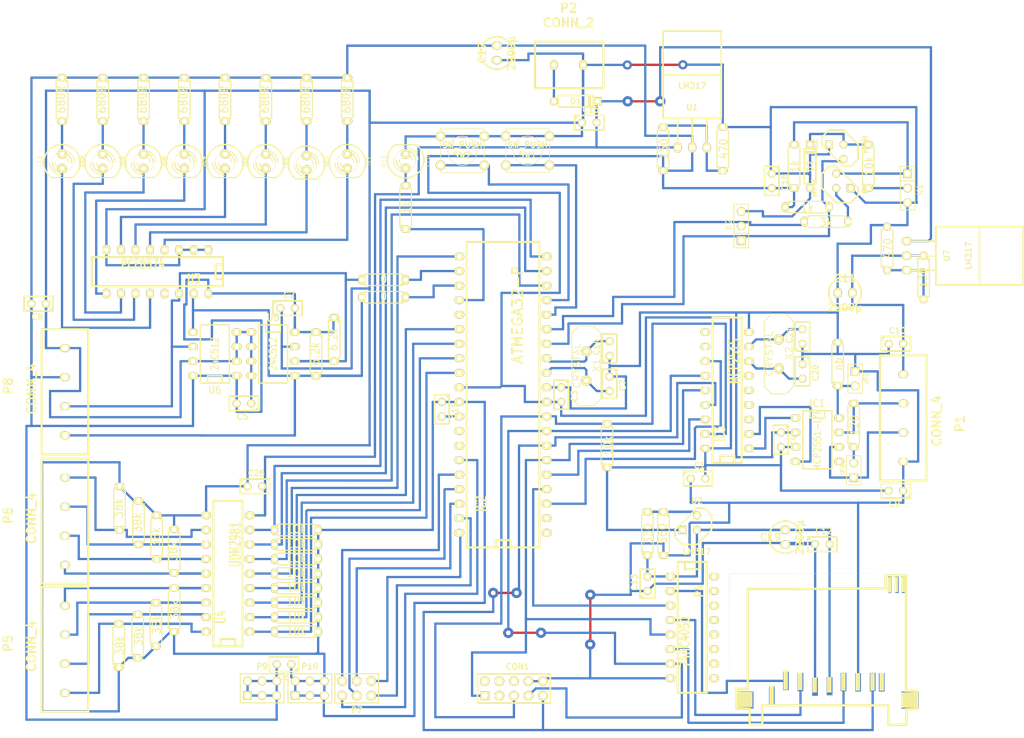
<source format=kicad_pcb>
(kicad_pcb (version 3) (host pcbnew "(2013-07-07 BZR 4022)-stable")
  (layers (15 Vorderseite signal) (0 Rückseite signal) (18 B.Paste user) (19 F.Paste user) (20 B.SilkS user) (21 F.SilkS user) (22 B.Mask user) (23 F.Mask user) (28 Edge.Cuts user))
  (net 0 "")
  (net 1 +3.3V)
  (net 2 +5V)
  (net 3 /5v_Ex)
  (net 4 /ADC0)
  (net 5 /ADC1)
  (net 6 /ADC2)
  (net 7 /ADC3)
  (net 8 /ADC4)
  (net 9 /ADC5)
  (net 10 /CANH)
  (net 11 /CANL)
  (net 12 /CANint)
  (net 13 /CLK)
  (net 14 "/CS(toSD)")
  (net 15 /CS_SD)
  (net 16 /Di)
  (net 17 /MISO)
  (net 18 /MOSI)
  (net 19 /SCK)
  (net 20 /SCl)
  (net 21 /SDA)
  (net 22 /SS)
  (net 23 /Taster0)
  (net 24 /Taster1)
  (net 25 /e0)
  (net 26 /e1)
  (net 27 /e2)
  (net 28 /e3)
  (net 29 /e4)
  (net 30 /e5)
  (net 31 /e6)
  (net 32 /e7)
  (net 33 /gnd)
  (net 34 /in)
  (net 35 /osc1)
  (net 36 /osc2)
  (net 37 /p1)
  (net 38 /p2)
  (net 39 /p3)
  (net 40 /p4)
  (net 41 /p5)
  (net 42 /p6)
  (net 43 /p7)
  (net 44 /p8)
  (net 45 /reset)
  (net 46 /rxCAN)
  (net 47 /rxd)
  (net 48 /rxd_pc)
  (net 49 /txCAN)
  (net 50 /txd)
  (net 51 /txd_pc)
  (net 52 N-000001)
  (net 53 N-0000010)
  (net 54 N-00000100)
  (net 55 N-00000103)
  (net 56 N-00000106)
  (net 57 N-00000107)
  (net 58 N-00000108)
  (net 59 N-0000011)
  (net 60 N-0000012)
  (net 61 N-0000013)
  (net 62 N-0000014)
  (net 63 N-0000015)
  (net 64 N-0000016)
  (net 65 N-000002)
  (net 66 N-000003)
  (net 67 N-000004)
  (net 68 N-0000045)
  (net 69 N-0000046)
  (net 70 N-000005)
  (net 71 N-000006)
  (net 72 N-0000066)
  (net 73 N-0000067)
  (net 74 N-000007)
  (net 75 N-0000070)
  (net 76 N-0000077)
  (net 77 N-000008)
  (net 78 N-0000085)
  (net 79 N-000009)
  (net 80 N-0000091)
  (net 81 N-0000092)
  (net 82 N-0000093)
  (module C1 (layer Vorderseite) (at 127.7366 78.1812 90)
    (fp_text reference C14 (at 0.254 -2.286 90) (layer F.SilkS) (effects (font (size 1.016 1.016) (thickness 0.2032))))
    (fp_text value 22p hide)
    (pad 1 thru_hole circle (at -1.27 0 90) (size 1.397 1.397) (drill 0.8128) (layers *.Cu *.Mask F.SilkS) (net 33 /gnd))
    (pad 2 thru_hole circle (at 1.27 0 90) (size 1.397 1.397) (drill 0.8128) (layers *.Cu *.Mask F.SilkS) (net 81 N-0000092))
  )
  (module C1 (layer Vorderseite) (at 127.7366 84.3407 270)
    (fp_text reference C7 (at 0.254 -2.286 270) (layer F.SilkS) (effects (font (size 1.016 1.016) (thickness 0.2032))))
    (fp_text value 22p hide)
    (pad 1 thru_hole circle (at -1.27 0 270) (size 1.397 1.397) (drill 0.8128) (layers *.Cu *.Mask F.SilkS) (net 33 /gnd))
    (pad 2 thru_hole circle (at 1.27 0 270) (size 1.397 1.397) (drill 0.8128) (layers *.Cu *.Mask F.SilkS) (net 82 N-0000093))
  )
  (module HC-18UV (layer Vorderseite) (at 123.6726 81.2292 270)
    (fp_text reference X1 (at -0.127 -1.778 270) (layer F.SilkS) (effects (font (size 1.143 1.27) (thickness 0.1524))))
    (fp_text value CRYSTAL (at 0 1.651 270) (layer F.SilkS) (effects (font (size 1.143 1.27) (thickness 0.1524))))
    (pad 1 thru_hole circle (at -2.54 0 270) (size 1.778 1.778) (drill 0.8128) (layers *.Cu *.Mask F.SilkS) (net 81 N-0000092))
    (pad 2 thru_hole circle (at 2.54 0 270) (size 1.778 1.778) (drill 0.8128) (layers *.Cu *.Mask F.SilkS) (net 82 N-0000093))
  )
  (module TO92-INVERT (layer Vorderseite) (at 167.2971 43.8277 270)
    (fp_text reference Q2 (at -1.27 3.81 270) (layer F.SilkS) (effects (font (size 1.016 1.016) (thickness 0.2032))))
    (fp_text value NPN (at -1.27 -5.08 270) (layer F.SilkS) (effects (font (size 1.016 1.016) (thickness 0.2032))))
    (pad 1 thru_hole rect (at -1.27 1.27 270) (size 1.397 1.397) (drill 0.8128) (layers *.Cu *.Mask F.SilkS) (net 33 /gnd))
    (pad 2 thru_hole circle (at -1.27 -1.27 270) (size 1.397 1.397) (drill 0.8128) (layers *.Cu *.Mask F.SilkS) (net 56 N-00000106))
    (pad 3 thru_hole circle (at 1.27 -1.27 270) (size 1.397 1.397) (drill 0.8128) (layers *.Cu *.Mask F.SilkS) (net 47 /rxd))
  )
  (module TO92-INVERT (layer Vorderseite) (at 168.5671 48.9077 90)
    (fp_text reference Q1 (at -1.27 3.81 90) (layer F.SilkS) (effects (font (size 1.016 1.016) (thickness 0.2032))))
    (fp_text value NPN (at -1.27 -5.08 90) (layer F.SilkS) (effects (font (size 1.016 1.016) (thickness 0.2032))))
    (pad 1 thru_hole rect (at -1.27 1.27 90) (size 1.397 1.397) (drill 0.8128) (layers *.Cu *.Mask F.SilkS) (net 33 /gnd))
    (pad 2 thru_hole circle (at -1.27 -1.27 90) (size 1.397 1.397) (drill 0.8128) (layers *.Cu *.Mask F.SilkS) (net 55 N-00000103))
    (pad 3 thru_hole circle (at 1.27 -1.27 90) (size 1.397 1.397) (drill 0.8128) (layers *.Cu *.Mask F.SilkS) (net 51 /txd_pc))
  )
  (module R3 (layer Vorderseite) (at 167.5511 80.9117 90)
    (fp_text reference R2 hide)
    (fp_text value nb (at 0 0.127 90) (layer F.SilkS) (effects (font (size 1.397 1.27) (thickness 0.2032))))
    (pad 1 thru_hole oval (at -3.81 0 90) (size 1.25 1.75) (drill 0.8128) (layers *.Cu *.Mask F.SilkS) (net 57 N-00000107))
    (pad 2 thru_hole oval (at 3.81 0 90) (size 1.25 1.75) (drill 0.8128) (layers *.Cu *.Mask F.SilkS) (net 33 /gnd))
  )
  (module R3 (layer Vorderseite) (at 127.2921 95.1357 90)
    (fp_text reference R11 hide)
    (fp_text value 10k (at 0 0.127 90) (layer F.SilkS) (effects (font (size 1.397 1.27) (thickness 0.2032))))
    (pad 1 thru_hole oval (at -3.81 0 90) (size 1.25 1.75) (drill 0.8128) (layers *.Cu *.Mask F.SilkS) (net 2 +5V))
    (pad 2 thru_hole oval (at 3.81 0 90) (size 1.25 1.75) (drill 0.8128) (layers *.Cu *.Mask F.SilkS) (net 45 /reset))
  )
  (module R3 (layer Vorderseite) (at 165.5191 56.0197)
    (fp_text reference R8 hide)
    (fp_text value 3k (at 0 0.127) (layer F.SilkS) (effects (font (size 1.397 1.27) (thickness 0.2032))))
    (pad 1 thru_hole oval (at -3.81 0) (size 1.25 1.75) (drill 0.8128) (layers *.Cu *.Mask F.SilkS) (net 50 /txd))
    (pad 2 thru_hole oval (at 3.81 0) (size 1.25 1.75) (drill 0.8128) (layers *.Cu *.Mask F.SilkS) (net 55 N-00000103))
  )
  (module R3 (layer Vorderseite) (at 162.2171 53.4797)
    (fp_text reference R10 hide)
    (fp_text value 1k (at 0 0.127) (layer F.SilkS) (effects (font (size 1.397 1.27) (thickness 0.2032))))
    (pad 1 thru_hole oval (at -3.81 0) (size 1.25 1.75) (drill 0.8128) (layers *.Cu *.Mask F.SilkS) (net 2 +5V))
    (pad 2 thru_hole oval (at 3.81 0) (size 1.25 1.75) (drill 0.8128) (layers *.Cu *.Mask F.SilkS) (net 47 /rxd))
  )
  (module R3 (layer Vorderseite) (at 172.8851 46.3677 90)
    (fp_text reference R9 hide)
    (fp_text value 10k (at 0 0.127 90) (layer F.SilkS) (effects (font (size 1.397 1.27) (thickness 0.2032))))
    (pad 1 thru_hole oval (at -3.81 0 90) (size 1.25 1.75) (drill 0.8128) (layers *.Cu *.Mask F.SilkS) (net 48 /rxd_pc))
    (pad 2 thru_hole oval (at 3.81 0 90) (size 1.25 1.75) (drill 0.8128) (layers *.Cu *.Mask F.SilkS) (net 56 N-00000106))
  )
  (module R3 (layer Vorderseite) (at 159.9311 46.3677 90)
    (fp_text reference R7 hide)
    (fp_text value 1k (at 0 0.127 90) (layer F.SilkS) (effects (font (size 1.397 1.27) (thickness 0.2032))))
    (pad 1 thru_hole oval (at -3.81 0 90) (size 1.25 1.75) (drill 0.8128) (layers *.Cu *.Mask F.SilkS) (net 2 +5V))
    (pad 2 thru_hole oval (at 3.81 0 90) (size 1.25 1.75) (drill 0.8128) (layers *.Cu *.Mask F.SilkS) (net 51 /txd_pc))
  )
  (module R3 (layer Vorderseite) (at 147.4851 43.3197 90)
    (fp_text reference R4 hide)
    (fp_text value 470 (at 0 0.127 90) (layer F.SilkS) (effects (font (size 1.397 1.27) (thickness 0.2032))))
    (pad 1 thru_hole oval (at -3.81 0 90) (size 1.25 1.75) (drill 0.8128) (layers *.Cu *.Mask F.SilkS) (net 78 N-0000085))
    (pad 2 thru_hole oval (at 3.81 0 90) (size 1.25 1.75) (drill 0.8128) (layers *.Cu *.Mask F.SilkS) (net 33 /gnd))
  )
  (module R3 (layer Vorderseite) (at 137.1346 110.5027 270)
    (fp_text reference R6 hide)
    (fp_text value 560 (at 0 0.127 270) (layer F.SilkS) (effects (font (size 1.397 1.27) (thickness 0.2032))))
    (pad 1 thru_hole oval (at -3.81 0 270) (size 1.25 1.75) (drill 0.8128) (layers *.Cu *.Mask F.SilkS) (net 80 N-0000091))
    (pad 2 thru_hole oval (at 3.81 0 270) (size 1.25 1.75) (drill 0.8128) (layers *.Cu *.Mask F.SilkS) (net 33 /gnd))
  )
  (module R3 (layer Vorderseite) (at 137.0711 43.3197 90)
    (fp_text reference R3 hide)
    (fp_text value 150 (at 0 0.127 90) (layer F.SilkS) (effects (font (size 1.397 1.27) (thickness 0.2032))))
    (pad 1 thru_hole oval (at -3.81 0 90) (size 1.25 1.75) (drill 0.8128) (layers *.Cu *.Mask F.SilkS) (net 2 +5V))
    (pad 2 thru_hole oval (at 3.81 0 90) (size 1.25 1.75) (drill 0.8128) (layers *.Cu *.Mask F.SilkS) (net 78 N-0000085))
  )
  (module R3 (layer Vorderseite) (at 134.3406 110.5027 90)
    (fp_text reference R5 hide)
    (fp_text value 330 (at 0 0.127 90) (layer F.SilkS) (effects (font (size 1.397 1.27) (thickness 0.2032))))
    (pad 1 thru_hole oval (at -3.81 0 90) (size 1.25 1.75) (drill 0.8128) (layers *.Cu *.Mask F.SilkS) (net 1 +3.3V))
    (pad 2 thru_hole oval (at 3.81 0 90) (size 1.25 1.75) (drill 0.8128) (layers *.Cu *.Mask F.SilkS) (net 80 N-0000091))
  )
  (module R3 (layer Vorderseite) (at 170.3451 91.5797 90)
    (fp_text reference R1 hide)
    (fp_text value 120 (at 0 0.127 90) (layer F.SilkS) (effects (font (size 1.397 1.27) (thickness 0.2032))))
    (pad 1 thru_hole oval (at -3.81 0 90) (size 1.25 1.75) (drill 0.8128) (layers *.Cu *.Mask F.SilkS) (net 76 N-0000077))
    (pad 2 thru_hole oval (at 3.81 0 90) (size 1.25 1.75) (drill 0.8128) (layers *.Cu *.Mask F.SilkS) (net 10 /CANH))
  )
  (module PIN_ARRAY_3X1 (layer Vorderseite) (at 179.7431 50.1777 270)
    (fp_text reference K1 (at 0.254 -2.159 270) (layer F.SilkS) (effects (font (size 1.016 1.016) (thickness 0.1524))))
    (fp_text value CONN_3 hide)
    (pad 1 thru_hole rect (at -2.54 0 270) (size 1.524 1.524) (drill 1.016) (layers *.Cu *.Mask F.SilkS) (net 51 /txd_pc))
    (pad 2 thru_hole circle (at 0 0 270) (size 1.524 1.524) (drill 1.016) (layers *.Cu *.Mask F.SilkS) (net 48 /rxd_pc))
    (pad 3 thru_hole circle (at 2.54 0 270) (size 1.524 1.524) (drill 1.016) (layers *.Cu *.Mask F.SilkS) (net 33 /gnd))
  )
  (module PIN_ARRAY_2X1 (layer Vorderseite) (at 170.3451 99.4537 90)
    (fp_text reference JP1 (at 0 -1.905 90) (layer F.SilkS) (effects (font (size 0.762 0.762) (thickness 0.1524))))
    (fp_text value JUMPER hide)
    (pad 1 thru_hole rect (at -1.27 0 90) (size 1.524 1.524) (drill 1.016) (layers *.Cu *.Mask F.SilkS) (net 11 /CANL))
    (pad 2 thru_hole circle (at 1.27 0 90) (size 1.524 1.524) (drill 1.016) (layers *.Cu *.Mask F.SilkS) (net 76 N-0000077))
  )
  (module PIN_ARRAY_2X1 (layer Vorderseite) (at 170.5991 83.4517 270)
    (fp_text reference JP2 (at 0 -1.905 270) (layer F.SilkS) (effects (font (size 0.762 0.762) (thickness 0.1524))))
    (fp_text value JUMPER hide)
    (pad 1 thru_hole rect (at -1.27 0 270) (size 1.524 1.524) (drill 1.016) (layers *.Cu *.Mask F.SilkS) (net 33 /gnd))
    (pad 2 thru_hole circle (at 1.27 0 270) (size 1.524 1.524) (drill 1.016) (layers *.Cu *.Mask F.SilkS) (net 57 N-00000107))
  )
  (module LM317_132 (layer Vorderseite) (at 142.1511 43.0657 90)
    (fp_text reference U1 (at 6.985 0 180) (layer F.SilkS) (effects (font (size 1.016 1.016) (thickness 0.2032))))
    (fp_text value LM317 (at 10.795 0 180) (layer F.SilkS) (effects (font (size 1.016 1.016) (thickness 0.2032))))
    (pad 2 thru_hole oval (at 0 2.54 180) (size 1.4 1.8) (drill 1) (layers *.Cu *.Mask F.SilkS) (net 78 N-0000085))
    (pad 1 thru_hole oval (at 0 -2.54 180) (size 1.4 1.8) (drill 1) (layers *.Cu *.Mask F.SilkS) (net 34 /in))
    (pad 3 thru_hole oval (at 0 0 180) (size 1.4 1.8) (drill 1) (layers *.Cu *.Mask F.SilkS) (net 2 +5V))
  )
  (module HC-18UV (layer Vorderseite) (at 157.2641 79.1337 270)
    (fp_text reference X2 (at -0.127 -1.778 270) (layer F.SilkS) (effects (font (size 1.143 1.27) (thickness 0.1524))))
    (fp_text value CRYSTAL (at 0 1.651 270) (layer F.SilkS) (effects (font (size 1.143 1.27) (thickness 0.1524))))
    (pad 1 thru_hole circle (at -2.54 0 270) (size 1.778 1.778) (drill 0.8128) (layers *.Cu *.Mask F.SilkS) (net 36 /osc2))
    (pad 2 thru_hole circle (at 2.54 0 270) (size 1.778 1.778) (drill 0.8128) (layers *.Cu *.Mask F.SilkS) (net 35 /osc1))
  )
  (module elko_5mm (layer Vorderseite) (at 108.0516 26.5557 270)
    (fp_text reference C17 (at 0 2.54 270) (layer F.SilkS) (effects (font (size 1.27 1.27) (thickness 0.254))))
    (fp_text value 2200µ (at 0 -2.54 270) (layer F.SilkS) (effects (font (size 1.27 1.27) (thickness 0.254))))
    (pad 1 thru_hole oval (at -1.27 0 270) (size 1.4 1.8) (drill 1) (layers *.Cu *.Mask F.SilkS) (net 2 +5V))
    (pad 2 thru_hole oval (at 1.27 0 270) (size 1.4 1.8) (drill 1) (layers *.Cu *.Mask F.SilkS) (net 33 /gnd))
  )
  (module elko_5mm (layer Vorderseite) (at 158.3817 111.1377 270)
    (fp_text reference C19 (at 0 2.54 360) (layer F.SilkS) (effects (font (size 1.27 1.27) (thickness 0.254))))
    (fp_text value 2200µ (at 0 -2.54 270) (layer F.SilkS) (effects (font (size 1.27 1.27) (thickness 0.254))))
    (pad 1 thru_hole oval (at -1.27 0 270) (size 1.4 1.8) (drill 1) (layers *.Cu *.Mask F.SilkS) (net 1 +3.3V))
    (pad 2 thru_hole oval (at 1.27 0 270) (size 1.4 1.8) (drill 1) (layers *.Cu *.Mask F.SilkS) (net 33 /gnd))
  )
  (module DIP-8__300 (layer Vorderseite) (at 58.8391 79.1337 90)
    (fp_text reference U6 (at -6.35 0 180) (layer F.SilkS) (effects (font (size 1.27 1.143) (thickness 0.2032))))
    (fp_text value 24C512 (at 0 0 90) (layer F.SilkS) (effects (font (size 1.27 1.016) (thickness 0.2032))))
    (pad 1 thru_hole oval (at -3.81 3.81 90) (size 1.25 1.75) (drill 0.8128) (layers *.Cu *.Mask F.SilkS) (net 2 +5V))
    (pad 2 thru_hole oval (at -1.27 3.81 90) (size 1.25 1.75) (drill 0.8128) (layers *.Cu *.Mask F.SilkS) (net 33 /gnd))
    (pad 3 thru_hole oval (at 1.27 3.81 90) (size 1.25 1.75) (drill 0.8128) (layers *.Cu *.Mask F.SilkS) (net 33 /gnd))
    (pad 4 thru_hole oval (at 3.81 3.81 90) (size 1.25 1.75) (drill 0.8128) (layers *.Cu *.Mask F.SilkS) (net 33 /gnd))
    (pad 5 thru_hole oval (at 3.81 -3.81 90) (size 1.25 1.75) (drill 0.8128) (layers *.Cu *.Mask F.SilkS) (net 21 /SDA))
    (pad 6 thru_hole oval (at 1.27 -3.81 90) (size 1.25 1.75) (drill 0.8128) (layers *.Cu *.Mask F.SilkS) (net 20 /SCl))
    (pad 7 thru_hole oval (at -1.27 -3.81 90) (size 1.25 1.75) (drill 0.8128) (layers *.Cu *.Mask F.SilkS) (net 33 /gnd))
    (pad 8 thru_hole oval (at -3.81 -3.81 90) (size 1.25 1.75) (drill 0.8128) (layers *.Cu *.Mask F.SilkS) (net 2 +5V))
  )
  (module DIP-8__300 (layer Vorderseite) (at 163.9951 94.1197 270)
    (fp_text reference IC1 (at -6.35 0 360) (layer F.SilkS) (effects (font (size 1.27 1.143) (thickness 0.2032))))
    (fp_text value MCP2551-I/P (at 0 0 270) (layer F.SilkS) (effects (font (size 1.27 1.016) (thickness 0.2032))))
    (pad 1 thru_hole oval (at -3.81 3.81 270) (size 1.25 1.75) (drill 0.8128) (layers *.Cu *.Mask F.SilkS) (net 49 /txCAN))
    (pad 2 thru_hole oval (at -1.27 3.81 270) (size 1.25 1.75) (drill 0.8128) (layers *.Cu *.Mask F.SilkS) (net 33 /gnd))
    (pad 3 thru_hole oval (at 1.27 3.81 270) (size 1.25 1.75) (drill 0.8128) (layers *.Cu *.Mask F.SilkS) (net 2 +5V))
    (pad 4 thru_hole oval (at 3.81 3.81 270) (size 1.25 1.75) (drill 0.8128) (layers *.Cu *.Mask F.SilkS) (net 46 /rxCAN))
    (pad 5 thru_hole oval (at 3.81 -3.81 270) (size 1.25 1.75) (drill 0.8128) (layers *.Cu *.Mask F.SilkS))
    (pad 6 thru_hole oval (at 1.27 -3.81 270) (size 1.25 1.75) (drill 0.8128) (layers *.Cu *.Mask F.SilkS) (net 11 /CANL))
    (pad 7 thru_hole oval (at -1.27 -3.81 270) (size 1.25 1.75) (drill 0.8128) (layers *.Cu *.Mask F.SilkS) (net 10 /CANH))
    (pad 8 thru_hole oval (at -3.81 -3.81 270) (size 1.25 1.75) (drill 0.8128) (layers *.Cu *.Mask F.SilkS) (net 57 N-00000107))
  )
  (module DIP-8__300 (layer Vorderseite) (at 68.9991 79.1337 270)
    (fp_text reference U5 (at -6.35 0 360) (layer F.SilkS) (effects (font (size 1.27 1.143) (thickness 0.2032))))
    (fp_text value 24C512 (at 0 0 270) (layer F.SilkS) (effects (font (size 1.27 1.016) (thickness 0.2032))))
    (pad 1 thru_hole oval (at -3.81 3.81 270) (size 1.25 1.75) (drill 0.8128) (layers *.Cu *.Mask F.SilkS) (net 33 /gnd))
    (pad 2 thru_hole oval (at -1.27 3.81 270) (size 1.25 1.75) (drill 0.8128) (layers *.Cu *.Mask F.SilkS) (net 33 /gnd))
    (pad 3 thru_hole oval (at 1.27 3.81 270) (size 1.25 1.75) (drill 0.8128) (layers *.Cu *.Mask F.SilkS) (net 33 /gnd))
    (pad 4 thru_hole oval (at 3.81 3.81 270) (size 1.25 1.75) (drill 0.8128) (layers *.Cu *.Mask F.SilkS) (net 33 /gnd))
    (pad 5 thru_hole oval (at 3.81 -3.81 270) (size 1.25 1.75) (drill 0.8128) (layers *.Cu *.Mask F.SilkS) (net 21 /SDA))
    (pad 6 thru_hole oval (at 1.27 -3.81 270) (size 1.25 1.75) (drill 0.8128) (layers *.Cu *.Mask F.SilkS) (net 20 /SCl))
    (pad 7 thru_hole oval (at -1.27 -3.81 270) (size 1.25 1.75) (drill 0.8128) (layers *.Cu *.Mask F.SilkS) (net 33 /gnd))
    (pad 8 thru_hole oval (at -3.81 -3.81 270) (size 1.25 1.75) (drill 0.8128) (layers *.Cu *.Mask F.SilkS) (net 2 +5V))
  )
  (module DIP-18__300 (layer Vorderseite) (at 148.2471 85.4837 90)
    (fp_text reference IC3 (at -7.62 -1.27 90) (layer F.SilkS) (effects (font (size 1.778 1.143) (thickness 0.3048))))
    (fp_text value MCP2515 (at 5.08 1.27 90) (layer F.SilkS) (effects (font (size 1.778 1.143) (thickness 0.3048))))
    (pad 1 thru_hole oval (at -10.16 3.81 90) (size 1.25 1.75) (drill 0.8128) (layers *.Cu *.Mask F.SilkS) (net 49 /txCAN))
    (pad 2 thru_hole oval (at -7.62 3.81 90) (size 1.25 1.75) (drill 0.8128) (layers *.Cu *.Mask F.SilkS) (net 46 /rxCAN))
    (pad 3 thru_hole oval (at -5.08 3.81 90) (size 1.25 1.75) (drill 0.8128) (layers *.Cu *.Mask F.SilkS))
    (pad 4 thru_hole oval (at -2.54 3.81 90) (size 1.25 1.75) (drill 0.8128) (layers *.Cu *.Mask F.SilkS))
    (pad 5 thru_hole oval (at 0 3.81 90) (size 1.25 1.75) (drill 0.8128) (layers *.Cu *.Mask F.SilkS))
    (pad 6 thru_hole oval (at 2.54 3.81 90) (size 1.25 1.75) (drill 0.8128) (layers *.Cu *.Mask F.SilkS))
    (pad 7 thru_hole oval (at 5.08 3.81 90) (size 1.25 1.75) (drill 0.8128) (layers *.Cu *.Mask F.SilkS) (net 35 /osc1))
    (pad 8 thru_hole oval (at 7.62 3.81 90) (size 1.25 1.75) (drill 0.8128) (layers *.Cu *.Mask F.SilkS) (net 36 /osc2))
    (pad 9 thru_hole oval (at 10.16 3.81 90) (size 1.25 1.75) (drill 0.8128) (layers *.Cu *.Mask F.SilkS) (net 33 /gnd))
    (pad 10 thru_hole oval (at 10.16 -3.81 90) (size 1.25 1.75) (drill 0.8128) (layers *.Cu *.Mask F.SilkS))
    (pad 11 thru_hole oval (at 7.62 -3.81 90) (size 1.25 1.75) (drill 0.8128) (layers *.Cu *.Mask F.SilkS))
    (pad 12 thru_hole oval (at 5.08 -3.81 90) (size 1.25 1.75) (drill 0.8128) (layers *.Cu *.Mask F.SilkS) (net 12 /CANint))
    (pad 13 thru_hole oval (at 2.54 -3.81 90) (size 1.25 1.75) (drill 0.8128) (layers *.Cu *.Mask F.SilkS) (net 19 /SCK))
    (pad 14 thru_hole oval (at 0 -3.81 90) (size 1.25 1.75) (drill 0.8128) (layers *.Cu *.Mask F.SilkS) (net 18 /MOSI))
    (pad 15 thru_hole oval (at -2.54 -3.81 90) (size 1.25 1.75) (drill 0.8128) (layers *.Cu *.Mask F.SilkS) (net 17 /MISO))
    (pad 16 thru_hole oval (at -5.08 -3.81 90) (size 1.25 1.75) (drill 0.8128) (layers *.Cu *.Mask F.SilkS) (net 22 /SS))
    (pad 17 thru_hole oval (at -7.62 -3.81 90) (size 1.25 1.75) (drill 0.8128) (layers *.Cu *.Mask F.SilkS) (net 45 /reset))
    (pad 18 thru_hole oval (at -10.16 -3.81 90) (size 1.25 1.75) (drill 0.8128) (layers *.Cu *.Mask F.SilkS) (net 2 +5V))
  )
  (module DIP-16__300 (layer Vorderseite) (at 48.8061 64.7573 180)
    (fp_text reference U3 (at -6.35 -1.27 180) (layer F.SilkS) (effects (font (size 1.524 1.143) (thickness 0.3048))))
    (fp_text value PCF8574 (at 2.54 1.27 180) (layer F.SilkS) (effects (font (size 1.524 1.143) (thickness 0.3048))))
    (pad 1 thru_hole oval (at -8.89 3.81 180) (size 1.35 1.75) (drill 0.8128) (layers *.Cu *.Mask F.SilkS) (net 33 /gnd))
    (pad 2 thru_hole oval (at -6.35 3.81 180) (size 1.35 1.75) (drill 0.8128) (layers *.Cu *.Mask F.SilkS) (net 33 /gnd))
    (pad 3 thru_hole oval (at -3.81 3.81 180) (size 1.35 1.75) (drill 0.8128) (layers *.Cu *.Mask F.SilkS) (net 33 /gnd))
    (pad 4 thru_hole oval (at -1.27 3.81 180) (size 1.35 1.75) (drill 0.8128) (layers *.Cu *.Mask F.SilkS) (net 53 N-0000010))
    (pad 5 thru_hole oval (at 1.27 3.81 180) (size 1.35 1.75) (drill 0.8128) (layers *.Cu *.Mask F.SilkS) (net 59 N-0000011))
    (pad 6 thru_hole oval (at 3.81 3.81 180) (size 1.35 1.75) (drill 0.8128) (layers *.Cu *.Mask F.SilkS) (net 60 N-0000012))
    (pad 7 thru_hole oval (at 6.35 3.81 180) (size 1.35 1.75) (drill 0.8128) (layers *.Cu *.Mask F.SilkS) (net 52 N-000001))
    (pad 8 thru_hole oval (at 8.89 3.81 180) (size 1.35 1.75) (drill 0.8128) (layers *.Cu *.Mask F.SilkS) (net 33 /gnd))
    (pad 9 thru_hole oval (at 8.89 -3.81 180) (size 1.35 1.75) (drill 0.8128) (layers *.Cu *.Mask F.SilkS) (net 66 N-000003))
    (pad 10 thru_hole oval (at 6.35 -3.81 180) (size 1.35 1.75) (drill 0.8128) (layers *.Cu *.Mask F.SilkS) (net 70 N-000005))
    (pad 11 thru_hole oval (at 3.81 -3.81 180) (size 1.35 1.75) (drill 0.8128) (layers *.Cu *.Mask F.SilkS) (net 74 N-000007))
    (pad 12 thru_hole oval (at 1.27 -3.81 180) (size 1.35 1.75) (drill 0.8128) (layers *.Cu *.Mask F.SilkS) (net 79 N-000009))
    (pad 13 thru_hole oval (at -1.27 -3.81 180) (size 1.35 1.75) (drill 0.8128) (layers *.Cu *.Mask F.SilkS))
    (pad 14 thru_hole oval (at -3.81 -3.81 180) (size 1.35 1.75) (drill 0.8128) (layers *.Cu *.Mask F.SilkS) (net 20 /SCl))
    (pad 15 thru_hole oval (at -6.35 -3.81 180) (size 1.35 1.75) (drill 0.8128) (layers *.Cu *.Mask F.SilkS) (net 21 /SDA))
    (pad 16 thru_hole oval (at -8.89 -3.81 180) (size 1.35 1.75) (drill 0.8128) (layers *.Cu *.Mask F.SilkS) (net 2 +5V))
  )
  (module D3 (layer Vorderseite) (at 162.7251 46.3677 90)
    (fp_text reference D2 (at 0 0 90) (layer F.SilkS) (effects (font (size 1.016 1.016) (thickness 0.2032))))
    (fp_text value DIODESCH hide)
    (pad 2 thru_hole rect (at 3.81 0 90) (size 1.397 1.397) (drill 0.8128) (layers *.Cu *.Mask F.SilkS) (net 56 N-00000106))
    (pad 1 thru_hole circle (at -3.81 0 90) (size 1.397 1.397) (drill 0.8128) (layers *.Cu *.Mask F.SilkS) (net 33 /gnd))
  )
  (module D3 (layer Vorderseite) (at 121.8311 35.0012)
    (fp_text reference D1 (at 0 0) (layer F.SilkS) (effects (font (size 1.016 1.016) (thickness 0.2032))))
    (fp_text value DIODE hide)
    (pad 2 thru_hole rect (at 3.81 0) (size 1.397 1.397) (drill 0.8128) (layers *.Cu *.Mask F.SilkS) (net 34 /in))
    (pad 1 thru_hole circle (at -3.81 0) (size 1.397 1.397) (drill 0.8128) (layers *.Cu *.Mask F.SilkS) (net 54 N-00000100))
  )
  (module Conn_Big_2x1 (layer Vorderseite) (at 120.5611 25.0952)
    (fp_text reference P2 (at 0 -6.35) (layer F.SilkS) (effects (font (size 1.524 1.524) (thickness 0.3048))))
    (fp_text value CONN_2 (at 0 -3.81) (layer F.SilkS) (effects (font (size 1.524 1.524) (thickness 0.3048))))
    (pad 1 thru_hole oval (at -2.54 3.556) (size 1.35 1.75) (drill 0.8128) (layers *.Cu *.Mask F.SilkS) (net 54 N-00000100))
    (pad 2 thru_hole oval (at 2.54 3.556) (size 1.35 1.75) (drill 0.8128) (layers *.Cu *.Mask F.SilkS) (net 33 /gnd))
  )
  (module C1 (layer Vorderseite) (at 71.5391 71.1327)
    (fp_text reference C2 (at 0.254 -2.286) (layer F.SilkS) (effects (font (size 1.016 1.016) (thickness 0.2032))))
    (fp_text value 100n hide)
    (pad 1 thru_hole circle (at -1.27 0) (size 1.397 1.397) (drill 0.8128) (layers *.Cu *.Mask F.SilkS) (net 33 /gnd))
    (pad 2 thru_hole circle (at 1.27 0) (size 1.397 1.397) (drill 0.8128) (layers *.Cu *.Mask F.SilkS) (net 2 +5V))
  )
  (module C1 (layer Vorderseite) (at 143.1671 100.9142)
    (fp_text reference C1 (at 0.254 -2.286) (layer F.SilkS) (effects (font (size 1.016 1.016) (thickness 0.2032))))
    (fp_text value 100n hide)
    (pad 1 thru_hole circle (at -1.27 0) (size 1.397 1.397) (drill 0.8128) (layers *.Cu *.Mask F.SilkS) (net 33 /gnd))
    (pad 2 thru_hole circle (at 1.27 0) (size 1.397 1.397) (drill 0.8128) (layers *.Cu *.Mask F.SilkS) (net 2 +5V))
  )
  (module C1 (layer Vorderseite) (at 119.2911 86.2457 270)
    (fp_text reference C3 (at 0.254 -2.286 270) (layer F.SilkS) (effects (font (size 1.016 1.016) (thickness 0.2032))))
    (fp_text value 100n hide)
    (pad 1 thru_hole circle (at -1.27 0 270) (size 1.397 1.397) (drill 0.8128) (layers *.Cu *.Mask F.SilkS) (net 33 /gnd))
    (pad 2 thru_hole circle (at 1.27 0 270) (size 1.397 1.397) (drill 0.8128) (layers *.Cu *.Mask F.SilkS) (net 2 +5V))
  )
  (module C1 (layer Vorderseite) (at 157.6451 94.1197 270)
    (fp_text reference C4 (at 0.254 -2.286 270) (layer F.SilkS) (effects (font (size 1.016 1.016) (thickness 0.2032))))
    (fp_text value 100n hide)
    (pad 1 thru_hole circle (at -1.27 0 270) (size 1.397 1.397) (drill 0.8128) (layers *.Cu *.Mask F.SilkS) (net 33 /gnd))
    (pad 2 thru_hole circle (at 1.27 0 270) (size 1.397 1.397) (drill 0.8128) (layers *.Cu *.Mask F.SilkS) (net 2 +5V))
  )
  (module C1 (layer Vorderseite) (at 134.3406 119.2657 90)
    (fp_text reference C13 (at 0.254 -2.286 90) (layer F.SilkS) (effects (font (size 1.016 1.016) (thickness 0.2032))))
    (fp_text value 100n hide)
    (pad 1 thru_hole circle (at -1.27 0 90) (size 1.397 1.397) (drill 0.8128) (layers *.Cu *.Mask F.SilkS) (net 33 /gnd))
    (pad 2 thru_hole circle (at 1.27 0 90) (size 1.397 1.397) (drill 0.8128) (layers *.Cu *.Mask F.SilkS) (net 1 +3.3V))
  )
  (module C1 (layer Vorderseite) (at 98.4631 88.7857 270)
    (fp_text reference C15 (at 0.254 -2.286 270) (layer F.SilkS) (effects (font (size 1.016 1.016) (thickness 0.2032))))
    (fp_text value 100n hide)
    (pad 1 thru_hole circle (at -1.27 0 270) (size 1.397 1.397) (drill 0.8128) (layers *.Cu *.Mask F.SilkS) (net 33 /gnd))
    (pad 2 thru_hole circle (at 1.27 0 270) (size 1.397 1.397) (drill 0.8128) (layers *.Cu *.Mask F.SilkS) (net 58 N-00000108))
  )
  (module C1 (layer Vorderseite) (at 63.9191 87.7697 180)
    (fp_text reference C5 (at 0.254 -2.286 180) (layer F.SilkS) (effects (font (size 1.016 1.016) (thickness 0.2032))))
    (fp_text value 100n hide)
    (pad 1 thru_hole circle (at -1.27 0 180) (size 1.397 1.397) (drill 0.8128) (layers *.Cu *.Mask F.SilkS) (net 33 /gnd))
    (pad 2 thru_hole circle (at 1.27 0 180) (size 1.397 1.397) (drill 0.8128) (layers *.Cu *.Mask F.SilkS) (net 2 +5V))
  )
  (module C1 (layer Vorderseite) (at 177.7111 77.3557)
    (fp_text reference C10 (at 0.254 -2.286) (layer F.SilkS) (effects (font (size 1.016 1.016) (thickness 0.2032))))
    (fp_text value 100n hide)
    (pad 1 thru_hole circle (at -1.27 0) (size 1.397 1.397) (drill 0.8128) (layers *.Cu *.Mask F.SilkS) (net 33 /gnd))
    (pad 2 thru_hole circle (at 1.27 0) (size 1.397 1.397) (drill 0.8128) (layers *.Cu *.Mask F.SilkS) (net 3 /5v_Ex))
  )
  (module C1 (layer Vorderseite) (at 161.3916 76.0857 90)
    (fp_text reference C21 (at 0.254 -2.286 90) (layer F.SilkS) (effects (font (size 1.016 1.016) (thickness 0.2032))))
    (fp_text value 22p hide)
    (pad 1 thru_hole circle (at -1.27 0 90) (size 1.397 1.397) (drill 0.8128) (layers *.Cu *.Mask F.SilkS) (net 33 /gnd))
    (pad 2 thru_hole circle (at 1.27 0 90) (size 1.397 1.397) (drill 0.8128) (layers *.Cu *.Mask F.SilkS) (net 36 /osc2))
  )
  (module C1 (layer Vorderseite) (at 161.3916 82.1817 270)
    (fp_text reference C20 (at 0.254 -2.286 270) (layer F.SilkS) (effects (font (size 1.016 1.016) (thickness 0.2032))))
    (fp_text value 22p hide)
    (pad 1 thru_hole circle (at -1.27 0 270) (size 1.397 1.397) (drill 0.8128) (layers *.Cu *.Mask F.SilkS) (net 33 /gnd))
    (pad 2 thru_hole circle (at 1.27 0 270) (size 1.397 1.397) (drill 0.8128) (layers *.Cu *.Mask F.SilkS) (net 35 /osc1))
  )
  (module C1 (layer Vorderseite) (at 164.8587 112.3569)
    (fp_text reference C12 (at 0.254 -2.286) (layer F.SilkS) (effects (font (size 1.016 1.016) (thickness 0.2032))))
    (fp_text value 100n hide)
    (pad 1 thru_hole circle (at -1.27 0) (size 1.397 1.397) (drill 0.8128) (layers *.Cu *.Mask F.SilkS) (net 33 /gnd))
    (pad 2 thru_hole circle (at 1.27 0) (size 1.397 1.397) (drill 0.8128) (layers *.Cu *.Mask F.SilkS) (net 1 +3.3V))
  )
  (module C1 (layer Vorderseite) (at 124.1806 38.7477)
    (fp_text reference C16 (at 0.254 -2.286) (layer F.SilkS) (effects (font (size 1.016 1.016) (thickness 0.2032))))
    (fp_text value 100n hide)
    (pad 1 thru_hole circle (at -1.27 0) (size 1.397 1.397) (drill 0.8128) (layers *.Cu *.Mask F.SilkS) (net 33 /gnd))
    (pad 2 thru_hole circle (at 1.27 0) (size 1.397 1.397) (drill 0.8128) (layers *.Cu *.Mask F.SilkS) (net 34 /in))
  )
  (module PIN_ARRAY_5x2 (layer Vorderseite) (at 111.0361 137.5537)
    (fp_text reference CON1 (at 0.635 -3.81) (layer F.SilkS) (effects (font (size 1.016 1.016) (thickness 0.2032))))
    (fp_text value AVR-ISP-10 hide)
    (pad 1 thru_hole rect (at -5.08 1.27) (size 1.524 1.524) (drill 1.016) (layers *.Cu *.Mask F.SilkS) (net 18 /MOSI))
    (pad 2 thru_hole circle (at -5.08 -1.27) (size 1.7 1.7) (drill 1.016) (layers *.Cu *.Mask F.SilkS))
    (pad 3 thru_hole circle (at -2.54 1.27) (size 1.7 1.7) (drill 1.016) (layers *.Cu *.Mask F.SilkS))
    (pad 4 thru_hole circle (at -2.54 -1.27) (size 1.7 1.7) (drill 1.016) (layers *.Cu *.Mask F.SilkS))
    (pad 5 thru_hole circle (at 0 1.27) (size 1.7 1.7) (drill 1.016) (layers *.Cu *.Mask F.SilkS) (net 45 /reset))
    (pad 6 thru_hole circle (at 0 -1.27) (size 1.7 1.7) (drill 1.016) (layers *.Cu *.Mask F.SilkS))
    (pad 7 thru_hole circle (at 2.54 1.27) (size 1.7 1.7) (drill 1.016) (layers *.Cu *.Mask F.SilkS) (net 19 /SCK))
    (pad 8 thru_hole circle (at 2.54 -1.27) (size 1.7 1.7) (drill 1.016) (layers *.Cu *.Mask F.SilkS) (net 33 /gnd))
    (pad 9 thru_hole circle (at 5.08 1.27) (size 1.7 1.7) (drill 1.016) (layers *.Cu *.Mask F.SilkS) (net 17 /MISO))
    (pad 10 thru_hole circle (at 5.08 -1.27) (size 1.7 1.7) (drill 1.016) (layers *.Cu *.Mask F.SilkS) (net 33 /gnd))
  )
  (module TO92-LM317 (layer Vorderseite) (at 141.7066 108.5977 180)
    (fp_text reference U2 (at -1.27 3.81 180) (layer F.SilkS) (effects (font (size 1.016 1.016) (thickness 0.2032))))
    (fp_text value LM317 (at -1.27 -5.08 180) (layer F.SilkS) (effects (font (size 1.016 1.016) (thickness 0.2032))))
    (pad 1 thru_hole rect (at 1.27 -1.27 180) (size 1.397 1.397) (drill 0.8128) (layers *.Cu *.Mask F.SilkS) (net 2 +5V))
    (pad 3 thru_hole circle (at -1.27 -1.27 180) (size 1.397 1.397) (drill 0.8128) (layers *.Cu *.Mask F.SilkS) (net 1 +3.3V))
    (pad 2 thru_hole circle (at -1.27 1.27 180) (size 1.397 1.397) (drill 0.8128) (layers *.Cu *.Mask F.SilkS) (net 80 N-0000091))
  )
  (module R3 (layer Vorderseite) (at 79.6671 76.5937 270)
    (fp_text reference R14 hide)
    (fp_text value 6.2k (at 0 0.127 270) (layer F.SilkS) (effects (font (size 1.397 1.27) (thickness 0.2032))))
    (pad 1 thru_hole oval (at -3.81 0 270) (size 1.25 1.75) (drill 0.8128) (layers *.Cu *.Mask F.SilkS) (net 2 +5V))
    (pad 2 thru_hole oval (at 3.81 0 270) (size 1.25 1.75) (drill 0.8128) (layers *.Cu *.Mask F.SilkS) (net 20 /SCl))
  )
  (module R3 (layer Vorderseite) (at 76.4921 79.1337 270)
    (fp_text reference R15 hide)
    (fp_text value 6.2k (at 0 0.127 270) (layer F.SilkS) (effects (font (size 1.397 1.27) (thickness 0.2032))))
    (pad 1 thru_hole oval (at -3.81 0 270) (size 1.25 1.75) (drill 0.8128) (layers *.Cu *.Mask F.SilkS) (net 2 +5V))
    (pad 2 thru_hole oval (at 3.81 0 270) (size 1.25 1.75) (drill 0.8128) (layers *.Cu *.Mask F.SilkS) (net 21 /SDA))
  )
  (module R3 (layer Vorderseite) (at 88.3031 66.1797 180)
    (fp_text reference R12 hide)
    (fp_text value 0 (at 0 0.127 180) (layer F.SilkS) (effects (font (size 1.397 1.27) (thickness 0.2032))))
    (pad 1 thru_hole oval (at -3.81 0 180) (size 1.25 1.75) (drill 0.8128) (layers *.Cu *.Mask F.SilkS) (net 68 N-0000045))
    (pad 2 thru_hole oval (at 3.81 0 180) (size 1.25 1.75) (drill 0.8128) (layers *.Cu *.Mask F.SilkS) (net 20 /SCl))
  )
  (module R3 (layer Vorderseite) (at 88.3031 69.2277 180)
    (fp_text reference R13 hide)
    (fp_text value 0 (at 0 0.127 180) (layer F.SilkS) (effects (font (size 1.397 1.27) (thickness 0.2032))))
    (pad 1 thru_hole oval (at -3.81 0 180) (size 1.25 1.75) (drill 0.8128) (layers *.Cu *.Mask F.SilkS) (net 69 N-0000046))
    (pad 2 thru_hole oval (at 3.81 0 180) (size 1.25 1.75) (drill 0.8128) (layers *.Cu *.Mask F.SilkS) (net 21 /SDA))
  )
  (module DIP-16__300 (layer Vorderseite) (at 142.1511 126.8857 270)
    (fp_text reference P4 (at -6.35 -1.27 270) (layer F.SilkS) (effects (font (size 1.524 1.143) (thickness 0.3048))))
    (fp_text value 74HC4050 (at 2.54 1.27 270) (layer F.SilkS) (effects (font (size 1.524 1.143) (thickness 0.3048))))
    (pad 1 thru_hole oval (at -8.89 3.81 270) (size 1.35 1.75) (drill 0.8128) (layers *.Cu *.Mask F.SilkS) (net 1 +3.3V))
    (pad 2 thru_hole oval (at -6.35 3.81 270) (size 1.35 1.75) (drill 0.8128) (layers *.Cu *.Mask F.SilkS) (net 15 /CS_SD))
    (pad 3 thru_hole oval (at -3.81 3.81 270) (size 1.35 1.75) (drill 0.8128) (layers *.Cu *.Mask F.SilkS) (net 14 "/CS(toSD)"))
    (pad 4 thru_hole oval (at -1.27 3.81 270) (size 1.35 1.75) (drill 0.8128) (layers *.Cu *.Mask F.SilkS) (net 16 /Di))
    (pad 5 thru_hole oval (at 1.27 3.81 270) (size 1.35 1.75) (drill 0.8128) (layers *.Cu *.Mask F.SilkS) (net 18 /MOSI))
    (pad 6 thru_hole oval (at 3.81 3.81 270) (size 1.35 1.75) (drill 0.8128) (layers *.Cu *.Mask F.SilkS) (net 13 /CLK))
    (pad 7 thru_hole oval (at 6.35 3.81 270) (size 1.35 1.75) (drill 0.8128) (layers *.Cu *.Mask F.SilkS) (net 19 /SCK))
    (pad 8 thru_hole oval (at 8.89 3.81 270) (size 1.35 1.75) (drill 0.8128) (layers *.Cu *.Mask F.SilkS) (net 33 /gnd))
    (pad 9 thru_hole oval (at 8.89 -3.81 270) (size 1.35 1.75) (drill 0.8128) (layers *.Cu *.Mask F.SilkS))
    (pad 10 thru_hole oval (at 6.35 -3.81 270) (size 1.35 1.75) (drill 0.8128) (layers *.Cu *.Mask F.SilkS))
    (pad 11 thru_hole oval (at 3.81 -3.81 270) (size 1.35 1.75) (drill 0.8128) (layers *.Cu *.Mask F.SilkS))
    (pad 12 thru_hole oval (at 1.27 -3.81 270) (size 1.35 1.75) (drill 0.8128) (layers *.Cu *.Mask F.SilkS))
    (pad 13 thru_hole oval (at -1.27 -3.81 270) (size 1.35 1.75) (drill 0.8128) (layers *.Cu *.Mask F.SilkS))
    (pad 14 thru_hole oval (at -3.81 -3.81 270) (size 1.35 1.75) (drill 0.8128) (layers *.Cu *.Mask F.SilkS))
    (pad 15 thru_hole oval (at -6.35 -3.81 270) (size 1.35 1.75) (drill 0.8128) (layers *.Cu *.Mask F.SilkS))
    (pad 16 thru_hole oval (at -8.89 -3.81 270) (size 1.35 1.75) (drill 0.8128) (layers *.Cu *.Mask F.SilkS))
  )
  (module DIP-18__300 (layer Vorderseite) (at 61.1251 117.4877 90)
    (fp_text reference U4 (at -7.62 -1.27 90) (layer F.SilkS) (effects (font (size 1.778 1.143) (thickness 0.3048))))
    (fp_text value UDN2981 (at 5.08 1.27 90) (layer F.SilkS) (effects (font (size 1.778 1.143) (thickness 0.3048))))
    (pad 1 thru_hole oval (at -10.16 3.81 90) (size 1.35 1.75) (drill 0.8128) (layers *.Cu *.Mask F.SilkS) (net 25 /e0))
    (pad 2 thru_hole oval (at -7.62 3.81 90) (size 1.35 1.75) (drill 0.8128) (layers *.Cu *.Mask F.SilkS) (net 26 /e1))
    (pad 3 thru_hole oval (at -5.08 3.81 90) (size 1.35 1.75) (drill 0.8128) (layers *.Cu *.Mask F.SilkS) (net 27 /e2))
    (pad 4 thru_hole oval (at -2.54 3.81 90) (size 1.35 1.75) (drill 0.8128) (layers *.Cu *.Mask F.SilkS) (net 28 /e3))
    (pad 5 thru_hole oval (at 0 3.81 90) (size 1.35 1.75) (drill 0.8128) (layers *.Cu *.Mask F.SilkS) (net 29 /e4))
    (pad 6 thru_hole oval (at 2.54 3.81 90) (size 1.35 1.75) (drill 0.8128) (layers *.Cu *.Mask F.SilkS) (net 30 /e5))
    (pad 7 thru_hole oval (at 5.08 3.81 90) (size 1.35 1.75) (drill 0.8128) (layers *.Cu *.Mask F.SilkS) (net 31 /e6))
    (pad 8 thru_hole oval (at 7.62 3.81 90) (size 1.35 1.75) (drill 0.8128) (layers *.Cu *.Mask F.SilkS) (net 32 /e7))
    (pad 9 thru_hole oval (at 10.16 3.81 90) (size 1.35 1.75) (drill 0.8128) (layers *.Cu *.Mask F.SilkS) (net 34 /in))
    (pad 10 thru_hole oval (at 10.16 -3.81 90) (size 1.35 1.75) (drill 0.8128) (layers *.Cu *.Mask F.SilkS) (net 33 /gnd))
    (pad 11 thru_hole oval (at 7.62 -3.81 90) (size 1.35 1.75) (drill 0.8128) (layers *.Cu *.Mask F.SilkS) (net 44 /p8))
    (pad 12 thru_hole oval (at 5.08 -3.81 90) (size 1.35 1.75) (drill 0.8128) (layers *.Cu *.Mask F.SilkS) (net 43 /p7))
    (pad 13 thru_hole oval (at 2.54 -3.81 90) (size 1.35 1.75) (drill 0.8128) (layers *.Cu *.Mask F.SilkS) (net 42 /p6))
    (pad 14 thru_hole oval (at 0 -3.81 90) (size 1.35 1.75) (drill 0.8128) (layers *.Cu *.Mask F.SilkS) (net 41 /p5))
    (pad 15 thru_hole oval (at -2.54 -3.81 90) (size 1.35 1.75) (drill 0.8128) (layers *.Cu *.Mask F.SilkS) (net 40 /p4))
    (pad 16 thru_hole oval (at -5.08 -3.81 90) (size 1.35 1.75) (drill 0.8128) (layers *.Cu *.Mask F.SilkS) (net 39 /p3))
    (pad 17 thru_hole oval (at -7.62 -3.81 90) (size 1.35 1.75) (drill 0.8128) (layers *.Cu *.Mask F.SilkS) (net 38 /p2))
    (pad 18 thru_hole oval (at -10.16 -3.81 90) (size 1.35 1.75) (drill 0.8128) (layers *.Cu *.Mask F.SilkS) (net 37 /p1))
  )
  (module DIP-40__600 (layer Vorderseite) (at 109.1311 86.2457 90)
    (fp_text reference IC2 (at -19.05 -3.81 90) (layer F.SilkS) (effects (font (size 1.778 1.143) (thickness 0.3048))))
    (fp_text value ATMEGA32-P (at 13.97 2.54 90) (layer F.SilkS) (effects (font (size 1.778 1.778) (thickness 0.3048))))
    (pad 1 thru_hole oval (at -24.13 7.62 90) (size 1.35 1.75) (drill 0.8128) (layers *.Cu *.Mask F.SilkS))
    (pad 2 thru_hole oval (at -21.59 7.62 90) (size 1.35 1.75) (drill 0.8128) (layers *.Cu *.Mask F.SilkS))
    (pad 3 thru_hole oval (at -19.05 7.62 90) (size 1.35 1.75) (drill 0.8128) (layers *.Cu *.Mask F.SilkS) (net 12 /CANint))
    (pad 4 thru_hole oval (at -16.51 7.62 90) (size 1.35 1.75) (drill 0.8128) (layers *.Cu *.Mask F.SilkS) (net 14 "/CS(toSD)"))
    (pad 5 thru_hole oval (at -13.97 7.62 90) (size 1.35 1.75) (drill 0.8128) (layers *.Cu *.Mask F.SilkS) (net 22 /SS))
    (pad 6 thru_hole oval (at -11.43 7.62 90) (size 1.35 1.75) (drill 0.8128) (layers *.Cu *.Mask F.SilkS) (net 18 /MOSI))
    (pad 7 thru_hole oval (at -8.89 7.62 90) (size 1.35 1.75) (drill 0.8128) (layers *.Cu *.Mask F.SilkS) (net 17 /MISO))
    (pad 8 thru_hole oval (at -6.35 7.62 90) (size 1.35 1.75) (drill 0.8128) (layers *.Cu *.Mask F.SilkS) (net 19 /SCK))
    (pad 9 thru_hole oval (at -3.81 7.62 90) (size 1.35 1.75) (drill 0.8128) (layers *.Cu *.Mask F.SilkS) (net 45 /reset))
    (pad 10 thru_hole oval (at -1.27 7.62 90) (size 1.35 1.75) (drill 0.8128) (layers *.Cu *.Mask F.SilkS) (net 2 +5V))
    (pad 11 thru_hole oval (at 1.27 7.62 90) (size 1.35 1.75) (drill 0.8128) (layers *.Cu *.Mask F.SilkS) (net 33 /gnd))
    (pad 12 thru_hole oval (at 3.81 7.62 90) (size 1.35 1.75) (drill 0.8128) (layers *.Cu *.Mask F.SilkS) (net 82 N-0000093))
    (pad 13 thru_hole oval (at 6.35 7.62 90) (size 1.35 1.75) (drill 0.8128) (layers *.Cu *.Mask F.SilkS) (net 81 N-0000092))
    (pad 14 thru_hole oval (at 8.89 7.62 90) (size 1.35 1.75) (drill 0.8128) (layers *.Cu *.Mask F.SilkS) (net 47 /rxd))
    (pad 15 thru_hole oval (at 11.43 7.62 90) (size 1.35 1.75) (drill 0.8128) (layers *.Cu *.Mask F.SilkS) (net 50 /txd))
    (pad 16 thru_hole oval (at 13.97 7.62 90) (size 1.35 1.75) (drill 0.8128) (layers *.Cu *.Mask F.SilkS) (net 23 /Taster0))
    (pad 17 thru_hole oval (at 16.51 7.62 90) (size 1.35 1.75) (drill 0.8128) (layers *.Cu *.Mask F.SilkS) (net 24 /Taster1))
    (pad 18 thru_hole oval (at 19.05 7.62 90) (size 1.35 1.75) (drill 0.8128) (layers *.Cu *.Mask F.SilkS) (net 30 /e5))
    (pad 19 thru_hole oval (at 21.59 7.62 90) (size 1.35 1.75) (drill 0.8128) (layers *.Cu *.Mask F.SilkS) (net 31 /e6))
    (pad 20 thru_hole oval (at 24.13 7.62 90) (size 1.35 1.75) (drill 0.8128) (layers *.Cu *.Mask F.SilkS) (net 32 /e7))
    (pad 21 thru_hole oval (at 24.13 -7.62 90) (size 1.35 1.75) (drill 0.8128) (layers *.Cu *.Mask F.SilkS) (net 29 /e4))
    (pad 22 thru_hole oval (at 21.59 -7.62 90) (size 1.35 1.75) (drill 0.8128) (layers *.Cu *.Mask F.SilkS) (net 68 N-0000045))
    (pad 23 thru_hole oval (at 19.05 -7.62 90) (size 1.35 1.75) (drill 0.8128) (layers *.Cu *.Mask F.SilkS) (net 69 N-0000046))
    (pad 24 thru_hole oval (at 16.51 -7.62 90) (size 1.35 1.75) (drill 0.8128) (layers *.Cu *.Mask F.SilkS) (net 72 N-0000066))
    (pad 25 thru_hole oval (at 13.97 -7.62 90) (size 1.35 1.75) (drill 0.8128) (layers *.Cu *.Mask F.SilkS))
    (pad 26 thru_hole oval (at 11.43 -7.62 90) (size 1.35 1.75) (drill 0.8128) (layers *.Cu *.Mask F.SilkS) (net 28 /e3))
    (pad 27 thru_hole oval (at 8.89 -7.62 90) (size 1.35 1.75) (drill 0.8128) (layers *.Cu *.Mask F.SilkS) (net 27 /e2))
    (pad 28 thru_hole oval (at 6.35 -7.62 90) (size 1.35 1.75) (drill 0.8128) (layers *.Cu *.Mask F.SilkS) (net 26 /e1))
    (pad 29 thru_hole oval (at 3.81 -7.62 90) (size 1.35 1.75) (drill 0.8128) (layers *.Cu *.Mask F.SilkS) (net 25 /e0))
    (pad 30 thru_hole oval (at 1.27 -7.62 90) (size 1.35 1.75) (drill 0.8128) (layers *.Cu *.Mask F.SilkS) (net 2 +5V))
    (pad 31 thru_hole oval (at -1.27 -7.62 90) (size 1.35 1.75) (drill 0.8128) (layers *.Cu *.Mask F.SilkS) (net 33 /gnd))
    (pad 32 thru_hole oval (at -3.81 -7.62 90) (size 1.35 1.75) (drill 0.8128) (layers *.Cu *.Mask F.SilkS) (net 58 N-00000108))
    (pad 33 thru_hole oval (at -6.35 -7.62 90) (size 1.35 1.75) (drill 0.8128) (layers *.Cu *.Mask F.SilkS))
    (pad 34 thru_hole oval (at -8.89 -7.62 90) (size 1.35 1.75) (drill 0.8128) (layers *.Cu *.Mask F.SilkS))
    (pad 35 thru_hole oval (at -11.43 -7.62 90) (size 1.35 1.75) (drill 0.8128) (layers *.Cu *.Mask F.SilkS) (net 9 /ADC5))
    (pad 36 thru_hole oval (at -13.97 -7.62 90) (size 1.35 1.75) (drill 0.8128) (layers *.Cu *.Mask F.SilkS) (net 8 /ADC4))
    (pad 37 thru_hole oval (at -16.51 -7.62 90) (size 1.35 1.75) (drill 0.8128) (layers *.Cu *.Mask F.SilkS) (net 7 /ADC3))
    (pad 38 thru_hole oval (at -19.05 -7.62 90) (size 1.35 1.75) (drill 0.8128) (layers *.Cu *.Mask F.SilkS) (net 6 /ADC2))
    (pad 39 thru_hole oval (at -21.59 -7.62 90) (size 1.35 1.75) (drill 0.8128) (layers *.Cu *.Mask F.SilkS) (net 5 /ADC1))
    (pad 40 thru_hole oval (at -24.13 -7.62 90) (size 1.35 1.75) (drill 0.8128) (layers *.Cu *.Mask F.SilkS) (net 4 /ADC0))
  )
  (module R3 (layer Vorderseite) (at 32.1691 34.6837 270)
    (fp_text reference R24 hide)
    (fp_text value 680R (at 0 0.127 270) (layer F.SilkS) (effects (font (size 1.397 1.27) (thickness 0.2032))))
    (pad 1 thru_hole oval (at -3.81 0 270) (size 1.25 1.75) (drill 0.8128) (layers *.Cu *.Mask F.SilkS) (net 2 +5V))
    (pad 2 thru_hole oval (at 3.81 0 270) (size 1.25 1.75) (drill 0.8128) (layers *.Cu *.Mask F.SilkS) (net 77 N-000008))
  )
  (module R3 (layer Vorderseite) (at 39.2811 34.6837 270)
    (fp_text reference R23 hide)
    (fp_text value 680R (at 0 0.127 270) (layer F.SilkS) (effects (font (size 1.397 1.27) (thickness 0.2032))))
    (pad 1 thru_hole oval (at -3.81 0 270) (size 1.25 1.75) (drill 0.8128) (layers *.Cu *.Mask F.SilkS) (net 2 +5V))
    (pad 2 thru_hole oval (at 3.81 0 270) (size 1.25 1.75) (drill 0.8128) (layers *.Cu *.Mask F.SilkS) (net 71 N-000006))
  )
  (module R3 (layer Vorderseite) (at 46.3931 34.6837 270)
    (fp_text reference R22 hide)
    (fp_text value 680R (at 0 0.127 270) (layer F.SilkS) (effects (font (size 1.397 1.27) (thickness 0.2032))))
    (pad 1 thru_hole oval (at -3.81 0 270) (size 1.25 1.75) (drill 0.8128) (layers *.Cu *.Mask F.SilkS) (net 2 +5V))
    (pad 2 thru_hole oval (at 3.81 0 270) (size 1.25 1.75) (drill 0.8128) (layers *.Cu *.Mask F.SilkS) (net 67 N-000004))
  )
  (module R3 (layer Vorderseite) (at 53.5051 34.6837 270)
    (fp_text reference R21 hide)
    (fp_text value 680R (at 0 0.127 270) (layer F.SilkS) (effects (font (size 1.397 1.27) (thickness 0.2032))))
    (pad 1 thru_hole oval (at -3.81 0 270) (size 1.25 1.75) (drill 0.8128) (layers *.Cu *.Mask F.SilkS) (net 2 +5V))
    (pad 2 thru_hole oval (at 3.81 0 270) (size 1.25 1.75) (drill 0.8128) (layers *.Cu *.Mask F.SilkS) (net 65 N-000002))
  )
  (module R3 (layer Vorderseite) (at 60.6171 34.6837 270)
    (fp_text reference R20 hide)
    (fp_text value 680R (at 0 0.127 270) (layer F.SilkS) (effects (font (size 1.397 1.27) (thickness 0.2032))))
    (pad 1 thru_hole oval (at -3.81 0 270) (size 1.25 1.75) (drill 0.8128) (layers *.Cu *.Mask F.SilkS) (net 2 +5V))
    (pad 2 thru_hole oval (at 3.81 0 270) (size 1.25 1.75) (drill 0.8128) (layers *.Cu *.Mask F.SilkS) (net 64 N-0000016))
  )
  (module R3 (layer Vorderseite) (at 67.7291 34.6837 270)
    (fp_text reference R19 hide)
    (fp_text value 680R (at 0 0.127 270) (layer F.SilkS) (effects (font (size 1.397 1.27) (thickness 0.2032))))
    (pad 1 thru_hole oval (at -3.81 0 270) (size 1.25 1.75) (drill 0.8128) (layers *.Cu *.Mask F.SilkS) (net 2 +5V))
    (pad 2 thru_hole oval (at 3.81 0 270) (size 1.25 1.75) (drill 0.8128) (layers *.Cu *.Mask F.SilkS) (net 63 N-0000015))
  )
  (module R3 (layer Vorderseite) (at 74.8411 34.6837 270)
    (fp_text reference R18 hide)
    (fp_text value 680R (at 0 0.127 270) (layer F.SilkS) (effects (font (size 1.397 1.27) (thickness 0.2032))))
    (pad 1 thru_hole oval (at -3.81 0 270) (size 1.25 1.75) (drill 0.8128) (layers *.Cu *.Mask F.SilkS) (net 2 +5V))
    (pad 2 thru_hole oval (at 3.81 0 270) (size 1.25 1.75) (drill 0.8128) (layers *.Cu *.Mask F.SilkS) (net 62 N-0000014))
  )
  (module R3 (layer Vorderseite) (at 81.9531 34.6837 270)
    (fp_text reference R17 hide)
    (fp_text value 680R (at 0 0.127 270) (layer F.SilkS) (effects (font (size 1.397 1.27) (thickness 0.2032))))
    (pad 1 thru_hole oval (at -3.81 0 270) (size 1.25 1.75) (drill 0.8128) (layers *.Cu *.Mask F.SilkS) (net 2 +5V))
    (pad 2 thru_hole oval (at 3.81 0 270) (size 1.25 1.75) (drill 0.8128) (layers *.Cu *.Mask F.SilkS) (net 61 N-0000013))
  )
  (module LED-5MM (layer Vorderseite) (at 60.6171 45.4787 270)
    (fp_text reference D6 (at 0 -3.81 270) (layer F.SilkS) (effects (font (size 0.762 0.762) (thickness 0.0889))))
    (fp_text value LED (at 0 3.81 270) (layer F.SilkS) (effects (font (size 0.762 0.762) (thickness 0.0889))))
    (pad 1 thru_hole circle (at -1.27 0 270) (size 1.6764 1.6764) (drill 0.8128) (layers *.Cu *.Mask F.SilkS) (net 64 N-0000016))
    (pad 2 thru_hole circle (at 1.27 0 270) (size 1.6764 1.6764) (drill 0.8128) (layers *.Cu *.Mask F.SilkS) (net 52 N-000001))
  )
  (module LED-5MM (layer Vorderseite) (at 32.1691 45.4787 270)
    (fp_text reference D10 (at 0 -3.81 270) (layer F.SilkS) (effects (font (size 0.762 0.762) (thickness 0.0889))))
    (fp_text value LED (at 0 3.81 270) (layer F.SilkS) (effects (font (size 0.762 0.762) (thickness 0.0889))))
    (pad 1 thru_hole circle (at -1.27 0 270) (size 1.6764 1.6764) (drill 0.8128) (layers *.Cu *.Mask F.SilkS) (net 77 N-000008))
    (pad 2 thru_hole circle (at 1.27 0 270) (size 1.6764 1.6764) (drill 0.8128) (layers *.Cu *.Mask F.SilkS) (net 79 N-000009))
  )
  (module LED-5MM (layer Vorderseite) (at 39.2811 45.4787 270)
    (fp_text reference D9 (at 0 -3.81 270) (layer F.SilkS) (effects (font (size 0.762 0.762) (thickness 0.0889))))
    (fp_text value LED (at 0 3.81 270) (layer F.SilkS) (effects (font (size 0.762 0.762) (thickness 0.0889))))
    (pad 1 thru_hole circle (at -1.27 0 270) (size 1.6764 1.6764) (drill 0.8128) (layers *.Cu *.Mask F.SilkS) (net 71 N-000006))
    (pad 2 thru_hole circle (at 1.27 0 270) (size 1.6764 1.6764) (drill 0.8128) (layers *.Cu *.Mask F.SilkS) (net 74 N-000007))
  )
  (module LED-5MM (layer Vorderseite) (at 46.3931 45.4787 270)
    (fp_text reference D8 (at 0 -3.81 270) (layer F.SilkS) (effects (font (size 0.762 0.762) (thickness 0.0889))))
    (fp_text value LED (at 0 3.81 270) (layer F.SilkS) (effects (font (size 0.762 0.762) (thickness 0.0889))))
    (pad 1 thru_hole circle (at -1.27 0 270) (size 1.6764 1.6764) (drill 0.8128) (layers *.Cu *.Mask F.SilkS) (net 67 N-000004))
    (pad 2 thru_hole circle (at 1.27 0 270) (size 1.6764 1.6764) (drill 0.8128) (layers *.Cu *.Mask F.SilkS) (net 70 N-000005))
  )
  (module LED-5MM (layer Vorderseite) (at 53.5051 45.4787 270)
    (fp_text reference D7 (at 0 -3.81 270) (layer F.SilkS) (effects (font (size 0.762 0.762) (thickness 0.0889))))
    (fp_text value LED (at 0 3.81 270) (layer F.SilkS) (effects (font (size 0.762 0.762) (thickness 0.0889))))
    (pad 1 thru_hole circle (at -1.27 0 270) (size 1.6764 1.6764) (drill 0.8128) (layers *.Cu *.Mask F.SilkS) (net 65 N-000002))
    (pad 2 thru_hole circle (at 1.27 0 270) (size 1.6764 1.6764) (drill 0.8128) (layers *.Cu *.Mask F.SilkS) (net 66 N-000003))
  )
  (module LED-5MM (layer Vorderseite) (at 67.7291 45.4787 270)
    (fp_text reference D5 (at 0 -3.81 270) (layer F.SilkS) (effects (font (size 0.762 0.762) (thickness 0.0889))))
    (fp_text value LED (at 0 3.81 270) (layer F.SilkS) (effects (font (size 0.762 0.762) (thickness 0.0889))))
    (pad 1 thru_hole circle (at -1.27 0 270) (size 1.6764 1.6764) (drill 0.8128) (layers *.Cu *.Mask F.SilkS) (net 63 N-0000015))
    (pad 2 thru_hole circle (at 1.27 0 270) (size 1.6764 1.6764) (drill 0.8128) (layers *.Cu *.Mask F.SilkS) (net 60 N-0000012))
  )
  (module LED-5MM (layer Vorderseite) (at 74.8411 45.7327 270)
    (fp_text reference D4 (at 0 -3.81 270) (layer F.SilkS) (effects (font (size 0.762 0.762) (thickness 0.0889))))
    (fp_text value LED (at 0 3.81 270) (layer F.SilkS) (effects (font (size 0.762 0.762) (thickness 0.0889))))
    (pad 1 thru_hole circle (at -1.27 0 270) (size 1.6764 1.6764) (drill 0.8128) (layers *.Cu *.Mask F.SilkS) (net 62 N-0000014))
    (pad 2 thru_hole circle (at 1.27 0 270) (size 1.6764 1.6764) (drill 0.8128) (layers *.Cu *.Mask F.SilkS) (net 59 N-0000011))
  )
  (module LED-5MM (layer Vorderseite) (at 81.9531 45.4787 270)
    (fp_text reference D3 (at 0 -3.81 270) (layer F.SilkS) (effects (font (size 0.762 0.762) (thickness 0.0889))))
    (fp_text value LED (at 0 3.81 270) (layer F.SilkS) (effects (font (size 0.762 0.762) (thickness 0.0889))))
    (pad 1 thru_hole circle (at -1.27 0 270) (size 1.6764 1.6764) (drill 0.8128) (layers *.Cu *.Mask F.SilkS) (net 61 N-0000013))
    (pad 2 thru_hole circle (at 1.27 0 270) (size 1.6764 1.6764) (drill 0.8128) (layers *.Cu *.Mask F.SilkS) (net 53 N-0000010))
  )
  (module Conn_Big_4x1 (layer Vorderseite) (at 29.1211 113.4237 90)
    (fp_text reference P6 (at 6.096 -6.35 90) (layer F.SilkS) (effects (font (size 1.524 1.524) (thickness 0.3048))))
    (fp_text value CONN_4 (at 5.588 -2.286 90) (layer F.SilkS) (effects (font (size 1.524 1.524) (thickness 0.3048))))
    (pad 1 thru_hole oval (at -2.54 3.556 90) (size 1.35 1.75) (drill 1) (layers *.Cu *.Mask F.SilkS) (net 41 /p5))
    (pad 2 thru_hole oval (at 2.54 3.556 90) (size 1.35 1.75) (drill 1) (layers *.Cu *.Mask F.SilkS) (net 42 /p6))
    (pad 4 thru_hole oval (at 12.7 3.556 90) (size 1.35 1.75) (drill 1) (layers *.Cu *.Mask F.SilkS) (net 44 /p8))
    (pad 3 thru_hole oval (at 7.62 3.556 90) (size 1.35 1.75) (drill 1) (layers *.Cu *.Mask F.SilkS) (net 43 /p7))
  )
  (module Conn_Big_4x1 (layer Vorderseite) (at 29.1211 90.8177 90)
    (fp_text reference P8 (at 6.096 -6.35 90) (layer F.SilkS) (effects (font (size 1.524 1.524) (thickness 0.3048))))
    (fp_text value CONN_4 (at 5.588 -2.286 90) (layer F.SilkS) (effects (font (size 1.524 1.524) (thickness 0.3048))))
    (pad 1 thru_hole oval (at -2.54 3.556 90) (size 1.35 1.75) (drill 1) (layers *.Cu *.Mask F.SilkS) (net 21 /SDA))
    (pad 2 thru_hole oval (at 2.54 3.556 90) (size 1.35 1.75) (drill 1) (layers *.Cu *.Mask F.SilkS) (net 20 /SCl))
    (pad 4 thru_hole oval (at 12.7 3.556 90) (size 1.35 1.75) (drill 1) (layers *.Cu *.Mask F.SilkS) (net 33 /gnd))
    (pad 3 thru_hole oval (at 7.62 3.556 90) (size 1.35 1.75) (drill 1) (layers *.Cu *.Mask F.SilkS) (net 2 +5V))
  )
  (module Conn_Big_4x1 (layer Vorderseite) (at 29.1211 135.7757 90)
    (fp_text reference P5 (at 6.096 -6.35 90) (layer F.SilkS) (effects (font (size 1.524 1.524) (thickness 0.3048))))
    (fp_text value CONN_4 (at 5.588 -2.286 90) (layer F.SilkS) (effects (font (size 1.524 1.524) (thickness 0.3048))))
    (pad 1 thru_hole oval (at -2.54 3.556 90) (size 1.35 1.75) (drill 1) (layers *.Cu *.Mask F.SilkS) (net 37 /p1))
    (pad 2 thru_hole oval (at 2.54 3.556 90) (size 1.35 1.75) (drill 1) (layers *.Cu *.Mask F.SilkS) (net 38 /p2))
    (pad 4 thru_hole oval (at 12.7 3.556 90) (size 1.35 1.75) (drill 1) (layers *.Cu *.Mask F.SilkS) (net 40 /p4))
    (pad 3 thru_hole oval (at 7.62 3.556 90) (size 1.35 1.75) (drill 1) (layers *.Cu *.Mask F.SilkS) (net 39 /p3))
  )
  (module R3 (layer Vorderseite) (at 42.0751 130.0607 90)
    (fp_text reference R26 hide)
    (fp_text value 38k (at 0 0.127 90) (layer F.SilkS) (effects (font (size 1.397 1.27) (thickness 0.2032))))
    (pad 1 thru_hole oval (at -3.81 0 90) (size 1.25 1.75) (drill 0.8128) (layers *.Cu *.Mask F.SilkS) (net 33 /gnd))
    (pad 2 thru_hole oval (at 3.81 0 90) (size 1.25 1.75) (drill 0.8128) (layers *.Cu *.Mask F.SilkS) (net 37 /p1))
  )
  (module R3 (layer Vorderseite) (at 45.3771 128.4097 90)
    (fp_text reference R28 hide)
    (fp_text value 38k (at 0 0.127 90) (layer F.SilkS) (effects (font (size 1.397 1.27) (thickness 0.2032))))
    (pad 1 thru_hole oval (at -3.81 0 90) (size 1.25 1.75) (drill 0.8128) (layers *.Cu *.Mask F.SilkS) (net 33 /gnd))
    (pad 2 thru_hole oval (at 3.81 0 90) (size 1.25 1.75) (drill 0.8128) (layers *.Cu *.Mask F.SilkS) (net 38 /p2))
  )
  (module R3 (layer Vorderseite) (at 48.5521 126.3777 90)
    (fp_text reference R30 hide)
    (fp_text value 38k (at 0 0.127 90) (layer F.SilkS) (effects (font (size 1.397 1.27) (thickness 0.2032))))
    (pad 1 thru_hole oval (at -3.81 0 90) (size 1.25 1.75) (drill 0.8128) (layers *.Cu *.Mask F.SilkS) (net 33 /gnd))
    (pad 2 thru_hole oval (at 3.81 0 90) (size 1.25 1.75) (drill 0.8128) (layers *.Cu *.Mask F.SilkS) (net 39 /p3))
  )
  (module R3 (layer Vorderseite) (at 51.7271 123.8377 90)
    (fp_text reference R32 hide)
    (fp_text value 38k (at 0 0.127 90) (layer F.SilkS) (effects (font (size 1.397 1.27) (thickness 0.2032))))
    (pad 1 thru_hole oval (at -3.81 0 90) (size 1.25 1.75) (drill 0.8128) (layers *.Cu *.Mask F.SilkS) (net 33 /gnd))
    (pad 2 thru_hole oval (at 3.81 0 90) (size 1.25 1.75) (drill 0.8128) (layers *.Cu *.Mask F.SilkS) (net 40 /p4))
  )
  (module R3 (layer Vorderseite) (at 51.7271 113.5507 270)
    (fp_text reference R34 hide)
    (fp_text value 38k (at 0 0.127 270) (layer F.SilkS) (effects (font (size 1.397 1.27) (thickness 0.2032))))
    (pad 1 thru_hole oval (at -3.81 0 270) (size 1.25 1.75) (drill 0.8128) (layers *.Cu *.Mask F.SilkS) (net 33 /gnd))
    (pad 2 thru_hole oval (at 3.81 0 270) (size 1.25 1.75) (drill 0.8128) (layers *.Cu *.Mask F.SilkS) (net 41 /p5))
  )
  (module R3 (layer Vorderseite) (at 48.6791 111.1377 270)
    (fp_text reference R36 hide)
    (fp_text value 38k (at 0 0.127 270) (layer F.SilkS) (effects (font (size 1.397 1.27) (thickness 0.2032))))
    (pad 1 thru_hole oval (at -3.81 0 270) (size 1.25 1.75) (drill 0.8128) (layers *.Cu *.Mask F.SilkS) (net 33 /gnd))
    (pad 2 thru_hole oval (at 3.81 0 270) (size 1.25 1.75) (drill 0.8128) (layers *.Cu *.Mask F.SilkS) (net 42 /p6))
  )
  (module R3 (layer Vorderseite) (at 45.5041 108.5977 270)
    (fp_text reference R38 hide)
    (fp_text value 38k (at 0 0.127 270) (layer F.SilkS) (effects (font (size 1.397 1.27) (thickness 0.2032))))
    (pad 1 thru_hole oval (at -3.81 0 270) (size 1.25 1.75) (drill 0.8128) (layers *.Cu *.Mask F.SilkS) (net 33 /gnd))
    (pad 2 thru_hole oval (at 3.81 0 270) (size 1.25 1.75) (drill 0.8128) (layers *.Cu *.Mask F.SilkS) (net 43 /p7))
  )
  (module R3 (layer Vorderseite) (at 42.2021 106.0577 270)
    (fp_text reference R40 hide)
    (fp_text value 38k (at 0 0.127 270) (layer F.SilkS) (effects (font (size 1.397 1.27) (thickness 0.2032))))
    (pad 1 thru_hole oval (at -3.81 0 270) (size 1.25 1.75) (drill 0.8128) (layers *.Cu *.Mask F.SilkS) (net 33 /gnd))
    (pad 2 thru_hole oval (at 3.81 0 270) (size 1.25 1.75) (drill 0.8128) (layers *.Cu *.Mask F.SilkS) (net 44 /p8))
  )
  (module R3 (layer Vorderseite) (at 73.0631 127.6477 180)
    (fp_text reference R25 hide)
    (fp_text value 10k (at 0 0.127 180) (layer F.SilkS) (effects (font (size 1.397 1.27) (thickness 0.2032))))
    (pad 1 thru_hole oval (at -3.81 0 180) (size 1.25 1.75) (drill 0.8128) (layers *.Cu *.Mask F.SilkS) (net 33 /gnd))
    (pad 2 thru_hole oval (at 3.81 0 180) (size 1.25 1.75) (drill 0.8128) (layers *.Cu *.Mask F.SilkS) (net 25 /e0))
  )
  (module R3 (layer Vorderseite) (at 73.0631 125.1077 180)
    (fp_text reference R27 hide)
    (fp_text value 10k (at 0 0.127 180) (layer F.SilkS) (effects (font (size 1.397 1.27) (thickness 0.2032))))
    (pad 1 thru_hole oval (at -3.81 0 180) (size 1.25 1.75) (drill 0.8128) (layers *.Cu *.Mask F.SilkS) (net 33 /gnd))
    (pad 2 thru_hole oval (at 3.81 0 180) (size 1.25 1.75) (drill 0.8128) (layers *.Cu *.Mask F.SilkS) (net 26 /e1))
  )
  (module R3 (layer Vorderseite) (at 73.0631 122.5677 180)
    (fp_text reference R29 hide)
    (fp_text value 10k (at 0 0.127 180) (layer F.SilkS) (effects (font (size 1.397 1.27) (thickness 0.2032))))
    (pad 1 thru_hole oval (at -3.81 0 180) (size 1.25 1.75) (drill 0.8128) (layers *.Cu *.Mask F.SilkS) (net 33 /gnd))
    (pad 2 thru_hole oval (at 3.81 0 180) (size 1.25 1.75) (drill 0.8128) (layers *.Cu *.Mask F.SilkS) (net 27 /e2))
  )
  (module R3 (layer Vorderseite) (at 73.0631 120.0277 180)
    (fp_text reference R31 hide)
    (fp_text value 10k (at 0 0.127 180) (layer F.SilkS) (effects (font (size 1.397 1.27) (thickness 0.2032))))
    (pad 1 thru_hole oval (at -3.81 0 180) (size 1.25 1.75) (drill 0.8128) (layers *.Cu *.Mask F.SilkS) (net 33 /gnd))
    (pad 2 thru_hole oval (at 3.81 0 180) (size 1.25 1.75) (drill 0.8128) (layers *.Cu *.Mask F.SilkS) (net 28 /e3))
  )
  (module R3 (layer Vorderseite) (at 73.0631 117.4877 180)
    (fp_text reference R33 hide)
    (fp_text value 10k (at 0 0.127 180) (layer F.SilkS) (effects (font (size 1.397 1.27) (thickness 0.2032))))
    (pad 1 thru_hole oval (at -3.81 0 180) (size 1.25 1.75) (drill 0.8128) (layers *.Cu *.Mask F.SilkS) (net 33 /gnd))
    (pad 2 thru_hole oval (at 3.81 0 180) (size 1.25 1.75) (drill 0.8128) (layers *.Cu *.Mask F.SilkS) (net 29 /e4))
  )
  (module R3 (layer Vorderseite) (at 73.0631 114.9477 180)
    (fp_text reference R35 hide)
    (fp_text value 10k (at 0 0.127 180) (layer F.SilkS) (effects (font (size 1.397 1.27) (thickness 0.2032))))
    (pad 1 thru_hole oval (at -3.81 0 180) (size 1.25 1.75) (drill 0.8128) (layers *.Cu *.Mask F.SilkS) (net 33 /gnd))
    (pad 2 thru_hole oval (at 3.81 0 180) (size 1.25 1.75) (drill 0.8128) (layers *.Cu *.Mask F.SilkS) (net 30 /e5))
  )
  (module R3 (layer Vorderseite) (at 73.0631 112.4077 180)
    (fp_text reference R37 hide)
    (fp_text value 10k (at 0 0.127 180) (layer F.SilkS) (effects (font (size 1.397 1.27) (thickness 0.2032))))
    (pad 1 thru_hole oval (at -3.81 0 180) (size 1.25 1.75) (drill 0.8128) (layers *.Cu *.Mask F.SilkS) (net 33 /gnd))
    (pad 2 thru_hole oval (at 3.81 0 180) (size 1.25 1.75) (drill 0.8128) (layers *.Cu *.Mask F.SilkS) (net 31 /e6))
  )
  (module R3 (layer Vorderseite) (at 73.0631 109.8677 180)
    (fp_text reference R39 hide)
    (fp_text value 10k (at 0 0.127 180) (layer F.SilkS) (effects (font (size 1.397 1.27) (thickness 0.2032))))
    (pad 1 thru_hole oval (at -3.81 0 180) (size 1.25 1.75) (drill 0.8128) (layers *.Cu *.Mask F.SilkS) (net 33 /gnd))
    (pad 2 thru_hole oval (at 3.81 0 180) (size 1.25 1.75) (drill 0.8128) (layers *.Cu *.Mask F.SilkS) (net 32 /e7))
  )
  (module Conn_Big_4x1 (layer Vorderseite) (at 182.5371 85.2297 270)
    (fp_text reference P1 (at 6.096 -6.35 270) (layer F.SilkS) (effects (font (size 1.524 1.524) (thickness 0.3048))))
    (fp_text value CONN_4 (at 5.588 -2.286 270) (layer F.SilkS) (effects (font (size 1.524 1.524) (thickness 0.3048))))
    (pad 1 thru_hole oval (at -2.54 3.556 270) (size 1.35 1.75) (drill 1) (layers *.Cu *.Mask F.SilkS) (net 3 /5v_Ex))
    (pad 2 thru_hole oval (at 2.54 3.556 270) (size 1.35 1.75) (drill 1) (layers *.Cu *.Mask F.SilkS) (net 10 /CANH))
    (pad 4 thru_hole oval (at 12.7 3.556 270) (size 1.35 1.75) (drill 1) (layers *.Cu *.Mask F.SilkS) (net 33 /gnd))
    (pad 3 thru_hole oval (at 7.62 3.556 270) (size 1.35 1.75) (drill 1) (layers *.Cu *.Mask F.SilkS) (net 11 /CANL))
  )
  (module C1 (layer Vorderseite) (at 65.8241 102.2477)
    (fp_text reference C26 (at 0.254 -2.286) (layer F.SilkS) (effects (font (size 1.016 1.016) (thickness 0.2032))))
    (fp_text value 10n hide)
    (pad 1 thru_hole circle (at -1.27 0) (size 1.397 1.397) (drill 0.8128) (layers *.Cu *.Mask F.SilkS) (net 33 /gnd))
    (pad 2 thru_hole circle (at 1.27 0) (size 1.397 1.397) (drill 0.8128) (layers *.Cu *.Mask F.SilkS) (net 34 /in))
  )
  (module SD21 (layer Vorderseite) (at 165.2651 130.8989)
    (fp_text reference P3 hide)
    (fp_text value SD/MMC hide)
    (pad 1 smd rect (at -6.7564 5.334) (size 1 3.2) (layers Rückseite F.Paste F.Mask) (net 15 /CS_SD))
    (pad 2 smd rect (at -4.2164 5.5372) (size 1 3.2) (layers Rückseite F.Paste F.Mask) (net 16 /Di))
    (pad 3 smd rect (at -1.6764 6.35) (size 1 3.2) (layers Rückseite F.Paste F.Mask) (net 33 /gnd))
    (pad 4 smd rect (at 0.8636 6.2484) (size 1 3.2) (layers Rückseite F.Paste F.Mask) (net 1 +3.3V))
    (pad 5 smd rect (at 3.302 5.5372) (size 1 3.2) (layers Rückseite F.Paste F.Mask) (net 13 /CLK))
    (pad 6 smd rect (at 5.842 5.588) (size 1 3.2) (layers Rückseite F.Paste F.Mask) (net 33 /gnd))
    (pad 7 smd rect (at 8.382 5.5372) (size 1 3.2) (layers Rückseite F.Paste F.Mask) (net 17 /MISO))
    (pad 8 smd rect (at 9.9568 5.588) (size 1 3.2) (layers Rückseite F.Paste F.Mask))
    (pad 9 smd rect (at -9.2202 7.9248) (size 1 3.2) (layers Rückseite F.Paste F.Mask))
    (pad 10 smd rect (at -13.9192 8.6868) (size 3 3) (layers Rückseite F.Paste F.Mask))
    (pad 11 smd rect (at 14.9098 8.6868) (size 3 3) (layers Rückseite F.Paste F.Mask))
    (pad 12 smd rect (at 11.3538 -11.5062) (size 0.6 3) (layers Rückseite F.Paste F.Mask))
    (pad 13 smd rect (at 12.6238 -11.5062) (size 0.6 3) (layers Rückseite F.Paste F.Mask))
    (pad 14 smd rect (at 13.7668 -11.5062) (size 0.6 3) (layers Rückseite F.Paste F.Mask))
  )
  (module SW_PUSH_SMALL (layer Vorderseite) (at 113.4237 43.6245 180)
    (fp_text reference SW1 (at 0 -0.762 180) (layer F.SilkS) (effects (font (size 1.016 1.016) (thickness 0.2032))))
    (fp_text value SW_PUSH (at 0 1.016 180) (layer F.SilkS) (effects (font (size 1.016 1.016) (thickness 0.2032))))
    (pad 1 thru_hole circle (at 3.81 -2.54 180) (size 1.7 1.7) (drill 1.016) (layers *.Cu *.Mask F.SilkS) (net 23 /Taster0))
    (pad 2 thru_hole circle (at 3.81 2.54 180) (size 1.7 1.7) (drill 1.016) (layers *.Cu *.Mask F.SilkS) (net 33 /gnd))
    (pad 1 thru_hole circle (at -3.81 -2.54 180) (size 1.7 1.7) (drill 1.016) (layers *.Cu *.Mask F.SilkS) (net 23 /Taster0))
    (pad 2 thru_hole circle (at -3.81 2.54 180) (size 1.7 1.7) (drill 1.016) (layers *.Cu *.Mask F.SilkS) (net 33 /gnd))
  )
  (module SW_PUSH_SMALL (layer Vorderseite) (at 102.0445 43.6499 180)
    (fp_text reference SW2 (at 0 -0.762 180) (layer F.SilkS) (effects (font (size 1.016 1.016) (thickness 0.2032))))
    (fp_text value SW_PUSH (at 0 1.016 180) (layer F.SilkS) (effects (font (size 1.016 1.016) (thickness 0.2032))))
    (pad 1 thru_hole circle (at 3.81 -2.54 180) (size 1.7 1.7) (drill 1.016) (layers *.Cu *.Mask F.SilkS) (net 24 /Taster1))
    (pad 2 thru_hole circle (at 3.81 2.54 180) (size 1.7 1.7) (drill 1.016) (layers *.Cu *.Mask F.SilkS) (net 33 /gnd))
    (pad 1 thru_hole circle (at -3.81 -2.54 180) (size 1.7 1.7) (drill 1.016) (layers *.Cu *.Mask F.SilkS) (net 24 /Taster1))
    (pad 2 thru_hole circle (at -3.81 2.54 180) (size 1.7 1.7) (drill 1.016) (layers *.Cu *.Mask F.SilkS) (net 33 /gnd))
  )
  (module pin_array_3x2 (layer Vorderseite) (at 83.6041 137.5283 180)
    (fp_text reference P7 (at 0 -3.81 180) (layer F.SilkS) (effects (font (size 1.016 1.016) (thickness 0.2032))))
    (fp_text value CONN_3X2 hide)
    (pad 1 thru_hole circle (at -2.54 1.27 180) (size 1.7 1.7) (drill 1.016) (layers *.Cu *.Mask F.SilkS) (net 4 /ADC0))
    (pad 2 thru_hole circle (at -2.54 -1.27 180) (size 1.7 1.7) (drill 1.016) (layers *.Cu *.Mask F.SilkS) (net 5 /ADC1))
    (pad 3 thru_hole circle (at 0 1.27 180) (size 1.7 1.7) (drill 1.016) (layers *.Cu *.Mask F.SilkS) (net 6 /ADC2))
    (pad 4 thru_hole circle (at 0 -1.27 180) (size 1.7 1.7) (drill 1.016) (layers *.Cu *.Mask F.SilkS) (net 7 /ADC3))
    (pad 5 thru_hole circle (at 2.54 1.27 180) (size 1.7 1.7) (drill 1.016) (layers *.Cu *.Mask F.SilkS) (net 8 /ADC4))
    (pad 6 thru_hole circle (at 2.54 -1.27 180) (size 1.7 1.7) (drill 1.016) (layers *.Cu *.Mask F.SilkS) (net 9 /ADC5))
  )
  (module pin_array_3x2 (layer Vorderseite) (at 67.0941 137.5283)
    (fp_text reference P9 (at 0 -3.81) (layer F.SilkS) (effects (font (size 1.016 1.016) (thickness 0.2032))))
    (fp_text value CONN_3X2 hide)
    (pad 1 thru_hole rect (at -2.54 1.27) (size 1.524 1.524) (drill 1.016) (layers *.Cu *.Mask F.SilkS) (net 2 +5V))
    (pad 2 thru_hole circle (at -2.54 -1.27) (size 1.524 1.524) (drill 1.016) (layers *.Cu *.Mask F.SilkS) (net 2 +5V))
    (pad 3 thru_hole circle (at 0 1.27) (size 1.524 1.524) (drill 1.016) (layers *.Cu *.Mask F.SilkS) (net 2 +5V))
    (pad 4 thru_hole circle (at 0 -1.27) (size 1.524 1.524) (drill 1.016) (layers *.Cu *.Mask F.SilkS) (net 2 +5V))
    (pad 5 thru_hole circle (at 2.54 1.27) (size 1.524 1.524) (drill 1.016) (layers *.Cu *.Mask F.SilkS) (net 2 +5V))
    (pad 6 thru_hole circle (at 2.54 -1.27) (size 1.524 1.524) (drill 1.016) (layers *.Cu *.Mask F.SilkS) (net 2 +5V))
  )
  (module pin_array_3x2 (layer Vorderseite) (at 75.4126 137.5283)
    (fp_text reference P10 (at 0 -3.81) (layer F.SilkS) (effects (font (size 1.016 1.016) (thickness 0.2032))))
    (fp_text value CONN_3X2 hide)
    (pad 1 thru_hole rect (at -2.54 1.27) (size 1.524 1.524) (drill 1.016) (layers *.Cu *.Mask F.SilkS) (net 33 /gnd))
    (pad 2 thru_hole circle (at -2.54 -1.27) (size 1.524 1.524) (drill 1.016) (layers *.Cu *.Mask F.SilkS) (net 33 /gnd))
    (pad 3 thru_hole circle (at 0 1.27) (size 1.524 1.524) (drill 1.016) (layers *.Cu *.Mask F.SilkS) (net 33 /gnd))
    (pad 4 thru_hole circle (at 0 -1.27) (size 1.524 1.524) (drill 1.016) (layers *.Cu *.Mask F.SilkS) (net 33 /gnd))
    (pad 5 thru_hole circle (at 2.54 1.27) (size 1.524 1.524) (drill 1.016) (layers *.Cu *.Mask F.SilkS) (net 33 /gnd))
    (pad 6 thru_hole circle (at 2.54 -1.27) (size 1.524 1.524) (drill 1.016) (layers *.Cu *.Mask F.SilkS) (net 33 /gnd))
  )
  (module C1 (layer Vorderseite) (at 70.9041 133.3246 180)
    (fp_text reference C6 (at 0.254 -2.286 180) (layer F.SilkS) (effects (font (size 1.016 1.016) (thickness 0.2032))))
    (fp_text value 100n hide)
    (pad 1 thru_hole circle (at -1.27 0 180) (size 1.397 1.397) (drill 0.8128) (layers *.Cu *.Mask F.SilkS) (net 33 /gnd))
    (pad 2 thru_hole circle (at 1.27 0 180) (size 1.397 1.397) (drill 0.8128) (layers *.Cu *.Mask F.SilkS) (net 2 +5V))
  )
  (module PIN_ARRAY_3X1 (layer Vorderseite) (at 150.7109 56.7944 90)
    (fp_text reference K2 (at 0.254 -2.159 90) (layer F.SilkS) (effects (font (size 1.016 1.016) (thickness 0.1524))))
    (fp_text value CONN_3 hide)
    (pad 1 thru_hole rect (at -2.54 0 90) (size 1.524 1.524) (drill 1.016) (layers *.Cu *.Mask F.SilkS) (net 47 /rxd))
    (pad 2 thru_hole circle (at 0 0 90) (size 1.524 1.524) (drill 1.016) (layers *.Cu *.Mask F.SilkS) (net 50 /txd))
    (pad 3 thru_hole circle (at 2.54 0 90) (size 1.524 1.524) (drill 1.016) (layers *.Cu *.Mask F.SilkS) (net 33 /gnd))
  )
  (module C1 (layer Vorderseite) (at 156.0449 48.895 270)
    (fp_text reference C18 (at 0.254 -2.286 270) (layer F.SilkS) (effects (font (size 1.016 1.016) (thickness 0.2032))))
    (fp_text value 100n hide)
    (pad 1 thru_hole circle (at -1.27 0 270) (size 1.397 1.397) (drill 0.8128) (layers *.Cu *.Mask F.SilkS) (net 33 /gnd))
    (pad 2 thru_hole circle (at 1.27 0 270) (size 1.397 1.397) (drill 0.8128) (layers *.Cu *.Mask F.SilkS) (net 2 +5V))
  )
  (module R3 (layer Vorderseite) (at 182.5244 65.7733 270)
    (fp_text reference R16 hide)
    (fp_text value 130 (at 0 0.127 270) (layer F.SilkS) (effects (font (size 1.397 1.27) (thickness 0.2032))))
    (pad 1 thru_hole circle (at -3.81 0 270) (size 1.397 1.397) (drill 0.8128) (layers *.Cu *.Mask F.SilkS) (net 3 /5v_Ex))
    (pad 2 thru_hole circle (at 3.81 0 270) (size 1.397 1.397) (drill 0.8128) (layers *.Cu *.Mask F.SilkS) (net 75 N-0000070))
  )
  (module R3 (layer Vorderseite) (at 176.1617 60.706 90)
    (fp_text reference R41 hide)
    (fp_text value 470 (at 0 0.127 90) (layer F.SilkS) (effects (font (size 1.397 1.27) (thickness 0.2032))))
    (pad 1 thru_hole circle (at -3.81 0 90) (size 1.397 1.397) (drill 0.8128) (layers *.Cu *.Mask F.SilkS) (net 75 N-0000070))
    (pad 2 thru_hole circle (at 3.81 0 90) (size 1.397 1.397) (drill 0.8128) (layers *.Cu *.Mask F.SilkS) (net 33 /gnd))
  )
  (module LM317_132 (layer Vorderseite) (at 179.5907 61.976)
    (fp_text reference U7 (at 6.985 0 90) (layer F.SilkS) (effects (font (size 1.016 1.016) (thickness 0.2032))))
    (fp_text value LM317 (at 10.795 0 90) (layer F.SilkS) (effects (font (size 1.016 1.016) (thickness 0.2032))))
    (pad 2 thru_hole oval (at 0 2.54 90) (size 1.4 1.8) (drill 1) (layers *.Cu *.Mask F.SilkS) (net 75 N-0000070))
    (pad 1 thru_hole oval (at 0 -2.54 90) (size 1.4 1.8) (drill 1) (layers *.Cu *.Mask F.SilkS) (net 34 /in))
    (pad 3 thru_hole oval (at 0 0 90) (size 1.4 1.8) (drill 1) (layers *.Cu *.Mask F.SilkS) (net 3 /5v_Ex))
  )
  (module elko_5mm (layer Vorderseite) (at 168.8211 68.4784 180)
    (fp_text reference C11 (at 0 2.54 180) (layer F.SilkS) (effects (font (size 1.27 1.27) (thickness 0.254))))
    (fp_text value 2200µ (at 0 -2.54 180) (layer F.SilkS) (effects (font (size 1.27 1.27) (thickness 0.254))))
    (pad 1 thru_hole oval (at -1.27 0 180) (size 1.4 1.8) (drill 1) (layers *.Cu *.Mask F.SilkS) (net 3 /5v_Ex))
    (pad 2 thru_hole oval (at 1.27 0 180) (size 1.4 1.8) (drill 1) (layers *.Cu *.Mask F.SilkS) (net 33 /gnd))
  )
  (module R3 (layer Vorderseite) (at 92.1385 53.5305 90)
    (fp_text reference R42 hide)
    (fp_text value 1k (at 0 0.127 90) (layer F.SilkS) (effects (font (size 1.397 1.27) (thickness 0.2032))))
    (pad 1 thru_hole oval (at -3.81 0 90) (size 1.25 1.75) (drill 0.8128) (layers *.Cu *.Mask F.SilkS) (net 72 N-0000066))
    (pad 2 thru_hole oval (at 3.81 0 90) (size 1.25 1.75) (drill 0.8128) (layers *.Cu *.Mask F.SilkS) (net 73 N-0000067))
  )
  (module LED-5MM (layer Vorderseite) (at 92.1385 45.466 90)
    (fp_text reference D11 (at 0 -3.81 90) (layer F.SilkS) (effects (font (size 0.762 0.762) (thickness 0.0889))))
    (fp_text value LED (at 0 3.81 90) (layer F.SilkS) (effects (font (size 0.762 0.762) (thickness 0.0889))))
    (pad 1 thru_hole circle (at -1.27 0 90) (size 1.6764 1.6764) (drill 0.8128) (layers *.Cu *.Mask F.SilkS) (net 73 N-0000067))
    (pad 2 thru_hole circle (at 1.27 0 90) (size 1.6764 1.6764) (drill 0.8128) (layers *.Cu *.Mask F.SilkS) (net 33 /gnd))
  )
  (module C1 (layer Vorderseite) (at 28.0924 70.358 180)
    (fp_text reference C8 (at 0.254 -2.286 180) (layer F.SilkS) (effects (font (size 1.016 1.016) (thickness 0.2032))))
    (fp_text value 100n hide)
    (pad 1 thru_hole circle (at -1.27 0 180) (size 1.397 1.397) (drill 0.8128) (layers *.Cu *.Mask F.SilkS) (net 33 /gnd))
    (pad 2 thru_hole circle (at 1.27 0 180) (size 1.397 1.397) (drill 0.8128) (layers *.Cu *.Mask F.SilkS) (net 2 +5V))
  )
  (module C1 (layer Vorderseite) (at 177.6984 103.0224 180)
    (fp_text reference C9 (at 0.254 -2.286 180) (layer F.SilkS) (effects (font (size 1.016 1.016) (thickness 0.2032))))
    (fp_text value 100n hide)
    (pad 1 thru_hole circle (at -1.27 0 180) (size 1.397 1.397) (drill 0.8128) (layers *.Cu *.Mask F.SilkS) (net 33 /gnd))
    (pad 2 thru_hole circle (at 1.27 0 180) (size 1.397 1.397) (drill 0.8128) (layers *.Cu *.Mask F.SilkS) (net 2 +5V))
  )
  (segment (start 158.3817 109.8677) (end 166.1287 109.8677) (width 0.4) (layer Rückseite) (net 1))
  (segment (start 166.1287 109.8677) (end 166.1287 112.3569) (width 0.4) (layer Rückseite) (net 1))
  (segment (start 166.1287 112.3569) (end 166.1287 109.8423) (width 0.4) (layer Rückseite) (net 1))
  (segment (start 166.1287 109.8423) (end 166.1033 109.8677) (width 0.4) (layer Rückseite) (net 1))
  (segment (start 166.1033 109.8677) (end 142.9766 109.8677) (width 0.4) (layer Rückseite) (net 1))
  (segment (start 166.1287 137.1473) (end 166.1287 109.8423) (width 0.4) (layer Rückseite) (net 1))
  (segment (start 166.1541 109.8677) (end 142.9766 109.8677) (width 0.4) (layer Rückseite) (net 1))
  (segment (start 166.1287 109.8423) (end 166.1541 109.8677) (width 0.4) (layer Rückseite) (net 1))
  (segment (start 134.3406 117.9957) (end 134.3406 114.3127) (width 0.4) (layer Rückseite) (net 1))
  (segment (start 134.3406 117.9957) (end 138.3411 117.9957) (width 0.4) (layer Rückseite) (net 1))
  (segment (start 138.3411 117.9957) (end 142.9766 117.9957) (width 0.4) (layer Rückseite) (net 1))
  (segment (start 142.9766 117.9957) (end 142.9766 109.8677) (width 0.4) (layer Rückseite) (net 1))
  (segment (start 156.0449 50.165) (end 156.0576 50.1777) (width 0.39878) (layer Rückseite) (net 2))
  (segment (start 156.0576 50.1777) (end 159.9311 50.1777) (width 0.39878) (layer Rückseite) (net 2))
  (segment (start 158.4071 53.4797) (end 159.6136 53.4797) (width 0.39878) (layer Rückseite) (net 2))
  (segment (start 159.9311 53.1622) (end 159.9311 50.1777) (width 0.39878) (layer Rückseite) (net 2))
  (segment (start 159.6136 53.4797) (end 159.9311 53.1622) (width 0.39878) (layer Rückseite) (net 2))
  (segment (start 26.8351 83.1977) (end 26.8351 91.7067) (width 0.39878) (layer Rückseite) (net 2))
  (segment (start 69.6341 136.2583) (end 69.6341 133.3246) (width 0.4) (layer Rückseite) (net 2))
  (segment (start 69.6341 138.7983) (end 69.6341 136.2583) (width 0.4) (layer Rückseite) (net 2))
  (segment (start 69.6341 136.2583) (end 67.0941 136.2583) (width 0.4) (layer Rückseite) (net 2))
  (segment (start 67.0941 136.2583) (end 64.5541 136.2583) (width 0.4) (layer Rückseite) (net 2))
  (segment (start 64.5541 136.2583) (end 64.5541 138.7983) (width 0.4) (layer Rückseite) (net 2))
  (segment (start 64.5541 138.7983) (end 67.0941 138.7983) (width 0.4) (layer Rückseite) (net 2))
  (segment (start 67.0941 138.7983) (end 69.6341 138.7983) (width 0.4) (layer Rückseite) (net 2))
  (segment (start 25.9588 143.002) (end 69.6341 143.002) (width 0.4) (layer Rückseite) (net 2))
  (segment (start 69.6341 143.002) (end 69.6341 138.7983) (width 0.4) (layer Rückseite) (net 2))
  (segment (start 55.0291 91.7067) (end 26.8351 91.7067) (width 0.4) (layer Rückseite) (net 2))
  (segment (start 26.8351 91.7067) (end 25.9588 91.7067) (width 0.4) (layer Rückseite) (net 2))
  (segment (start 25.9588 91.7067) (end 25.9588 143.002) (width 0.4) (layer Rückseite) (net 2))
  (segment (start 119.0371 68.4657) (end 119.0371 50.9905) (width 0.4) (layer Rückseite) (net 2))
  (segment (start 108.8771 68.4657) (end 119.0371 68.4657) (width 0.4) (layer Rückseite) (net 2))
  (segment (start 108.8771 84.7217) (end 108.8771 68.4657) (width 0.4) (layer Rückseite) (net 2))
  (segment (start 137.0711 44.5897) (end 137.0711 47.1297) (width 0.4) (layer Rückseite) (net 2))
  (segment (start 96.1009 44.5897) (end 137.0711 44.5897) (width 0.4) (layer Rückseite) (net 2))
  (segment (start 96.1009 50.9905) (end 96.1009 44.5897) (width 0.4) (layer Rückseite) (net 2))
  (segment (start 119.0371 50.9905) (end 96.1009 50.9905) (width 0.4) (layer Rückseite) (net 2))
  (segment (start 144.4371 98.7171) (end 144.4371 98.5647) (width 0.4) (layer Rückseite) (net 2))
  (segment (start 144.2085 98.9457) (end 144.4371 98.7171) (width 0.4) (layer Rückseite) (net 2))
  (segment (start 119.2911 87.5157) (end 119.2911 89.9287) (width 0.4) (layer Rückseite) (net 2))
  (segment (start 144.4625 95.6183) (end 144.4371 95.6437) (width 0.4) (layer Rückseite) (net 2))
  (segment (start 148.9075 95.6183) (end 144.4625 95.6183) (width 0.4) (layer Rückseite) (net 2))
  (segment (start 148.9075 72.7583) (end 148.9075 95.6183) (width 0.4) (layer Rückseite) (net 2))
  (segment (start 134.0739 72.7583) (end 148.9075 72.7583) (width 0.4) (layer Rückseite) (net 2))
  (segment (start 134.0739 89.9287) (end 134.0739 72.7583) (width 0.4) (layer Rückseite) (net 2))
  (segment (start 119.2911 89.9287) (end 134.0739 89.9287) (width 0.4) (layer Rückseite) (net 2))
  (segment (start 127.2921 98.9457) (end 144.2085 98.9457) (width 0.4) (layer Rückseite) (net 2))
  (segment (start 108.8771 84.7217) (end 112.9411 84.7217) (width 0.4) (layer Rückseite) (net 2))
  (segment (start 112.9411 87.5157) (end 116.7511 87.5157) (width 0.4) (layer Rückseite) (net 2))
  (segment (start 112.9411 84.7217) (end 112.9411 87.5157) (width 0.4) (layer Rückseite) (net 2))
  (segment (start 62.6491 87.7697) (end 62.6491 82.9437) (width 0.4) (layer Rückseite) (net 2))
  (segment (start 72.8091 75.3237) (end 72.8091 71.1327) (width 0.4) (layer Rückseite) (net 2))
  (segment (start 108.6231 84.9757) (end 108.8771 84.7217) (width 0.4) (layer Rückseite) (net 2))
  (segment (start 101.5111 84.9757) (end 108.6231 84.9757) (width 0.4) (layer Rückseite) (net 2))
  (segment (start 176.4411 103.0097) (end 157.6451 103.0097) (width 0.4) (layer Rückseite) (net 2))
  (segment (start 157.6451 103.0097) (end 157.6451 98.5647) (width 0.4) (layer Rückseite) (net 2))
  (segment (start 137.0711 50.1777) (end 159.9311 50.1777) (width 0.4) (layer Rückseite) (net 2))
  (segment (start 137.0711 50.1777) (end 137.0711 47.1297) (width 0.4) (layer Rückseite) (net 2))
  (segment (start 127.2921 98.9457) (end 127.2921 109.8677) (width 0.4) (layer Rückseite) (net 2))
  (segment (start 127.2921 109.8677) (end 140.4366 109.8677) (width 0.4) (layer Rückseite) (net 2))
  (segment (start 157.6451 95.3897) (end 157.6451 98.5647) (width 0.4) (layer Rückseite) (net 2))
  (segment (start 157.6451 98.5647) (end 144.4371 98.5647) (width 0.4) (layer Rückseite) (net 2))
  (segment (start 144.4371 100.9142) (end 144.4371 98.5647) (width 0.4) (layer Rückseite) (net 2))
  (segment (start 144.4371 98.5647) (end 144.4371 95.6437) (width 0.4) (layer Rückseite) (net 2))
  (segment (start 116.7511 87.5157) (end 119.2911 87.5157) (width 0.4) (layer Rückseite) (net 2))
  (segment (start 157.6451 95.3897) (end 160.1851 95.3897) (width 0.4) (layer Rückseite) (net 2))
  (segment (start 26.8351 70.3707) (end 26.8351 83.1977) (width 0.4) (layer Rückseite) (net 2))
  (segment (start 26.8351 83.1977) (end 32.6771 83.1977) (width 0.4) (layer Rückseite) (net 2))
  (segment (start 108.0516 25.2857) (end 81.9531 25.2857) (width 0.4) (layer Rückseite) (net 2))
  (segment (start 81.9531 25.2857) (end 81.9531 30.8737) (width 0.4) (layer Rückseite) (net 2))
  (segment (start 142.1511 41.0337) (end 133.9596 41.0337) (width 0.4) (layer Rückseite) (net 2))
  (segment (start 142.1511 43.0657) (end 142.1511 41.0337) (width 0.4) (layer Rückseite) (net 2))
  (segment (start 26.8351 30.8737) (end 32.1691 30.8737) (width 0.4) (layer Rückseite) (net 2))
  (segment (start 26.8351 83.1977) (end 26.8351 30.8737) (width 0.4) (layer Rückseite) (net 2))
  (segment (start 137.0711 47.1297) (end 142.1511 47.1297) (width 0.4) (layer Rückseite) (net 2))
  (segment (start 142.1511 47.1297) (end 142.1511 43.0657) (width 0.4) (layer Rückseite) (net 2))
  (segment (start 32.1691 30.8737) (end 39.2811 30.8737) (width 0.4) (layer Rückseite) (net 2))
  (segment (start 39.2811 30.8737) (end 46.3931 30.8737) (width 0.4) (layer Rückseite) (net 2))
  (segment (start 46.3931 30.8737) (end 53.5051 30.8737) (width 0.4) (layer Rückseite) (net 2))
  (segment (start 53.5051 30.8737) (end 60.6171 30.8737) (width 0.4) (layer Rückseite) (net 2))
  (segment (start 60.6171 30.8737) (end 67.7291 30.8737) (width 0.4) (layer Rückseite) (net 2))
  (segment (start 67.7291 30.8737) (end 74.8411 30.8737) (width 0.4) (layer Rückseite) (net 2))
  (segment (start 74.8411 30.8737) (end 81.9531 30.8737) (width 0.4) (layer Rückseite) (net 2))
  (segment (start 79.6671 72.7837) (end 79.5401 72.9107) (width 0.4) (layer Rückseite) (net 2))
  (segment (start 79.5401 75.3237) (end 76.4921 75.3237) (width 0.4) (layer Rückseite) (net 2))
  (segment (start 79.5401 72.9107) (end 79.5401 75.3237) (width 0.4) (layer Rückseite) (net 2))
  (segment (start 76.4921 75.3237) (end 72.8091 75.3237) (width 0.4) (layer Rückseite) (net 2))
  (segment (start 55.0291 82.9437) (end 55.0291 91.7067) (width 0.4) (layer Rückseite) (net 2))
  (segment (start 53.5051 70.4977) (end 53.8861 70.4977) (width 0.4) (layer Rückseite) (net 2))
  (segment (start 58.3311 73.2917) (end 58.3311 76.5937) (width 0.4) (layer Rückseite) (net 2))
  (segment (start 58.3311 76.5937) (end 53.5051 76.5937) (width 0.4) (layer Rückseite) (net 2))
  (segment (start 53.5051 76.5937) (end 53.5051 70.4977) (width 0.4) (layer Rückseite) (net 2))
  (segment (start 66.9671 73.2917) (end 66.9671 89.2302) (width 0.4) (layer Rückseite) (net 2))
  (segment (start 62.6491 89.2302) (end 66.9671 89.2302) (width 0.4) (layer Rückseite) (net 2))
  (segment (start 62.6491 82.9437) (end 62.6491 89.2302) (width 0.4) (layer Rückseite) (net 2))
  (segment (start 66.9671 73.2917) (end 58.3311 73.2917) (width 0.4) (layer Rückseite) (net 2))
  (segment (start 57.6961 66.1797) (end 57.6961 68.5673) (width 0.4) (layer Rückseite) (net 2))
  (segment (start 53.8861 66.1797) (end 57.6961 66.1797) (width 0.4) (layer Rückseite) (net 2))
  (segment (start 53.8861 70.4977) (end 53.8861 66.1797) (width 0.4) (layer Rückseite) (net 2))
  (segment (start 62.6491 82.9437) (end 55.0291 82.9437) (width 0.4) (layer Rückseite) (net 2))
  (segment (start 57.6961 68.5673) (end 72.6567 68.5673) (width 0.4) (layer Rückseite) (net 2))
  (segment (start 72.6567 68.5673) (end 72.8091 68.7197) (width 0.4) (layer Rückseite) (net 2))
  (segment (start 72.8091 68.7197) (end 72.8091 75.3237) (width 0.4) (layer Rückseite) (net 2))
  (segment (start 133.9596 41.0337) (end 133.9596 25.2857) (width 0.4) (layer Rückseite) (net 2))
  (segment (start 81.9531 25.2857) (end 133.9596 25.2857) (width 0.4) (layer Rückseite) (net 2))
  (segment (start 170.0784 61.976) (end 170.0784 61.976) (width 0.39878) (layer Rückseite) (net 3))
  (segment (start 170.0784 61.976) (end 179.5907 61.976) (width 0.39878) (layer Rückseite) (net 3))
  (segment (start 170.0911 68.4784) (end 170.0784 68.4657) (width 0.39878) (layer Rückseite) (net 3))
  (segment (start 170.0784 68.4657) (end 170.0784 61.976) (width 0.39878) (layer Rückseite) (net 3))
  (segment (start 170.0911 68.4784) (end 170.0911 70.5866) (width 0.39878) (layer Rückseite) (net 3))
  (segment (start 178.9811 70.5866) (end 178.9811 77.3557) (width 0.39878) (layer Rückseite) (net 3))
  (segment (start 178.9684 70.5739) (end 178.9811 70.5866) (width 0.39878) (layer Rückseite) (net 3))
  (segment (start 170.0784 70.5739) (end 178.9684 70.5739) (width 0.39878) (layer Rückseite) (net 3))
  (segment (start 170.0911 70.5866) (end 170.0784 70.5739) (width 0.39878) (layer Rückseite) (net 3))
  (segment (start 182.5244 61.9633) (end 179.6034 61.9633) (width 0.39878) (layer Rückseite) (net 3))
  (segment (start 179.6034 61.9633) (end 179.5907 61.976) (width 0.39878) (layer Rückseite) (net 3))
  (segment (start 178.9811 82.6897) (end 178.9811 77.3557) (width 0.4) (layer Rückseite) (net 3))
  (segment (start 101.5111 110.3757) (end 101.6762 110.3757) (width 0.4) (layer Rückseite) (net 4))
  (segment (start 88.9508 136.2583) (end 86.1441 136.2583) (width 0.4) (layer Rückseite) (net 4))
  (segment (start 88.9508 118.0973) (end 88.9508 136.2583) (width 0.4) (layer Rückseite) (net 4))
  (segment (start 101.6762 118.0973) (end 88.9508 118.0973) (width 0.4) (layer Rückseite) (net 4))
  (segment (start 101.6762 110.3757) (end 101.6762 118.0973) (width 0.4) (layer Rückseite) (net 4))
  (segment (start 101.5111 107.8357) (end 103.4796 107.8357) (width 0.4) (layer Rückseite) (net 5))
  (segment (start 90.6145 138.7983) (end 86.1441 138.7983) (width 0.4) (layer Rückseite) (net 5))
  (segment (start 90.6145 119.5451) (end 90.6145 138.7983) (width 0.4) (layer Rückseite) (net 5))
  (segment (start 103.4796 119.5451) (end 90.6145 119.5451) (width 0.4) (layer Rückseite) (net 5))
  (segment (start 103.4796 107.8357) (end 103.4796 119.5451) (width 0.4) (layer Rückseite) (net 5))
  (segment (start 101.5111 105.2957) (end 99.9363 105.2957) (width 0.39878) (layer Rückseite) (net 6))
  (segment (start 99.9363 105.8291) (end 99.9363 116.5733) (width 0.4) (layer Rückseite) (net 6))
  (segment (start 99.9363 116.5733) (end 83.6041 116.5733) (width 0.4) (layer Rückseite) (net 6))
  (segment (start 83.6041 116.5733) (end 83.6041 136.2583) (width 0.4) (layer Rückseite) (net 6))
  (segment (start 99.9363 105.2957) (end 99.9363 105.8291) (width 0.39878) (layer Rückseite) (net 6))
  (segment (start 101.5111 102.7557) (end 99.0219 102.7557) (width 0.4) (layer Rückseite) (net 7))
  (segment (start 83.6295 138.7983) (end 83.6041 138.7983) (width 0.4) (layer Rückseite) (net 7))
  (segment (start 82.3341 137.5029) (end 83.6295 138.7983) (width 0.4) (layer Rückseite) (net 7))
  (segment (start 82.3341 114.8842) (end 82.3341 137.5029) (width 0.4) (layer Rückseite) (net 7))
  (segment (start 98.9203 114.8842) (end 82.3341 114.8842) (width 0.4) (layer Rückseite) (net 7))
  (segment (start 98.9203 102.8573) (end 98.9203 114.8842) (width 0.4) (layer Rückseite) (net 7))
  (segment (start 99.0219 102.7557) (end 98.9203 102.8573) (width 0.4) (layer Rückseite) (net 7))
  (segment (start 97.9297 113.3856) (end 97.9297 100.2157) (width 0.4) (layer Rückseite) (net 8))
  (segment (start 101.5111 100.2157) (end 97.9297 100.2157) (width 0.4) (layer Rückseite) (net 8))
  (segment (start 81.0641 113.3856) (end 81.0641 136.2583) (width 0.4) (layer Rückseite) (net 8))
  (segment (start 81.0641 113.3856) (end 97.9297 113.3856) (width 0.4) (layer Rückseite) (net 8))
  (segment (start 104.648 121.0183) (end 92.0623 121.0183) (width 0.4) (layer Rückseite) (net 9))
  (segment (start 104.648 97.6757) (end 104.648 121.0183) (width 0.4) (layer Rückseite) (net 9))
  (segment (start 101.5111 97.6757) (end 104.648 97.6757) (width 0.4) (layer Rückseite) (net 9))
  (segment (start 81.0641 140.8049) (end 81.0641 138.7983) (width 0.4) (layer Rückseite) (net 9))
  (segment (start 92.0623 140.8049) (end 81.0641 140.8049) (width 0.4) (layer Rückseite) (net 9))
  (segment (start 92.0623 121.0183) (end 92.0623 140.8049) (width 0.4) (layer Rückseite) (net 9))
  (segment (start 170.3451 87.7697) (end 178.9811 87.7697) (width 0.4) (layer Rückseite) (net 10))
  (segment (start 167.8051 92.8497) (end 170.3451 92.8497) (width 0.4) (layer Rückseite) (net 10))
  (segment (start 170.3451 92.8497) (end 170.3451 87.7697) (width 0.4) (layer Rückseite) (net 10))
  (segment (start 167.8051 95.3897) (end 166.2176 95.3897) (width 0.4) (layer Rückseite) (net 11))
  (segment (start 166.2176 100.7237) (end 170.3451 100.7237) (width 0.4) (layer Rückseite) (net 11))
  (segment (start 166.2176 95.3897) (end 166.2176 100.7237) (width 0.4) (layer Rückseite) (net 11))
  (segment (start 170.3451 100.7237) (end 172.8216 100.7237) (width 0.4) (layer Rückseite) (net 11))
  (segment (start 172.8216 100.7237) (end 172.8216 92.8497) (width 0.4) (layer Rückseite) (net 11))
  (segment (start 172.8216 92.8497) (end 178.9811 92.8497) (width 0.4) (layer Rückseite) (net 11))
  (segment (start 147.1295 91.5797) (end 147.1295 91.6559) (width 0.39878) (layer Rückseite) (net 12))
  (segment (start 147.1295 80.4037) (end 147.1295 91.5797) (width 0.4) (layer Rückseite) (net 12))
  (segment (start 144.4371 80.4037) (end 147.1295 80.4037) (width 0.4) (layer Rückseite) (net 12))
  (segment (start 142.9004 91.8337) (end 142.6337 92.1004) (width 0.39878) (layer Rückseite) (net 12))
  (segment (start 146.9517 91.8337) (end 142.9004 91.8337) (width 0.39878) (layer Rückseite) (net 12))
  (segment (start 147.1295 91.6559) (end 146.9517 91.8337) (width 0.39878) (layer Rückseite) (net 12))
  (segment (start 123.5456 97.4598) (end 123.5456 105.2957) (width 0.4) (layer Rückseite) (net 12))
  (segment (start 116.7511 105.2957) (end 123.5456 105.2957) (width 0.4) (layer Rückseite) (net 12))
  (segment (start 142.6337 92.1004) (end 142.6337 97.4598) (width 0.4) (layer Rückseite) (net 12))
  (segment (start 142.6337 97.4598) (end 123.5456 97.4598) (width 0.4) (layer Rückseite) (net 12))
  (segment (start 138.3411 130.6957) (end 141.478 130.6957) (width 0.4) (layer Rückseite) (net 13))
  (segment (start 168.5671 143.5481) (end 168.5671 136.4361) (width 0.4) (layer Rückseite) (net 13))
  (segment (start 141.5415 143.5481) (end 168.5671 143.5481) (width 0.4) (layer Rückseite) (net 13))
  (segment (start 141.478 143.4846) (end 141.5415 143.5481) (width 0.4) (layer Rückseite) (net 13))
  (segment (start 141.478 130.6957) (end 141.478 143.4846) (width 0.4) (layer Rückseite) (net 13))
  (segment (start 138.3411 123.0757) (end 114.4016 123.0757) (width 0.4) (layer Rückseite) (net 14))
  (segment (start 114.4016 102.7557) (end 116.7511 102.7557) (width 0.4) (layer Rückseite) (net 14))
  (segment (start 114.4016 123.0757) (end 114.4016 102.7557) (width 0.4) (layer Rückseite) (net 14))
  (segment (start 143.8656 138.3157) (end 148.1709 138.3157) (width 0.4) (layer Rückseite) (net 15))
  (segment (start 143.8656 138.3157) (end 143.8656 120.5357) (width 0.4) (layer Rückseite) (net 15))
  (segment (start 138.3411 120.5357) (end 143.8656 120.5357) (width 0.4) (layer Rückseite) (net 15))
  (segment (start 148.1963 136.2329) (end 158.5087 136.2329) (width 0.4) (layer Rückseite) (net 15))
  (segment (start 148.1963 138.2903) (end 148.1963 136.2329) (width 0.4) (layer Rückseite) (net 15))
  (segment (start 148.1709 138.3157) (end 148.1963 138.2903) (width 0.4) (layer Rückseite) (net 15))
  (segment (start 161.0487 136.4361) (end 161.0487 142.1765) (width 0.4) (layer Rückseite) (net 16))
  (segment (start 161.0487 142.1765) (end 142.6845 142.1765) (width 0.4) (layer Rückseite) (net 16))
  (segment (start 142.6845 142.1765) (end 142.6845 125.6157) (width 0.4) (layer Rückseite) (net 16))
  (segment (start 142.6845 125.6157) (end 138.3411 125.6157) (width 0.4) (layer Rückseite) (net 16))
  (segment (start 116.1161 138.8237) (end 116.1161 144.8181) (width 0.39878) (layer Rückseite) (net 17))
  (segment (start 173.6471 136.4361) (end 173.6471 144.8181) (width 0.4) (layer Rückseite) (net 17))
  (segment (start 111.9251 95.1357) (end 116.7511 95.1357) (width 0.4) (layer Rückseite) (net 17))
  (segment (start 111.9251 120.4341) (end 111.9251 95.1357) (width 0.4) (layer Rückseite) (net 17))
  (segment (start 111.4933 120.8659) (end 111.9251 120.4341) (width 0.4) (layer Rückseite) (net 17))
  (via (at 111.4933 120.8659) (size 1.8) (layers Vorderseite Rückseite) (net 17))
  (segment (start 107.4293 120.8659) (end 111.4933 120.8659) (width 0.4) (layer Vorderseite) (net 17))
  (via (at 107.4293 120.8659) (size 1.8) (layers Vorderseite Rückseite) (net 17))
  (segment (start 107.4293 124.191326) (end 107.4293 120.8659) (width 0.4) (layer Rückseite) (net 17))
  (segment (start 95.2881 124.195084) (end 107.4293 124.191326) (width 0.4) (layer Rückseite) (net 17))
  (segment (start 95.2881 144.8181) (end 95.2881 124.195084) (width 0.4) (layer Rückseite) (net 17))
  (segment (start 173.6471 144.8181) (end 116.1161 144.8181) (width 0.4) (layer Rückseite) (net 17))
  (segment (start 116.1161 144.8181) (end 95.2881 144.8181) (width 0.4) (layer Rückseite) (net 17))
  (segment (start 116.7511 95.1357) (end 118.2751 95.1357) (width 0.4) (layer Rückseite) (net 17))
  (segment (start 118.2751 93.6879) (end 139.5476 93.6879) (width 0.4) (layer Rückseite) (net 17))
  (segment (start 139.5476 93.6879) (end 139.5476 84.2137) (width 0.4) (layer Rückseite) (net 17))
  (segment (start 118.2751 95.1357) (end 118.2751 93.6879) (width 0.4) (layer Rückseite) (net 17))
  (segment (start 146.1897 88.0237) (end 144.4371 88.0237) (width 0.4) (layer Rückseite) (net 17))
  (segment (start 146.1897 84.2137) (end 146.1897 88.0237) (width 0.4) (layer Rückseite) (net 17))
  (segment (start 139.5476 84.2137) (end 146.1897 84.2137) (width 0.4) (layer Rückseite) (net 17))
  (segment (start 134.874 125.4379) (end 134.8613 125.4506) (width 0.39878) (layer Rückseite) (net 18))
  (segment (start 138.3284 128.143) (end 134.874 128.143) (width 0.39878) (layer Rückseite) (net 18))
  (segment (start 134.874 128.143) (end 134.874 125.4379) (width 0.39878) (layer Rückseite) (net 18))
  (segment (start 138.3411 128.1557) (end 138.3284 128.143) (width 0.39878) (layer Rückseite) (net 18))
  (segment (start 113.3348 125.4506) (end 113.1316 125.2474) (width 0.39878) (layer Rückseite) (net 18))
  (segment (start 134.8613 125.4506) (end 113.3348 125.4506) (width 0.39878) (layer Rückseite) (net 18))
  (segment (start 103.7336 138.8237) (end 103.7336 131.2672) (width 0.4) (layer Rückseite) (net 18))
  (segment (start 106.0831 138.8237) (end 103.7336 138.8237) (width 0.4) (layer Rückseite) (net 18))
  (segment (start 113.1316 131.2672) (end 113.1316 125.2474) (width 0.4) (layer Rückseite) (net 18))
  (segment (start 113.1316 125.2474) (end 113.1316 97.6757) (width 0.4) (layer Rückseite) (net 18))
  (segment (start 103.7336 131.2672) (end 113.1316 131.2672) (width 0.4) (layer Rückseite) (net 18))
  (segment (start 113.1316 97.6757) (end 116.7511 97.6757) (width 0.4) (layer Rückseite) (net 18))
  (segment (start 140.5636 94.8436) (end 120.7516 94.8436) (width 0.4) (layer Rückseite) (net 18))
  (segment (start 140.5636 85.4837) (end 140.5636 94.8436) (width 0.4) (layer Rückseite) (net 18))
  (segment (start 120.7516 97.6757) (end 116.7511 97.6757) (width 0.4) (layer Rückseite) (net 18))
  (segment (start 120.7516 94.8436) (end 120.7516 97.6757) (width 0.4) (layer Rückseite) (net 18))
  (segment (start 144.4371 85.4837) (end 140.5636 85.4837) (width 0.4) (layer Rückseite) (net 18))
  (segment (start 120.2055 142.6337) (end 120.2055 137.5537) (width 0.39878) (layer Rückseite) (net 19))
  (segment (start 140.3477 142.6337) (end 140.3477 133.2738) (width 0.4) (layer Rückseite) (net 19))
  (segment (start 140.3477 133.2738) (end 140.3096 133.2357) (width 0.4) (layer Rückseite) (net 19))
  (segment (start 138.3411 133.2357) (end 140.3096 133.2357) (width 0.4) (layer Rückseite) (net 19))
  (segment (start 120.2055 142.6337) (end 140.3477 142.6337) (width 0.4) (layer Rückseite) (net 19))
  (segment (start 114.8461 137.5537) (end 113.5761 138.8237) (width 0.39878) (layer Rückseite) (net 19))
  (segment (start 120.2055 137.5537) (end 114.8461 137.5537) (width 0.39878) (layer Rückseite) (net 19))
  (segment (start 138.3411 133.2357) (end 128.6764 133.2357) (width 0.39878) (layer Rückseite) (net 19))
  (segment (start 110.0582 127.8382) (end 110.0582 127.8128) (width 0.39878) (layer Rückseite) (net 19))
  (via (at 110.0582 127.8382) (size 1.8) (layers Vorderseite Rückseite) (net 19))
  (segment (start 110.0709 127.8255) (end 110.0582 127.8382) (width 0.39878) (layer Vorderseite) (net 19))
  (segment (start 115.7605 127.8255) (end 110.0709 127.8255) (width 0.39878) (layer Vorderseite) (net 19))
  (via (at 115.7605 127.8255) (size 1.8) (layers Vorderseite Rückseite) (net 19))
  (segment (start 115.7732 127.8382) (end 115.7605 127.8255) (width 0.39878) (layer Rückseite) (net 19))
  (segment (start 128.6764 127.8382) (end 115.7732 127.8382) (width 0.39878) (layer Rückseite) (net 19))
  (segment (start 128.6764 133.2357) (end 128.6764 127.8382) (width 0.39878) (layer Rückseite) (net 19))
  (segment (start 110.0582 92.5957) (end 110.0582 127.8128) (width 0.4) (layer Rückseite) (net 19))
  (segment (start 116.7511 92.5957) (end 110.0582 92.5957) (width 0.4) (layer Rückseite) (net 19))
  (segment (start 138.4046 82.9437) (end 144.4371 82.9437) (width 0.4) (layer Rückseite) (net 19))
  (segment (start 138.4046 92.5957) (end 138.4046 82.9437) (width 0.4) (layer Rückseite) (net 19))
  (segment (start 116.7511 92.5957) (end 138.4046 92.5957) (width 0.4) (layer Rückseite) (net 19))
  (segment (start 81.6991 66.1797) (end 81.6991 65.0367) (width 0.4) (layer Rückseite) (net 20))
  (segment (start 52.7431 68.4403) (end 52.6161 68.5673) (width 0.4) (layer Rückseite) (net 20))
  (segment (start 52.7431 65.0367) (end 52.7431 68.4403) (width 0.4) (layer Rückseite) (net 20))
  (segment (start 81.6991 65.0367) (end 52.7431 65.0367) (width 0.4) (layer Rückseite) (net 20))
  (segment (start 84.4931 66.1797) (end 81.6991 66.1797) (width 0.4) (layer Rückseite) (net 20))
  (segment (start 81.6991 66.1797) (end 81.6991 80.4037) (width 0.4) (layer Rückseite) (net 20))
  (segment (start 72.8091 80.4037) (end 79.6671 80.4037) (width 0.4) (layer Rückseite) (net 20))
  (segment (start 32.6771 88.2777) (end 51.3461 88.2777) (width 0.4) (layer Rückseite) (net 20))
  (segment (start 51.3461 88.2777) (end 51.3461 77.8637) (width 0.4) (layer Rückseite) (net 20))
  (segment (start 55.0291 77.8637) (end 51.3461 77.8637) (width 0.4) (layer Rückseite) (net 20))
  (segment (start 52.6161 69.8005) (end 52.6161 68.5673) (width 0.4) (layer Rückseite) (net 20))
  (segment (start 51.3461 69.8005) (end 52.6161 69.8005) (width 0.4) (layer Rückseite) (net 20))
  (segment (start 51.3461 77.8637) (end 51.3461 69.8005) (width 0.4) (layer Rückseite) (net 20))
  (segment (start 52.7431 68.6943) (end 52.6161 68.5673) (width 0.4) (layer Rückseite) (net 20))
  (segment (start 81.6991 80.4037) (end 72.8091 80.4037) (width 0.4) (layer Rückseite) (net 20))
  (segment (start 84.4931 69.2277) (end 84.4931 82.9437) (width 0.4) (layer Rückseite) (net 21))
  (segment (start 84.4931 82.9437) (end 76.4921 82.9437) (width 0.4) (layer Rückseite) (net 21))
  (segment (start 56.5531 93.3577) (end 56.5531 93.3704) (width 0.4) (layer Rückseite) (net 21))
  (segment (start 32.6771 93.3577) (end 56.5531 93.3577) (width 0.4) (layer Rückseite) (net 21))
  (segment (start 72.8091 93.3704) (end 72.8091 82.9437) (width 0.4) (layer Rückseite) (net 21))
  (segment (start 56.5531 93.3704) (end 72.8091 93.3704) (width 0.4) (layer Rückseite) (net 21))
  (segment (start 68.2371 82.9437) (end 68.2371 71.5137) (width 0.4) (layer Rückseite) (net 21))
  (segment (start 72.8091 82.9437) (end 68.2371 82.9437) (width 0.4) (layer Rückseite) (net 21))
  (segment (start 68.2371 71.5137) (end 55.0291 71.5137) (width 0.4) (layer Rückseite) (net 21))
  (segment (start 55.0291 75.3237) (end 55.0291 71.5137) (width 0.4) (layer Rückseite) (net 21))
  (segment (start 55.0291 71.5137) (end 55.0291 68.6943) (width 0.4) (layer Rückseite) (net 21))
  (segment (start 55.0291 68.6943) (end 55.1561 68.5673) (width 0.4) (layer Rückseite) (net 21))
  (segment (start 84.4931 82.9437) (end 72.8091 82.9437) (width 0.4) (layer Rückseite) (net 21))
  (segment (start 141.6431 96.0501) (end 122.2756 96.0501) (width 0.4) (layer Rückseite) (net 22))
  (segment (start 141.6431 90.5637) (end 141.6431 96.0501) (width 0.4) (layer Rückseite) (net 22))
  (segment (start 116.7511 100.2157) (end 122.2756 100.2157) (width 0.4) (layer Rückseite) (net 22))
  (segment (start 141.6431 90.5637) (end 144.4371 90.5637) (width 0.4) (layer Rückseite) (net 22))
  (segment (start 122.2756 96.0501) (end 122.2756 100.2157) (width 0.4) (layer Rückseite) (net 22))
  (segment (start 116.7511 72.2757) (end 118.2751 72.2757) (width 0.4) (layer Rückseite) (net 23))
  (segment (start 118.2751 71.0184) (end 121.8946 71.0184) (width 0.4) (layer Rückseite) (net 23))
  (segment (start 121.8946 71.0184) (end 121.8946 46.1899) (width 0.4) (layer Rückseite) (net 23))
  (segment (start 121.8946 46.1899) (end 117.2591 46.1899) (width 0.4) (layer Rückseite) (net 23))
  (segment (start 117.2337 46.1645) (end 117.2591 46.1899) (width 0.4) (layer Rückseite) (net 23))
  (segment (start 118.2751 72.2757) (end 118.2751 71.0184) (width 0.4) (layer Rückseite) (net 23))
  (segment (start 109.6137 46.1645) (end 117.2337 46.1645) (width 0.4) (layer Rückseite) (net 23))
  (segment (start 106.6673 47.0027) (end 106.6673 46.2713) (width 0.39878) (layer Rückseite) (net 24))
  (segment (start 116.7511 69.7357) (end 120.5611 69.7357) (width 0.4) (layer Rückseite) (net 24))
  (segment (start 120.5611 49.5427) (end 120.5611 69.7357) (width 0.4) (layer Rückseite) (net 24))
  (segment (start 106.6673 49.5427) (end 120.5611 49.5427) (width 0.4) (layer Rückseite) (net 24))
  (segment (start 106.6673 47.0027) (end 106.6673 49.5427) (width 0.4) (layer Rückseite) (net 24))
  (segment (start 106.5859 46.1899) (end 105.8545 46.1899) (width 0.39878) (layer Rückseite) (net 24))
  (segment (start 106.6673 46.2713) (end 106.5859 46.1899) (width 0.39878) (layer Rückseite) (net 24))
  (segment (start 98.2345 46.1899) (end 105.8545 46.1899) (width 0.4) (layer Rückseite) (net 24))
  (segment (start 75.6285 107.7341) (end 95.7707 107.7341) (width 0.4) (layer Rückseite) (net 25))
  (segment (start 69.2531 127.6477) (end 75.6285 127.6477) (width 0.4) (layer Rückseite) (net 25))
  (segment (start 75.6285 107.7341) (end 75.6285 127.6477) (width 0.4) (layer Rückseite) (net 25))
  (segment (start 95.7707 82.4357) (end 95.7707 107.7341) (width 0.4) (layer Rückseite) (net 25))
  (segment (start 95.7707 82.4357) (end 101.5111 82.4357) (width 0.4) (layer Rückseite) (net 25))
  (segment (start 64.9351 127.6477) (end 68.7451 127.6477) (width 0.4) (layer Rückseite) (net 25))
  (segment (start 74.8157 106.9848) (end 74.8157 106.5784) (width 0.39878) (layer Rückseite) (net 26))
  (segment (start 69.2531 125.1077) (end 74.8157 125.1077) (width 0.4) (layer Rückseite) (net 26))
  (segment (start 74.8157 125.1077) (end 74.8157 106.9848) (width 0.4) (layer Rückseite) (net 26))
  (segment (start 74.9808 106.4133) (end 94.6277 106.4133) (width 0.39878) (layer Rückseite) (net 26))
  (segment (start 74.8157 106.5784) (end 74.9808 106.4133) (width 0.39878) (layer Rückseite) (net 26))
  (segment (start 94.6277 79.8957) (end 94.6277 106.4133) (width 0.4) (layer Rückseite) (net 26))
  (segment (start 94.6277 79.8957) (end 101.5111 79.8957) (width 0.4) (layer Rückseite) (net 26))
  (segment (start 64.9351 125.1077) (end 69.2531 125.1077) (width 0.4) (layer Rückseite) (net 26))
  (segment (start 74.0029 122.5677) (end 74.0029 105.1052) (width 0.4) (layer Rückseite) (net 27))
  (segment (start 69.2531 122.5677) (end 74.0029 122.5677) (width 0.4) (layer Rückseite) (net 27))
  (segment (start 93.4593 77.3557) (end 93.4593 105.1052) (width 0.4) (layer Rückseite) (net 27))
  (segment (start 93.4593 77.3557) (end 101.5111 77.3557) (width 0.4) (layer Rückseite) (net 27))
  (segment (start 74.0029 105.1052) (end 93.4593 105.1052) (width 0.4) (layer Rückseite) (net 27))
  (segment (start 64.9351 122.5677) (end 69.2531 122.5677) (width 0.4) (layer Rückseite) (net 27))
  (segment (start 73.1393 120.0277) (end 73.1393 103.8225) (width 0.4) (layer Rückseite) (net 28))
  (segment (start 69.2531 120.0277) (end 73.1393 120.0277) (width 0.4) (layer Rückseite) (net 28))
  (segment (start 92.1766 74.8157) (end 92.1766 103.7717) (width 0.4) (layer Rückseite) (net 28))
  (segment (start 92.1766 74.8157) (end 101.5111 74.8157) (width 0.4) (layer Rückseite) (net 28))
  (segment (start 73.1901 103.7717) (end 92.1766 103.7717) (width 0.4) (layer Rückseite) (net 28))
  (segment (start 73.1393 103.8225) (end 73.1901 103.7717) (width 0.4) (layer Rückseite) (net 28))
  (segment (start 64.9351 120.0277) (end 69.2531 120.0277) (width 0.4) (layer Rückseite) (net 28))
  (segment (start 101.5111 62.1157) (end 90.7161 62.1157) (width 0.4) (layer Rückseite) (net 29))
  (segment (start 72.2757 117.4877) (end 72.2757 102.5398) (width 0.4) (layer Rückseite) (net 29))
  (segment (start 72.2757 117.4877) (end 69.2531 117.4877) (width 0.4) (layer Rückseite) (net 29))
  (segment (start 90.7161 102.5271) (end 72.2757 102.5398) (width 0.4) (layer Rückseite) (net 29))
  (segment (start 90.7161 62.1157) (end 90.7161 102.5271) (width 0.4) (layer Rückseite) (net 29))
  (segment (start 69.2531 117.4877) (end 64.9351 117.4877) (width 0.4) (layer Rückseite) (net 29))
  (segment (start 71.3867 114.9477) (end 71.3867 101.2571) (width 0.4) (layer Rückseite) (net 30))
  (segment (start 69.2531 114.9477) (end 71.3867 114.9477) (width 0.4) (layer Rückseite) (net 30))
  (segment (start 111.9886 67.1957) (end 116.7511 67.1957) (width 0.4) (layer Rückseite) (net 30))
  (segment (start 111.9886 54.7878) (end 111.9886 67.1957) (width 0.4) (layer Rückseite) (net 30))
  (segment (start 89.7001 54.7878) (end 111.9886 54.7878) (width 0.4) (layer Rückseite) (net 30))
  (segment (start 89.7001 101.2317) (end 89.7001 54.7878) (width 0.4) (layer Rückseite) (net 30))
  (segment (start 71.4121 101.2317) (end 89.7001 101.2317) (width 0.4) (layer Rückseite) (net 30))
  (segment (start 71.3867 101.2571) (end 71.4121 101.2317) (width 0.4) (layer Rückseite) (net 30))
  (segment (start 64.9351 114.9477) (end 69.2531 114.9477) (width 0.4) (layer Rückseite) (net 30))
  (segment (start 116.7511 64.6557) (end 113.0046 64.6557) (width 0.4) (layer Rückseite) (net 31))
  (segment (start 70.5231 112.4077) (end 70.5231 99.9617) (width 0.4) (layer Rückseite) (net 31))
  (segment (start 70.5231 112.4077) (end 69.2531 112.4077) (width 0.4) (layer Rückseite) (net 31))
  (segment (start 88.6841 99.9617) (end 70.5231 99.9617) (width 0.4) (layer Rückseite) (net 31))
  (segment (start 88.6841 53.5813) (end 88.6841 99.9617) (width 0.4) (layer Rückseite) (net 31))
  (segment (start 113.0046 53.5813) (end 88.6841 53.5813) (width 0.4) (layer Rückseite) (net 31))
  (segment (start 113.0046 64.6557) (end 113.0046 53.5813) (width 0.4) (layer Rückseite) (net 31))
  (segment (start 69.2531 112.4077) (end 64.9351 112.4077) (width 0.4) (layer Rückseite) (net 31))
  (segment (start 69.2531 109.8677) (end 69.2531 98.6917) (width 0.4) (layer Rückseite) (net 32))
  (segment (start 113.9571 62.1157) (end 116.7511 62.1157) (width 0.4) (layer Rückseite) (net 32))
  (segment (start 113.9571 52.197) (end 113.9571 62.1157) (width 0.4) (layer Rückseite) (net 32))
  (segment (start 87.7443 52.197) (end 113.9571 52.197) (width 0.4) (layer Rückseite) (net 32))
  (segment (start 87.7443 98.6917) (end 87.7443 52.197) (width 0.4) (layer Rückseite) (net 32))
  (segment (start 69.2531 98.6917) (end 87.7443 98.6917) (width 0.4) (layer Rückseite) (net 32))
  (segment (start 69.2531 109.8677) (end 64.9351 109.8677) (width 0.4) (layer Rückseite) (net 32))
  (segment (start 92.1385 44.196) (end 92.1385 41.148) (width 0.39878) (layer Rückseite) (net 33))
  (segment (start 98.1964 41.148) (end 98.2345 41.1099) (width 0.39878) (layer Rückseite) (net 33))
  (segment (start 92.1385 41.148) (end 98.1964 41.148) (width 0.39878) (layer Rückseite) (net 33))
  (segment (start 92.1385 41.148) (end 92.1385 41.148) (width 0.39878) (layer Rückseite) (net 33))
  (segment (start 167.5511 68.4784) (end 167.5384 68.4657) (width 0.39878) (layer Rückseite) (net 33))
  (segment (start 167.5384 67.437) (end 167.533495 67.437) (width 0.39878) (layer Rückseite) (net 33))
  (segment (start 167.5384 68.4657) (end 167.5384 67.437) (width 0.39878) (layer Rückseite) (net 33))
  (segment (start 173.3423 56.642) (end 175.9077 56.642) (width 0.39878) (layer Rückseite) (net 33))
  (segment (start 175.9077 56.642) (end 176.1617 56.896) (width 0.39878) (layer Rückseite) (net 33))
  (segment (start 167.533495 67.437) (end 167.533495 59.885405) (width 0.39878) (layer Rückseite) (net 33))
  (segment (start 179.7177 56.642) (end 173.3423 56.642) (width 0.39878) (layer Rückseite) (net 33))
  (segment (start 167.533495 67.437) (end 167.533495 71.925616) (width 0.39878) (layer Rückseite) (net 33))
  (segment (start 173.3423 59.8805) (end 173.3423 56.642) (width 0.39878) (layer Rückseite) (net 33))
  (segment (start 167.5384 59.8805) (end 173.3423 59.8805) (width 0.39878) (layer Rückseite) (net 33))
  (segment (start 167.533495 59.885405) (end 167.5384 59.8805) (width 0.39878) (layer Rückseite) (net 33))
  (segment (start 167.5511 72.2249) (end 167.533495 71.925616) (width 0.4) (layer Rückseite) (net 33))
  (segment (start 167.5511 77.1017) (end 167.5511 72.2249) (width 0.4) (layer Rückseite) (net 33))
  (segment (start 167.533495 71.925616) (end 167.531831 71.897328) (width 0.4) (layer Rückseite) (net 33))
  (segment (start 152.0571 71.8947) (end 167.531831 71.897328) (width 0.4) (layer Rückseite) (net 33))
  (segment (start 179.7177 56.642) (end 179.7177 52.7431) (width 0.4) (layer Rückseite) (net 33))
  (segment (start 149.8346 97.1677) (end 149.8346 71.8947) (width 0.4) (layer Rückseite) (net 33))
  (segment (start 156.1211 97.1677) (end 149.8346 97.1677) (width 0.4) (layer Rückseite) (net 33))
  (segment (start 133.0325 71.8947) (end 149.8346 71.8947) (width 0.4) (layer Rückseite) (net 33))
  (segment (start 149.8346 71.8947) (end 152.0571 71.8947) (width 0.4) (layer Rückseite) (net 33))
  (segment (start 154.4955 54.2036) (end 150.7617 54.2036) (width 0.39878) (layer Rückseite) (net 33))
  (segment (start 150.7617 54.2036) (end 150.7109 54.2544) (width 0.39878) (layer Rückseite) (net 33))
  (segment (start 155.8671 45.9232) (end 155.8671 47.4472) (width 0.39878) (layer Rückseite) (net 33))
  (segment (start 155.8671 39.5097) (end 155.8671 45.9232) (width 0.4) (layer Rückseite) (net 33))
  (segment (start 155.8671 47.4472) (end 156.0449 47.625) (width 0.39878) (layer Rückseite) (net 33))
  (segment (start 156.0449 47.625) (end 162.4457 47.625) (width 0.39878) (layer Rückseite) (net 33))
  (segment (start 162.4457 47.625) (end 162.7251 47.9044) (width 0.39878) (layer Rückseite) (net 33))
  (segment (start 162.7251 50.1777) (end 162.7251 51.9811) (width 0.39878) (layer Rückseite) (net 33))
  (segment (start 154.4955 55.1053) (end 154.4955 54.2036) (width 0.39878) (layer Rückseite) (net 33))
  (segment (start 159.6009 55.1053) (end 154.4955 55.1053) (width 0.39878) (layer Rückseite) (net 33))
  (segment (start 162.7251 51.9811) (end 159.6009 55.1053) (width 0.39878) (layer Rückseite) (net 33))
  (segment (start 72.1741 133.3246) (end 72.1741 135.5598) (width 0.4) (layer Rückseite) (net 33))
  (segment (start 72.1741 135.5598) (end 72.8726 136.2583) (width 0.4) (layer Rückseite) (net 33))
  (segment (start 51.7271 131.4958) (end 76.5556 131.4958) (width 0.4) (layer Rückseite) (net 33))
  (segment (start 76.5556 131.4958) (end 76.8731 131.1783) (width 0.4) (layer Rückseite) (net 33))
  (segment (start 77.8637 142.367) (end 93.6752 142.367) (width 0.4) (layer Rückseite) (net 33))
  (segment (start 93.6752 122.6185) (end 93.6752 142.367) (width 0.4) (layer Rückseite) (net 33))
  (segment (start 93.6752 122.6185) (end 105.9434 122.6185) (width 0.4) (layer Rückseite) (net 33))
  (segment (start 105.9434 122.6185) (end 105.9434 87.5157) (width 0.4) (layer Rückseite) (net 33))
  (segment (start 101.5111 87.5157) (end 105.9434 87.5157) (width 0.4) (layer Rückseite) (net 33))
  (segment (start 77.8637 138.8872) (end 77.9526 138.7983) (width 0.4) (layer Rückseite) (net 33))
  (segment (start 77.8637 142.367) (end 77.8637 138.8872) (width 0.4) (layer Rückseite) (net 33))
  (segment (start 76.8731 131.4958) (end 77.9526 131.4958) (width 0.4) (layer Rückseite) (net 33))
  (segment (start 76.8731 131.1783) (end 76.8731 131.4958) (width 0.4) (layer Rückseite) (net 33))
  (segment (start 77.9526 131.4958) (end 77.9526 136.2583) (width 0.4) (layer Rückseite) (net 33))
  (segment (start 76.8731 127.6477) (end 76.8731 131.1783) (width 0.4) (layer Rückseite) (net 33))
  (segment (start 51.7271 131.4958) (end 51.7271 127.6477) (width 0.4) (layer Rückseite) (net 33))
  (segment (start 72.8726 136.2583) (end 75.4126 136.2583) (width 0.4) (layer Rückseite) (net 33))
  (segment (start 75.4126 136.2583) (end 77.9526 136.2583) (width 0.4) (layer Rückseite) (net 33))
  (segment (start 77.9526 136.2583) (end 77.9526 138.7983) (width 0.4) (layer Rückseite) (net 33))
  (segment (start 77.9526 138.7983) (end 75.4126 138.7983) (width 0.4) (layer Rückseite) (net 33))
  (segment (start 75.4126 138.7983) (end 72.8726 138.7983) (width 0.4) (layer Rückseite) (net 33))
  (segment (start 72.8726 138.7983) (end 72.8726 136.2583) (width 0.4) (layer Rückseite) (net 33))
  (segment (start 105.8545 41.1099) (end 98.2345 41.1099) (width 0.4) (layer Rückseite) (net 33))
  (segment (start 117.2337 41.0845) (end 122.8979 41.0845) (width 0.4) (layer Rückseite) (net 33))
  (segment (start 122.9106 41.0718) (end 122.9106 38.7477) (width 0.4) (layer Rückseite) (net 33))
  (segment (start 122.8979 41.0845) (end 122.9106 41.0718) (width 0.4) (layer Rückseite) (net 33))
  (segment (start 117.2337 41.0845) (end 109.6137 41.0845) (width 0.4) (layer Rückseite) (net 33))
  (segment (start 109.6137 41.0845) (end 109.5883 41.1099) (width 0.4) (layer Rückseite) (net 33))
  (segment (start 109.5883 41.1099) (end 98.2345 41.1099) (width 0.4) (layer Rückseite) (net 33))
  (segment (start 148.6027 105.1179) (end 141.8971 105.1179) (width 0.4) (layer Rückseite) (net 33))
  (segment (start 141.8971 105.1179) (end 141.8971 100.9142) (width 0.4) (layer Rückseite) (net 33))
  (segment (start 171.1071 105.1179) (end 148.6027 105.1179) (width 0.4) (layer Rückseite) (net 33))
  (segment (start 141.6939 114.3127) (end 141.6939 108.7755) (width 0.4) (layer Rückseite) (net 33))
  (segment (start 141.6939 108.7755) (end 141.8717 108.5977) (width 0.4) (layer Rückseite) (net 33))
  (segment (start 141.8717 108.5977) (end 148.6027 108.5977) (width 0.4) (layer Rückseite) (net 33))
  (segment (start 141.6939 114.3127) (end 137.1346 114.3127) (width 0.4) (layer Rückseite) (net 33))
  (segment (start 148.6027 105.1179) (end 148.6027 108.5977) (width 0.4) (layer Rückseite) (net 33))
  (segment (start 179.7431 52.7177) (end 181.3687 52.7177) (width 0.4) (layer Rückseite) (net 33))
  (segment (start 155.8671 36.0299) (end 155.8671 39.5097) (width 0.4) (layer Rückseite) (net 33))
  (segment (start 181.2671 36.0299) (end 155.8671 36.0299) (width 0.4) (layer Rückseite) (net 33))
  (segment (start 181.2671 52.6161) (end 181.2671 36.0299) (width 0.4) (layer Rückseite) (net 33))
  (segment (start 181.3687 52.7177) (end 181.2671 52.6161) (width 0.4) (layer Rückseite) (net 33))
  (segment (start 124.3457 135.7757) (end 124.3457 129.8575) (width 0.4) (layer Rückseite) (net 33))
  (segment (start 131.4196 121.1834) (end 131.4196 120.5357) (width 0.4) (layer Rückseite) (net 33))
  (segment (start 131.4323 121.1961) (end 131.4196 121.1834) (width 0.4) (layer Rückseite) (net 33))
  (segment (start 124.3711 121.1961) (end 131.4323 121.1961) (width 0.4) (layer Rückseite) (net 33))
  (via (at 124.3711 121.1961) (size 1.8) (layers Vorderseite Rückseite) (net 33))
  (segment (start 124.3711 129.8321) (end 124.3711 121.1961) (width 0.4) (layer Vorderseite) (net 33))
  (segment (start 124.3457 129.8575) (end 124.3711 129.8321) (width 0.4) (layer Vorderseite) (net 33))
  (via (at 124.3457 129.8575) (size 1.8) (layers Vorderseite Rückseite) (net 33))
  (segment (start 179.7177 52.7431) (end 179.7431 52.7177) (width 0.4) (layer Rückseite) (net 33))
  (segment (start 123.1011 28.6512) (end 130.81 28.6512) (width 0.4) (layer Rückseite) (net 33))
  (segment (start 147.4851 28.5877) (end 147.4851 39.5097) (width 0.4) (layer Rückseite) (net 33))
  (segment (start 147.5105 28.6131) (end 147.4851 28.5877) (width 0.4) (layer Rückseite) (net 33))
  (segment (start 140.5509 28.6131) (end 147.5105 28.6131) (width 0.4) (layer Rückseite) (net 33))
  (segment (start 140.5255 28.6385) (end 140.5509 28.6131) (width 0.4) (layer Rückseite) (net 33))
  (via (at 140.5255 28.6385) (size 1.6) (layers Vorderseite Rückseite) (net 33))
  (segment (start 130.8481 28.6385) (end 140.5255 28.6385) (width 0.4) (layer Vorderseite) (net 33))
  (segment (start 130.8227 28.6639) (end 130.8481 28.6385) (width 0.4) (layer Vorderseite) (net 33))
  (via (at 130.8227 28.6639) (size 1.6) (layers Vorderseite Rückseite) (net 33))
  (segment (start 130.81 28.6512) (end 130.8227 28.6639) (width 0.4) (layer Rückseite) (net 33))
  (segment (start 163.5887 112.3569) (end 158.4325 112.3569) (width 0.4) (layer Rückseite) (net 33))
  (segment (start 158.4325 112.3569) (end 158.3817 112.4077) (width 0.4) (layer Rückseite) (net 33))
  (segment (start 98.4631 87.5157) (end 96.8756 87.5157) (width 0.4) (layer Rückseite) (net 33))
  (segment (start 96.8756 109.8677) (end 76.8731 109.8677) (width 0.4) (layer Rückseite) (net 33))
  (segment (start 96.8756 87.5157) (end 96.8756 109.8677) (width 0.4) (layer Rückseite) (net 33))
  (segment (start 64.5541 102.2477) (end 64.5541 95.0849) (width 0.4) (layer Rückseite) (net 33))
  (segment (start 85.852098 95.097502) (end 85.852098 67.7037) (width 0.4) (layer Rückseite) (net 33))
  (segment (start 85.8647 95.0849) (end 85.852098 95.097502) (width 0.4) (layer Rückseite) (net 33))
  (segment (start 64.5541 95.0849) (end 85.8647 95.0849) (width 0.4) (layer Rückseite) (net 33))
  (segment (start 171.1071 136.4869) (end 171.1071 105.1179) (width 0.4) (layer Rückseite) (net 33))
  (segment (start 171.1071 105.1179) (end 171.1198 105.1052) (width 0.4) (layer Rückseite) (net 33))
  (segment (start 163.5887 137.2489) (end 163.6141 112.1537) (width 0.4) (layer Rückseite) (net 33))
  (segment (start 134.3406 120.5484) (end 134.3406 120.5357) (width 0.4) (layer Rückseite) (net 33))
  (segment (start 135.6233 119.2657) (end 134.3406 120.5484) (width 0.4) (layer Rückseite) (net 33))
  (segment (start 143.9799 119.2657) (end 135.6233 119.2657) (width 0.4) (layer Rückseite) (net 33))
  (segment (start 144.0053 112.1537) (end 143.9799 119.2657) (width 0.4) (layer Rückseite) (net 33))
  (segment (start 163.6141 112.1537) (end 144.0053 112.1537) (width 0.4) (layer Rückseite) (net 33))
  (segment (start 113.5761 26.6827) (end 123.1011 26.6827) (width 0.4) (layer Rückseite) (net 33))
  (segment (start 113.5761 27.8257) (end 113.5761 26.6827) (width 0.4) (layer Rückseite) (net 33))
  (segment (start 108.0516 27.8257) (end 113.5761 27.8257) (width 0.4) (layer Rückseite) (net 33))
  (segment (start 123.1011 26.6827) (end 123.1011 28.6512) (width 0.4) (layer Rückseite) (net 33))
  (segment (start 48.5521 130.1877) (end 46.5201 132.2197) (width 0.4) (layer Rückseite) (net 33))
  (segment (start 46.5201 132.2197) (end 45.3771 132.2197) (width 0.4) (layer Rückseite) (net 33))
  (segment (start 45.3771 132.2197) (end 43.7261 132.2197) (width 0.4) (layer Rückseite) (net 33))
  (segment (start 43.7261 132.2197) (end 42.0751 133.8707) (width 0.4) (layer Rückseite) (net 33))
  (segment (start 42.0751 133.8707) (end 42.0751 141.5542) (width 0.4) (layer Rückseite) (net 33))
  (segment (start 42.2021 98.0567) (end 28.6131 98.0567) (width 0.4) (layer Rückseite) (net 33))
  (segment (start 28.6131 98.0567) (end 28.6766 97.9932) (width 0.4) (layer Rückseite) (net 33))
  (segment (start 28.6766 97.9932) (end 28.6766 141.5542) (width 0.4) (layer Rückseite) (net 33))
  (segment (start 28.6766 141.5542) (end 42.0751 141.5542) (width 0.4) (layer Rückseite) (net 33))
  (segment (start 42.2021 98.0567) (end 42.2021 102.2477) (width 0.4) (layer Rückseite) (net 33))
  (segment (start 76.8731 109.8677) (end 76.8731 112.4077) (width 0.4) (layer Rückseite) (net 33))
  (segment (start 76.8731 112.4077) (end 76.8731 114.9477) (width 0.4) (layer Rückseite) (net 33))
  (segment (start 76.8731 114.9477) (end 76.8731 117.4877) (width 0.4) (layer Rückseite) (net 33))
  (segment (start 76.8731 117.4877) (end 76.8731 120.0277) (width 0.4) (layer Rückseite) (net 33))
  (segment (start 76.8731 120.0277) (end 76.8731 122.5677) (width 0.4) (layer Rückseite) (net 33))
  (segment (start 76.8731 122.5677) (end 76.8731 125.1077) (width 0.4) (layer Rückseite) (net 33))
  (segment (start 76.8731 125.1077) (end 76.8731 127.6477) (width 0.4) (layer Rückseite) (net 33))
  (segment (start 51.7271 127.6477) (end 51.0921 127.6477) (width 0.4) (layer Rückseite) (net 33))
  (segment (start 51.0921 127.6477) (end 46.5201 132.2197) (width 0.4) (layer Rückseite) (net 33))
  (segment (start 46.5201 132.2197) (end 43.7261 132.2197) (width 0.4) (layer Rückseite) (net 33))
  (segment (start 51.7271 107.3277) (end 48.6791 107.3277) (width 0.4) (layer Rückseite) (net 33))
  (segment (start 48.6791 107.3277) (end 46.1391 104.7877) (width 0.4) (layer Rückseite) (net 33))
  (segment (start 46.1391 104.7877) (end 44.7421 104.7877) (width 0.4) (layer Rückseite) (net 33))
  (segment (start 44.7421 104.7877) (end 42.2021 102.2477) (width 0.4) (layer Rückseite) (net 33))
  (segment (start 64.5541 102.2477) (end 57.3151 102.2477) (width 0.4) (layer Rückseite) (net 33))
  (segment (start 57.3151 102.2477) (end 57.3151 107.3277) (width 0.4) (layer Rückseite) (net 33))
  (segment (start 57.3151 107.3277) (end 51.7271 107.3277) (width 0.4) (layer Rückseite) (net 33))
  (segment (start 51.7271 107.3277) (end 51.7271 109.7407) (width 0.4) (layer Rückseite) (net 33))
  (segment (start 65.1891 82.9437) (end 65.1891 87.7697) (width 0.4) (layer Rückseite) (net 33))
  (segment (start 70.5231 77.8637) (end 70.5231 71.3867) (width 0.4) (layer Rückseite) (net 33))
  (segment (start 70.5231 71.3867) (end 70.2691 71.1327) (width 0.4) (layer Rückseite) (net 33))
  (segment (start 171.1198 105.1052) (end 178.9811 105.1052) (width 0.4) (layer Rückseite) (net 33))
  (segment (start 178.9811 105.1052) (end 178.9811 103.0097) (width 0.4) (layer Rückseite) (net 33))
  (segment (start 157.6451 92.8497) (end 156.1211 92.8497) (width 0.4) (layer Rückseite) (net 33))
  (segment (start 156.1211 92.8497) (end 156.1211 97.1677) (width 0.4) (layer Rückseite) (net 33))
  (segment (start 178.9811 97.9297) (end 181.5846 97.9297) (width 0.4) (layer Rückseite) (net 33))
  (segment (start 174.5361 82.1817) (end 170.5991 82.1817) (width 0.4) (layer Rückseite) (net 33))
  (segment (start 174.5361 85.4837) (end 174.5361 82.1817) (width 0.4) (layer Rückseite) (net 33))
  (segment (start 181.5846 85.4837) (end 174.5361 85.4837) (width 0.4) (layer Rückseite) (net 33))
  (segment (start 181.5846 97.9297) (end 181.5846 85.4837) (width 0.4) (layer Rückseite) (net 33))
  (segment (start 147.4851 39.5097) (end 155.8671 39.5097) (width 0.4) (layer Rückseite) (net 33))
  (segment (start 179.7431 52.7177) (end 172.3771 52.7177) (width 0.4) (layer Rückseite) (net 33))
  (segment (start 172.3771 52.7177) (end 169.8371 50.1777) (width 0.4) (layer Rückseite) (net 33))
  (segment (start 162.7251 50.1777) (end 162.7251 47.9044) (width 0.4) (layer Rückseite) (net 33))
  (segment (start 162.7251 47.9044) (end 162.7251 44.2722) (width 0.4) (layer Rückseite) (net 33))
  (segment (start 166.0271 44.2722) (end 166.0271 42.5577) (width 0.4) (layer Rückseite) (net 33))
  (segment (start 162.7251 44.2722) (end 166.0271 44.2722) (width 0.4) (layer Rückseite) (net 33))
  (segment (start 130.5941 88.6587) (end 130.5941 83.0707) (width 0.4) (layer Rückseite) (net 33))
  (segment (start 120.9421 84.9757) (end 120.9421 88.6587) (width 0.4) (layer Rückseite) (net 33))
  (segment (start 120.9421 88.6587) (end 130.5941 88.6587) (width 0.4) (layer Rückseite) (net 33))
  (segment (start 119.2911 84.9757) (end 120.9421 84.9757) (width 0.4) (layer Rückseite) (net 33))
  (segment (start 130.5941 83.0707) (end 127.7366 83.0707) (width 0.4) (layer Rückseite) (net 33))
  (segment (start 127.7366 81.2292) (end 133.0325 81.2292) (width 0.4) (layer Rückseite) (net 33))
  (segment (start 133.0325 81.2292) (end 133.0325 71.8947) (width 0.4) (layer Rückseite) (net 33))
  (segment (start 152.0571 71.8947) (end 152.0571 75.3237) (width 0.4) (layer Rückseite) (net 33))
  (segment (start 127.7366 83.0707) (end 127.7366 81.2292) (width 0.4) (layer Rückseite) (net 33))
  (segment (start 127.7366 81.2292) (end 127.7366 79.4512) (width 0.4) (layer Rückseite) (net 33))
  (segment (start 98.4631 87.5157) (end 101.5111 87.5157) (width 0.4) (layer Rückseite) (net 33))
  (segment (start 178.9811 103.0097) (end 178.9811 97.9297) (width 0.4) (layer Rückseite) (net 33))
  (segment (start 170.5991 79.1337) (end 176.4411 79.1337) (width 0.4) (layer Rückseite) (net 33))
  (segment (start 176.4411 79.1337) (end 176.4411 77.3557) (width 0.4) (layer Rückseite) (net 33))
  (segment (start 170.5991 82.1817) (end 170.5991 79.1337) (width 0.4) (layer Rückseite) (net 33))
  (segment (start 170.5991 79.1337) (end 167.5511 79.1337) (width 0.4) (layer Rückseite) (net 33))
  (segment (start 161.3916 79.1337) (end 167.5511 79.1337) (width 0.4) (layer Rückseite) (net 33))
  (segment (start 167.5511 79.1337) (end 167.5511 77.1017) (width 0.4) (layer Rückseite) (net 33))
  (segment (start 161.3916 77.3557) (end 161.3916 79.1337) (width 0.4) (layer Rückseite) (net 33))
  (segment (start 161.3916 79.1337) (end 161.3916 80.9117) (width 0.4) (layer Rückseite) (net 33))
  (segment (start 157.6451 92.8497) (end 160.1851 92.8497) (width 0.4) (layer Rückseite) (net 33))
  (segment (start 113.5761 136.2837) (end 116.1161 136.2837) (width 0.4) (layer Rückseite) (net 33))
  (segment (start 116.1161 136.2837) (end 116.6241 135.7757) (width 0.4) (layer Rückseite) (net 33))
  (segment (start 116.6241 135.7757) (end 124.3457 135.7757) (width 0.4) (layer Rückseite) (net 33))
  (segment (start 124.3457 135.7757) (end 138.3411 135.7757) (width 0.4) (layer Rückseite) (net 33))
  (segment (start 137.1346 114.3127) (end 137.1346 112.2172) (width 0.4) (layer Rückseite) (net 33))
  (segment (start 131.4196 112.2172) (end 131.4196 120.5357) (width 0.4) (layer Rückseite) (net 33))
  (segment (start 137.1346 112.2172) (end 131.4196 112.2172) (width 0.4) (layer Rückseite) (net 33))
  (segment (start 131.4196 120.5357) (end 134.3406 120.5357) (width 0.4) (layer Rückseite) (net 33))
  (segment (start 116.7511 84.9757) (end 119.2911 84.9757) (width 0.4) (layer Rückseite) (net 33))
  (segment (start 32.6771 78.1177) (end 29.3751 78.1177) (width 0.4) (layer Rückseite) (net 33))
  (segment (start 29.3751 78.1177) (end 29.3751 70.3707) (width 0.4) (layer Rückseite) (net 33))
  (segment (start 122.9106 38.7477) (end 123.1011 38.5572) (width 0.4) (layer Rückseite) (net 33))
  (segment (start 123.1011 38.5572) (end 123.1011 28.6512) (width 0.4) (layer Rückseite) (net 33))
  (segment (start 123.1011 38.7477) (end 85.852098 38.7477) (width 0.4) (layer Rückseite) (net 33))
  (segment (start 57.0611 33.1597) (end 85.852098 33.1597) (width 0.4) (layer Rückseite) (net 33))
  (segment (start 85.852098 33.1597) (end 85.852098 38.7477) (width 0.4) (layer Rückseite) (net 33))
  (segment (start 123.1011 38.7477) (end 123.1011 28.6512) (width 0.4) (layer Rückseite) (net 33))
  (segment (start 82.7151 81.6737) (end 82.7151 67.7037) (width 0.4) (layer Rückseite) (net 33))
  (segment (start 70.5231 77.8637) (end 70.5231 81.6737) (width 0.4) (layer Rückseite) (net 33))
  (segment (start 70.5231 81.6737) (end 82.7151 81.6737) (width 0.4) (layer Rückseite) (net 33))
  (segment (start 82.7151 67.7037) (end 85.852098 67.7037) (width 0.4) (layer Rückseite) (net 33))
  (segment (start 85.852098 67.7037) (end 85.852098 33.1597) (width 0.4) (layer Rückseite) (net 33))
  (segment (start 72.8091 77.8637) (end 70.5231 77.8637) (width 0.4) (layer Rückseite) (net 33))
  (segment (start 39.9161 60.9473) (end 39.9161 53.8607) (width 0.4) (layer Rückseite) (net 33))
  (segment (start 57.0611 53.8607) (end 57.0611 33.1597) (width 0.4) (layer Rückseite) (net 33))
  (segment (start 39.9161 53.8607) (end 57.0611 53.8607) (width 0.4) (layer Rückseite) (net 33))
  (segment (start 29.3751 78.1177) (end 29.3751 33.1597) (width 0.4) (layer Rückseite) (net 33))
  (segment (start 29.3751 33.1597) (end 57.0611 33.1597) (width 0.4) (layer Rückseite) (net 33))
  (segment (start 39.9161 63.6397) (end 52.6161 63.6397) (width 0.4) (layer Rückseite) (net 33))
  (segment (start 39.9161 60.9473) (end 39.9161 63.6397) (width 0.4) (layer Rückseite) (net 33))
  (segment (start 52.6161 63.6397) (end 52.6161 60.9473) (width 0.4) (layer Rückseite) (net 33))
  (segment (start 52.6161 60.9473) (end 55.1561 60.9473) (width 0.4) (layer Rückseite) (net 33))
  (segment (start 55.1561 60.9473) (end 57.6961 60.9473) (width 0.4) (layer Rückseite) (net 33))
  (segment (start 30.0863 90.1827) (end 52.8701 90.1827) (width 0.4) (layer Rückseite) (net 33))
  (segment (start 35.3314 78.1177) (end 35.3314 85.6107) (width 0.4) (layer Rückseite) (net 33))
  (segment (start 35.3314 85.6107) (end 30.0863 85.6107) (width 0.4) (layer Rückseite) (net 33))
  (segment (start 30.0863 85.6107) (end 30.0863 90.1827) (width 0.4) (layer Rückseite) (net 33))
  (segment (start 32.6771 78.1177) (end 35.3314 78.1177) (width 0.4) (layer Rückseite) (net 33))
  (segment (start 52.8701 80.4037) (end 55.0291 80.4037) (width 0.4) (layer Rückseite) (net 33))
  (segment (start 52.8701 90.1827) (end 52.8701 80.4037) (width 0.4) (layer Rückseite) (net 33))
  (segment (start 55.0291 80.4037) (end 62.6491 80.4037) (width 0.4) (layer Rückseite) (net 33))
  (segment (start 62.6491 80.4037) (end 62.6491 77.8637) (width 0.4) (layer Rückseite) (net 33))
  (segment (start 62.6491 77.8637) (end 62.6491 75.3237) (width 0.4) (layer Rückseite) (net 33))
  (segment (start 62.6491 75.3237) (end 65.1891 75.3237) (width 0.4) (layer Rückseite) (net 33))
  (segment (start 65.1891 75.3237) (end 65.1891 77.8637) (width 0.4) (layer Rückseite) (net 33))
  (segment (start 65.1891 77.8637) (end 65.1891 80.4037) (width 0.4) (layer Rückseite) (net 33))
  (segment (start 65.1891 80.4037) (end 65.1891 82.9437) (width 0.4) (layer Rückseite) (net 33))
  (segment (start 86.8045 51.2445) (end 94.4245 51.2445) (width 0.39878) (layer Rückseite) (net 34))
  (segment (start 67.6021 107.3277) (end 67.6021 97.0915) (width 0.4) (layer Rückseite) (net 34))
  (segment (start 67.6021 97.0915) (end 86.7791 97.0915) (width 0.4) (layer Rückseite) (net 34))
  (segment (start 86.7791 97.0915) (end 86.8045 51.2445) (width 0.4) (layer Rückseite) (net 34))
  (segment (start 125.4506 43.053) (end 125.4506 43.0657) (width 0.39878) (layer Rückseite) (net 34))
  (segment (start 94.4245 43.053) (end 125.4506 43.053) (width 0.39878) (layer Rückseite) (net 34))
  (segment (start 94.4245 43.053) (end 94.4245 43.053) (width 0.39878) (layer Rückseite) (net 34))
  (segment (start 94.4245 51.054) (end 94.4245 43.053) (width 0.39878) (layer Rückseite) (net 34))
  (segment (start 94.4245 51.2445) (end 94.4245 51.054) (width 0.39878) (layer Rückseite) (net 34))
  (segment (start 179.5907 59.436) (end 183.3499 59.436) (width 0.39878) (layer Rückseite) (net 34))
  (segment (start 130.8862 35.0012) (end 125.6411 35.0012) (width 0.39878) (layer Rückseite) (net 34))
  (segment (start 130.8989 35.0139) (end 130.8862 35.0012) (width 0.39878) (layer Rückseite) (net 34))
  (via (at 130.8989 35.0139) (size 1.8) (layers Vorderseite Rückseite) (net 34))
  (segment (start 136.5631 35.0139) (end 130.8989 35.0139) (width 0.39878) (layer Vorderseite) (net 34))
  (via (at 136.5631 35.0139) (size 1.8) (layers Vorderseite Rückseite) (net 34))
  (segment (start 136.5631 25.5905) (end 136.5631 35.0139) (width 0.39878) (layer Rückseite) (net 34))
  (segment (start 136.5504 25.5778) (end 136.5631 25.5905) (width 0.39878) (layer Rückseite) (net 34))
  (segment (start 183.8198 25.5778) (end 136.5504 25.5778) (width 0.39878) (layer Rückseite) (net 34))
  (segment (start 183.8198 58.9661) (end 183.8198 25.5778) (width 0.39878) (layer Rückseite) (net 34))
  (segment (start 183.3499 59.436) (end 183.8198 58.9661) (width 0.39878) (layer Rückseite) (net 34))
  (segment (start 125.4506 38.7477) (end 125.4506 35.1917) (width 0.4) (layer Rückseite) (net 34))
  (segment (start 125.4506 35.1917) (end 125.6411 35.0012) (width 0.4) (layer Rückseite) (net 34))
  (segment (start 125.4506 35.1917) (end 125.4506 43.0657) (width 0.4) (layer Rückseite) (net 34))
  (segment (start 64.9351 107.3277) (end 67.6021 107.3277) (width 0.4) (layer Rückseite) (net 34))
  (segment (start 67.6021 107.3277) (end 67.6021 102.7557) (width 0.4) (layer Rückseite) (net 34))
  (segment (start 67.6021 102.7557) (end 67.0941 102.2477) (width 0.4) (layer Rückseite) (net 34))
  (segment (start 67.0941 102.2477) (end 67.4751 102.6287) (width 0.4) (layer Rückseite) (net 34))
  (segment (start 67.6021 102.6287) (end 67.0941 102.2477) (width 0.4) (layer Rückseite) (net 34))
  (segment (start 67.4751 102.6287) (end 67.6021 102.6287) (width 0.4) (layer Rückseite) (net 34))
  (segment (start 139.6111 43.0657) (end 125.4506 43.0657) (width 0.4) (layer Rückseite) (net 34))
  (segment (start 161.3916 83.4517) (end 159.0421 83.4517) (width 0.4) (layer Rückseite) (net 35))
  (segment (start 159.0421 83.4517) (end 157.2641 81.6737) (width 0.4) (layer Rückseite) (net 35))
  (segment (start 152.0571 80.4037) (end 153.3271 81.6737) (width 0.4) (layer Rückseite) (net 35))
  (segment (start 153.3271 81.6737) (end 157.2641 81.6737) (width 0.4) (layer Rückseite) (net 35))
  (segment (start 157.2641 76.5937) (end 159.0421 74.8157) (width 0.4) (layer Rückseite) (net 36))
  (segment (start 159.0421 74.8157) (end 161.3916 74.8157) (width 0.4) (layer Rückseite) (net 36))
  (segment (start 152.0571 77.8637) (end 153.3271 76.5937) (width 0.4) (layer Rückseite) (net 36))
  (segment (start 153.3271 76.5937) (end 157.2641 76.5937) (width 0.4) (layer Rückseite) (net 36))
  (segment (start 42.0751 126.2507) (end 54.7751 126.2507) (width 0.4) (layer Rückseite) (net 37))
  (segment (start 54.7751 126.2507) (end 54.7751 127.6477) (width 0.4) (layer Rückseite) (net 37))
  (segment (start 54.7751 127.6477) (end 57.3151 127.6477) (width 0.4) (layer Rückseite) (net 37))
  (segment (start 38.6461 126.2507) (end 38.6461 138.3157) (width 0.4) (layer Rückseite) (net 37))
  (segment (start 38.6461 138.3157) (end 32.6771 138.3157) (width 0.4) (layer Rückseite) (net 37))
  (segment (start 54.7751 126.2507) (end 38.6461 126.2507) (width 0.4) (layer Rückseite) (net 37))
  (segment (start 45.3771 124.5997) (end 56.4261 124.5997) (width 0.4) (layer Rückseite) (net 38))
  (segment (start 57.3151 125.1077) (end 56.8071 124.5997) (width 0.4) (layer Rückseite) (net 38))
  (segment (start 56.8071 124.5997) (end 56.4261 124.5997) (width 0.4) (layer Rückseite) (net 38))
  (segment (start 56.4261 124.5997) (end 55.4101 124.5997) (width 0.4) (layer Rückseite) (net 38))
  (segment (start 32.6771 133.2357) (end 36.7411 133.2357) (width 0.4) (layer Rückseite) (net 38))
  (segment (start 36.7411 124.5997) (end 55.4101 124.5997) (width 0.4) (layer Rückseite) (net 38))
  (segment (start 55.4101 124.5997) (end 57.3151 124.5997) (width 0.4) (layer Rückseite) (net 38))
  (segment (start 36.7411 133.2357) (end 36.7411 124.5997) (width 0.4) (layer Rückseite) (net 38))
  (segment (start 48.5521 122.5677) (end 57.3151 122.5677) (width 0.4) (layer Rückseite) (net 39))
  (segment (start 57.3151 122.5677) (end 34.8361 122.5677) (width 0.4) (layer Rückseite) (net 39))
  (segment (start 34.8361 128.1557) (end 32.6771 128.1557) (width 0.4) (layer Rückseite) (net 39))
  (segment (start 34.8361 122.5677) (end 34.8361 128.1557) (width 0.4) (layer Rückseite) (net 39))
  (segment (start 51.7271 120.0277) (end 57.3151 120.0277) (width 0.4) (layer Rückseite) (net 40))
  (segment (start 32.6771 123.0757) (end 32.6771 120.0277) (width 0.4) (layer Rückseite) (net 40))
  (segment (start 32.6771 120.0277) (end 57.3151 120.0277) (width 0.4) (layer Rückseite) (net 40))
  (segment (start 51.7271 117.3607) (end 51.8541 117.4877) (width 0.4) (layer Rückseite) (net 41))
  (segment (start 51.8541 117.4877) (end 57.3151 117.4877) (width 0.4) (layer Rückseite) (net 41))
  (segment (start 32.6771 115.9637) (end 32.6771 117.4877) (width 0.4) (layer Rückseite) (net 41))
  (segment (start 32.6771 117.4877) (end 57.3151 117.4877) (width 0.4) (layer Rückseite) (net 41))
  (segment (start 48.6791 114.9477) (end 57.3151 114.9477) (width 0.4) (layer Rückseite) (net 42))
  (segment (start 57.3151 114.9477) (end 35.0901 114.9477) (width 0.4) (layer Rückseite) (net 42))
  (segment (start 35.0901 110.8837) (end 32.6771 110.8837) (width 0.4) (layer Rückseite) (net 42))
  (segment (start 35.0901 114.9477) (end 35.0901 110.8837) (width 0.4) (layer Rückseite) (net 42))
  (segment (start 45.5041 112.4077) (end 57.3151 112.4077) (width 0.4) (layer Rückseite) (net 43))
  (segment (start 32.6771 105.8037) (end 36.6141 105.8037) (width 0.4) (layer Rückseite) (net 43))
  (segment (start 36.6141 112.4077) (end 57.3151 112.4077) (width 0.4) (layer Rückseite) (net 43))
  (segment (start 36.6141 105.8037) (end 36.6141 112.4077) (width 0.4) (layer Rückseite) (net 43))
  (segment (start 54.7751 111.0742) (end 43.4721 111.0742) (width 0.4) (layer Rückseite) (net 44))
  (segment (start 54.7751 111.0742) (end 54.7751 109.8677) (width 0.4) (layer Rückseite) (net 44))
  (segment (start 57.3151 109.8677) (end 54.7751 109.8677) (width 0.4) (layer Rückseite) (net 44))
  (segment (start 43.4721 109.8677) (end 42.2021 109.8677) (width 0.4) (layer Rückseite) (net 44))
  (segment (start 43.4721 111.0742) (end 43.4721 109.8677) (width 0.4) (layer Rückseite) (net 44))
  (segment (start 42.2021 109.8677) (end 38.0111 109.8677) (width 0.4) (layer Rückseite) (net 44))
  (segment (start 38.0111 109.8677) (end 38.0111 100.7237) (width 0.4) (layer Rückseite) (net 44))
  (segment (start 32.6771 100.7237) (end 38.0111 100.7237) (width 0.4) (layer Rückseite) (net 44))
  (segment (start 118.3767 90.0303) (end 116.7765 90.0303) (width 0.4) (layer Rückseite) (net 45))
  (segment (start 118.3767 91.3257) (end 118.3767 90.0303) (width 0.4) (layer Rückseite) (net 45))
  (segment (start 127.2921 91.3257) (end 118.3767 91.3257) (width 0.4) (layer Rückseite) (net 45))
  (segment (start 116.7765 90.0303) (end 116.7511 90.0557) (width 0.4) (layer Rückseite) (net 45))
  (segment (start 127.2921 91.3257) (end 135.2169 91.3257) (width 0.4) (layer Rückseite) (net 45))
  (segment (start 135.2169 91.3257) (end 135.2169 73.8505) (width 0.4) (layer Rückseite) (net 45))
  (segment (start 148.0058 93.1037) (end 144.4371 93.1037) (width 0.4) (layer Rückseite) (net 45))
  (segment (start 148.0058 73.8505) (end 148.0058 93.1037) (width 0.4) (layer Rückseite) (net 45))
  (segment (start 148.0058 73.8505) (end 135.2169 73.8505) (width 0.4) (layer Rückseite) (net 45))
  (segment (start 111.0361 138.8237) (end 111.0361 142.5702) (width 0.4) (layer Rückseite) (net 45))
  (segment (start 108.839 90.0557) (end 116.7511 90.0557) (width 0.4) (layer Rückseite) (net 45))
  (segment (start 108.839 126.2253) (end 97.3201 126.2253) (width 0.4) (layer Rückseite) (net 45))
  (segment (start 111.0361 142.5702) (end 97.3201 142.5702) (width 0.4) (layer Rückseite) (net 45))
  (segment (start 97.3201 142.5702) (end 97.3201 126.2253) (width 0.4) (layer Rückseite) (net 45))
  (segment (start 108.839 90.0557) (end 108.839 126.2253) (width 0.4) (layer Rückseite) (net 45))
  (segment (start 152.0571 93.1037) (end 153.9621 93.1037) (width 0.4) (layer Rückseite) (net 46))
  (segment (start 162.7886 97.9297) (end 160.1851 97.9297) (width 0.4) (layer Rückseite) (net 46))
  (segment (start 162.7886 88.4047) (end 162.7886 97.9297) (width 0.4) (layer Rückseite) (net 46))
  (segment (start 153.9621 88.4047) (end 162.7886 88.4047) (width 0.4) (layer Rückseite) (net 46))
  (segment (start 153.9621 93.1037) (end 153.9621 88.4047) (width 0.4) (layer Rückseite) (net 46))
  (segment (start 150.7109 59.3344) (end 150.7109 58.6613) (width 0.39878) (layer Rückseite) (net 47))
  (segment (start 150.7871 58.5851) (end 151.8285 58.5851) (width 0.39878) (layer Rückseite) (net 47))
  (segment (start 150.7109 58.6613) (end 150.7871 58.5851) (width 0.39878) (layer Rückseite) (net 47))
  (segment (start 151.8285 58.5851) (end 151.8539 58.5597) (width 0.39878) (layer Rückseite) (net 47))
  (segment (start 166.0271 58.5597) (end 151.8539 58.5597) (width 0.39878) (layer Rückseite) (net 47))
  (segment (start 166.0271 53.4797) (end 166.0271 58.5597) (width 0.4) (layer Rückseite) (net 47))
  (segment (start 140.6271 58.5851) (end 151.8285 58.5851) (width 0.39878) (layer Rückseite) (net 47))
  (segment (start 129.9083 73.8124) (end 129.9083 70.4469) (width 0.4) (layer Rückseite) (net 47))
  (segment (start 129.9083 70.4469) (end 129.921 70.4342) (width 0.4) (layer Rückseite) (net 47))
  (segment (start 129.921 70.4342) (end 140.6271 70.4342) (width 0.4) (layer Rückseite) (net 47))
  (segment (start 120.5611 77.3557) (end 120.5611 73.8124) (width 0.4) (layer Rückseite) (net 47))
  (segment (start 120.5611 77.3557) (end 116.7511 77.3557) (width 0.4) (layer Rückseite) (net 47))
  (segment (start 140.6271 70.4342) (end 140.6271 58.5851) (width 0.4) (layer Rückseite) (net 47))
  (segment (start 120.5611 73.8124) (end 129.9083 73.8124) (width 0.4) (layer Rückseite) (net 47))
  (segment (start 168.5671 45.0977) (end 168.3131 45.0977) (width 0.39878) (layer Rückseite) (net 47))
  (segment (start 168.3131 45.0977) (end 167.9321 45.4787) (width 0.39878) (layer Rückseite) (net 47))
  (segment (start 166.0271 53.4797) (end 164.8841 52.3367) (width 0.4) (layer Rückseite) (net 47))
  (segment (start 164.8841 45.4787) (end 167.9321 45.4787) (width 0.4) (layer Rückseite) (net 47))
  (segment (start 167.9321 45.4787) (end 168.4655 45.4787) (width 0.4) (layer Rückseite) (net 47))
  (segment (start 164.8841 52.3367) (end 164.8841 45.4787) (width 0.4) (layer Rückseite) (net 47))
  (segment (start 179.7431 50.1777) (end 172.8851 50.1777) (width 0.4) (layer Rückseite) (net 48))
  (segment (start 160.1851 90.3097) (end 154.9146 90.3097) (width 0.4) (layer Rückseite) (net 49))
  (segment (start 154.9146 95.6437) (end 152.0571 95.6437) (width 0.4) (layer Rückseite) (net 49))
  (segment (start 154.9146 90.3097) (end 154.9146 95.6437) (width 0.4) (layer Rückseite) (net 49))
  (segment (start 161.7091 56.0197) (end 161.1249 56.6039) (width 0.39878) (layer Rückseite) (net 50))
  (segment (start 161.1249 56.6039) (end 152.273 56.6039) (width 0.39878) (layer Rückseite) (net 50))
  (segment (start 152.273 56.6039) (end 152.273 56.0959) (width 0.39878) (layer Rückseite) (net 50))
  (segment (start 152.273 56.0959) (end 151.0157 56.0959) (width 0.39878) (layer Rückseite) (net 50))
  (segment (start 151.0157 56.0959) (end 150.7109 56.4007) (width 0.39878) (layer Rückseite) (net 50))
  (segment (start 150.7109 56.4007) (end 150.7109 56.7944) (width 0.39878) (layer Rückseite) (net 50))
  (segment (start 150.7109 56.7944) (end 150.7109 56.1213) (width 0.39878) (layer Rückseite) (net 50))
  (segment (start 150.7363 56.0959) (end 150.7109 56.7944) (width 0.39878) (layer Rückseite) (net 50))
  (segment (start 150.7109 56.1213) (end 150.7363 56.0959) (width 0.39878) (layer Rückseite) (net 50))
  (segment (start 152.273 56.0959) (end 139.0396 56.0959) (width 0.39878) (layer Rückseite) (net 50))
  (segment (start 139.0396 69.1642) (end 128.3716 69.1642) (width 0.4) (layer Rückseite) (net 50))
  (segment (start 139.0396 69.1642) (end 139.0396 56.0959) (width 0.4) (layer Rückseite) (net 50))
  (segment (start 119.6086 74.8157) (end 116.7511 74.8157) (width 0.4) (layer Rückseite) (net 50))
  (segment (start 119.6086 74.8157) (end 119.6086 72.517) (width 0.4) (layer Rückseite) (net 50))
  (segment (start 128.3589 72.517) (end 119.6086 72.517) (width 0.4) (layer Rückseite) (net 50))
  (segment (start 128.3589 69.1769) (end 128.3589 72.517) (width 0.4) (layer Rückseite) (net 50))
  (segment (start 128.3716 69.1642) (end 128.3589 69.1769) (width 0.4) (layer Rückseite) (net 50))
  (segment (start 159.9311 42.5577) (end 159.9311 38.6842) (width 0.4) (layer Rückseite) (net 51))
  (segment (start 179.7431 38.6842) (end 179.7431 47.6377) (width 0.4) (layer Rückseite) (net 51))
  (segment (start 159.9311 38.6842) (end 179.7431 38.6842) (width 0.4) (layer Rückseite) (net 51))
  (segment (start 179.7431 47.6377) (end 167.2971 47.6377) (width 0.4) (layer Rückseite) (net 51))
  (segment (start 60.6171 55.2069) (end 60.6171 46.7487) (width 0.4) (layer Rückseite) (net 52))
  (segment (start 42.4561 60.9473) (end 42.4561 55.2069) (width 0.4) (layer Rückseite) (net 52))
  (segment (start 42.4561 55.2069) (end 60.6171 55.2069) (width 0.4) (layer Rückseite) (net 52))
  (segment (start 50.0761 60.9473) (end 50.0761 59.1947) (width 0.4) (layer Rückseite) (net 53))
  (segment (start 81.9531 59.1947) (end 81.9531 46.7487) (width 0.4) (layer Rückseite) (net 53))
  (segment (start 50.0761 59.1947) (end 81.9531 59.1947) (width 0.4) (layer Rückseite) (net 53))
  (segment (start 118.0211 28.6512) (end 118.0211 35.0012) (width 0.4) (layer Rückseite) (net 54))
  (segment (start 167.2971 50.1777) (end 167.2971 51.4477) (width 0.4) (layer Rückseite) (net 55))
  (segment (start 169.3291 53.4797) (end 169.3291 56.0197) (width 0.4) (layer Rückseite) (net 55))
  (segment (start 167.2971 51.4477) (end 169.3291 53.4797) (width 0.4) (layer Rückseite) (net 55))
  (segment (start 172.8851 42.5577) (end 168.5671 42.5577) (width 0.4) (layer Rückseite) (net 56))
  (segment (start 168.5671 42.5577) (end 168.5671 40.7162) (width 0.4) (layer Rückseite) (net 56))
  (segment (start 168.5671 40.7162) (end 162.7251 40.7162) (width 0.4) (layer Rückseite) (net 56))
  (segment (start 162.7251 40.7162) (end 162.7251 42.5577) (width 0.4) (layer Rückseite) (net 56))
  (segment (start 167.8051 90.3097) (end 167.5511 90.0557) (width 0.4) (layer Rückseite) (net 57))
  (segment (start 167.5511 90.0557) (end 167.5511 84.7217) (width 0.4) (layer Rückseite) (net 57))
  (segment (start 167.5511 84.7217) (end 170.5991 84.7217) (width 0.4) (layer Rückseite) (net 57))
  (segment (start 98.4631 90.0557) (end 101.5111 90.0557) (width 0.4) (layer Rückseite) (net 58))
  (segment (start 74.8411 57.8993) (end 74.8411 47.0027) (width 0.4) (layer Rückseite) (net 59))
  (segment (start 47.5361 57.8993) (end 74.8411 57.8993) (width 0.4) (layer Rückseite) (net 59))
  (segment (start 47.5361 57.8993) (end 47.5361 60.9473) (width 0.4) (layer Rückseite) (net 59))
  (segment (start 67.7291 56.5277) (end 67.7291 46.7487) (width 0.4) (layer Rückseite) (net 60))
  (segment (start 44.9961 56.5277) (end 67.7291 56.5277) (width 0.4) (layer Rückseite) (net 60))
  (segment (start 44.9961 56.5277) (end 44.9961 60.9473) (width 0.4) (layer Rückseite) (net 60))
  (segment (start 81.9531 44.2087) (end 81.9531 38.4937) (width 0.4) (layer Rückseite) (net 61))
  (segment (start 74.8411 44.4627) (end 74.8411 38.4937) (width 0.4) (layer Rückseite) (net 62))
  (segment (start 67.7291 44.2087) (end 67.7291 38.4937) (width 0.4) (layer Rückseite) (net 63))
  (segment (start 60.6171 44.2087) (end 60.6171 38.4937) (width 0.4) (layer Rückseite) (net 64))
  (segment (start 53.5051 38.4937) (end 53.5051 44.2087) (width 0.4) (layer Rückseite) (net 65))
  (segment (start 39.8907 68.5927) (end 38.1381 68.5927) (width 0.4) (layer Rückseite) (net 66))
  (segment (start 38.1381 68.5927) (end 38.1381 52.3621) (width 0.4) (layer Rückseite) (net 66))
  (segment (start 38.1381 52.3621) (end 53.5051 52.3621) (width 0.4) (layer Rückseite) (net 66))
  (segment (start 53.5051 46.7487) (end 53.5051 52.3621) (width 0.4) (layer Rückseite) (net 66))
  (segment (start 39.8907 68.5927) (end 39.9161 68.5673) (width 0.4) (layer Rückseite) (net 66))
  (segment (start 46.3931 38.4937) (end 46.3931 44.2087) (width 0.4) (layer Rückseite) (net 67))
  (segment (start 92.1131 66.1797) (end 94.8055 66.1797) (width 0.4) (layer Rückseite) (net 68))
  (segment (start 94.8055 64.6557) (end 94.8055 66.1797) (width 0.4) (layer Rückseite) (net 68))
  (segment (start 94.8055 64.6557) (end 101.5111 64.6557) (width 0.4) (layer Rückseite) (net 68))
  (segment (start 92.1131 69.2277) (end 97.028 69.2277) (width 0.4) (layer Rückseite) (net 69))
  (segment (start 97.028 67.1957) (end 101.5111 67.1957) (width 0.4) (layer Rückseite) (net 69))
  (segment (start 97.028 69.2277) (end 97.028 67.1957) (width 0.4) (layer Rückseite) (net 69))
  (segment (start 42.4561 68.5673) (end 42.4561 71.8947) (width 0.4) (layer Rückseite) (net 70))
  (segment (start 46.3931 50.9397) (end 46.3931 46.7487) (width 0.4) (layer Rückseite) (net 70))
  (segment (start 36.2331 50.9397) (end 46.3931 50.9397) (width 0.4) (layer Rückseite) (net 70))
  (segment (start 36.2331 71.8947) (end 36.2331 50.9397) (width 0.4) (layer Rückseite) (net 70))
  (segment (start 42.4561 71.8947) (end 36.2331 71.8947) (width 0.4) (layer Rückseite) (net 70))
  (segment (start 39.2811 38.4937) (end 39.2811 44.2087) (width 0.4) (layer Rückseite) (net 71))
  (segment (start 92.1385 57.3405) (end 105.664 57.3405) (width 0.39878) (layer Rückseite) (net 72))
  (segment (start 105.7148 69.7357) (end 105.7275 69.723) (width 0.39878) (layer Rückseite) (net 72))
  (segment (start 105.7275 69.723) (end 105.7275 57.404) (width 0.39878) (layer Rückseite) (net 72))
  (segment (start 105.7275 57.404) (end 105.664 57.3405) (width 0.39878) (layer Rückseite) (net 72))
  (segment (start 105.7148 69.7357) (end 101.5111 69.7357) (width 0.39878) (layer Rückseite) (net 72))
  (segment (start 92.1385 49.7205) (end 92.1385 46.736) (width 0.39878) (layer Rückseite) (net 73))
  (segment (start 34.2011 73.1647) (end 34.2011 49.4157) (width 0.4) (layer Rückseite) (net 74))
  (segment (start 39.2811 46.7487) (end 39.2811 49.4157) (width 0.4) (layer Rückseite) (net 74))
  (segment (start 44.7421 68.8213) (end 44.9961 68.5673) (width 0.4) (layer Rückseite) (net 74))
  (segment (start 44.7421 73.1647) (end 34.2011 73.1647) (width 0.4) (layer Rückseite) (net 74))
  (segment (start 44.7421 68.8213) (end 44.7421 73.1647) (width 0.4) (layer Rückseite) (net 74))
  (segment (start 34.2011 49.4157) (end 39.2811 49.4157) (width 0.4) (layer Rückseite) (net 74))
  (segment (start 182.5244 69.5833) (end 182.5244 64.516) (width 0.39878) (layer Rückseite) (net 75))
  (segment (start 182.5244 64.516) (end 179.5907 64.516) (width 0.39878) (layer Rückseite) (net 75))
  (segment (start 182.5244 64.516) (end 182.5244 64.516) (width 0.39878) (layer Rückseite) (net 75))
  (segment (start 176.1617 64.516) (end 179.5907 64.516) (width 0.39878) (layer Rückseite) (net 75))
  (segment (start 170.3451 98.1837) (end 170.3451 95.3897) (width 0.4) (layer Rückseite) (net 76))
  (segment (start 32.1691 44.2087) (end 32.1691 38.4937) (width 0.4) (layer Rückseite) (net 77))
  (segment (start 147.4851 47.1297) (end 144.6911 47.1297) (width 0.4) (layer Rückseite) (net 78))
  (segment (start 144.6911 47.1297) (end 144.6911 43.0657) (width 0.4) (layer Rückseite) (net 78))
  (segment (start 137.0711 39.5097) (end 137.3251 39.2557) (width 0.4) (layer Rückseite) (net 78))
  (segment (start 144.6911 39.2557) (end 144.6911 43.0657) (width 0.4) (layer Rückseite) (net 78))
  (segment (start 137.3251 39.2557) (end 144.6911 39.2557) (width 0.4) (layer Rückseite) (net 78))
  (segment (start 32.1691 74.5617) (end 32.1691 46.7487) (width 0.4) (layer Rückseite) (net 79))
  (segment (start 47.5361 74.5617) (end 32.1691 74.5617) (width 0.4) (layer Rückseite) (net 79))
  (segment (start 47.5361 74.5617) (end 47.5361 68.5673) (width 0.4) (layer Rückseite) (net 79))
  (segment (start 142.9766 107.3277) (end 142.3416 106.6927) (width 0.4) (layer Rückseite) (net 80))
  (segment (start 142.3416 106.6927) (end 137.1346 106.6927) (width 0.4) (layer Rückseite) (net 80))
  (segment (start 137.1346 106.6927) (end 134.3406 106.6927) (width 0.4) (layer Rückseite) (net 80))
  (segment (start 134.3406 106.6927) (end 142.3416 106.6927) (width 0.4) (layer Rückseite) (net 80))
  (segment (start 123.6726 78.6892) (end 125.4506 76.9112) (width 0.4) (layer Rückseite) (net 81))
  (segment (start 125.4506 76.9112) (end 127.7366 76.9112) (width 0.4) (layer Rückseite) (net 81))
  (segment (start 116.7511 79.8957) (end 117.3226 80.4672) (width 0.4) (layer Rückseite) (net 81))
  (segment (start 123.6726 80.1497) (end 123.6726 78.6892) (width 0.4) (layer Rückseite) (net 81))
  (segment (start 123.3551 80.4672) (end 123.6726 80.1497) (width 0.4) (layer Rückseite) (net 81))
  (segment (start 117.3226 80.4672) (end 123.3551 80.4672) (width 0.4) (layer Rückseite) (net 81))
  (segment (start 127.7366 85.6107) (end 125.5141 85.6107) (width 0.4) (layer Rückseite) (net 82))
  (segment (start 125.5141 85.6107) (end 123.6726 83.7692) (width 0.4) (layer Rückseite) (net 82))
  (segment (start 116.7511 82.4357) (end 117.5766 81.6102) (width 0.4) (layer Rückseite) (net 82))
  (segment (start 123.6726 81.9277) (end 123.6726 83.7692) (width 0.4) (layer Rückseite) (net 82))
  (segment (start 123.3551 81.6102) (end 123.6726 81.9277) (width 0.4) (layer Rückseite) (net 82))
  (segment (start 117.5766 81.6102) (end 123.3551 81.6102) (width 0.4) (layer Rückseite) (net 82))
)
</source>
